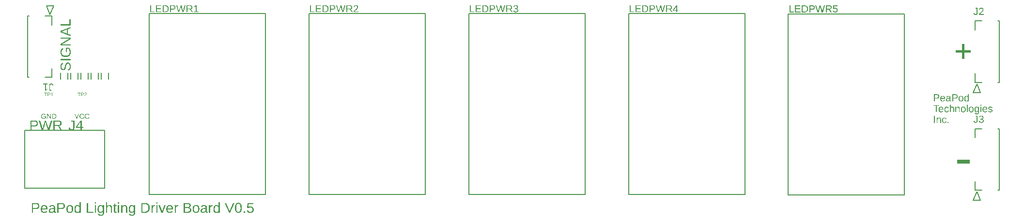
<source format=gbr>
G04 EAGLE Gerber RS-274X export*
G75*
%MOMM*%
%FSLAX34Y34*%
%LPD*%
%INSilkscreen Top*%
%IPPOS*%
%AMOC8*
5,1,8,0,0,1.08239X$1,22.5*%
G01*
G04 Define Apertures*
%ADD10C,0.152400*%
%ADD11C,0.127000*%
G36*
X52493Y769177D02*
X57879Y769177D01*
X62369Y762000D01*
X65068Y762000D01*
X62249Y766277D01*
X60161Y769447D01*
X60641Y769548D01*
X61095Y769679D01*
X61522Y769841D01*
X61923Y770033D01*
X62141Y770162D01*
X62296Y770255D01*
X62644Y770507D01*
X62964Y770790D01*
X63258Y771103D01*
X63521Y771441D01*
X63749Y771798D01*
X63942Y772174D01*
X64100Y772569D01*
X64223Y772983D01*
X64311Y773417D01*
X64363Y773870D01*
X64381Y774342D01*
X64375Y774629D01*
X64356Y774908D01*
X64325Y775180D01*
X64281Y775443D01*
X64157Y775946D01*
X63984Y776417D01*
X63760Y776855D01*
X63487Y777262D01*
X63164Y777637D01*
X62792Y777979D01*
X62374Y778285D01*
X61914Y778551D01*
X61413Y778775D01*
X60871Y778959D01*
X60286Y779102D01*
X59660Y779204D01*
X58993Y779265D01*
X58284Y779286D01*
X50150Y779286D01*
X50150Y762000D01*
X52493Y762000D01*
X52493Y769177D01*
G37*
%LPC*%
G36*
X52493Y771029D02*
X52493Y777409D01*
X58050Y777409D01*
X58518Y777396D01*
X58957Y777359D01*
X59368Y777297D01*
X59751Y777211D01*
X60106Y777100D01*
X60432Y776964D01*
X60731Y776803D01*
X61001Y776617D01*
X61241Y776408D01*
X61449Y776177D01*
X61625Y775923D01*
X61769Y775647D01*
X61881Y775348D01*
X61961Y775027D01*
X62009Y774683D01*
X62025Y774317D01*
X62009Y773938D01*
X61962Y773581D01*
X61883Y773246D01*
X61772Y772932D01*
X61630Y772640D01*
X61456Y772370D01*
X61250Y772121D01*
X61013Y771894D01*
X60747Y771691D01*
X60455Y771516D01*
X60136Y771367D01*
X59791Y771246D01*
X59420Y771151D01*
X59022Y771083D01*
X58599Y771043D01*
X58149Y771029D01*
X52493Y771029D01*
G37*
%LPD*%
G36*
X12024Y768735D02*
X17103Y768735D01*
X17772Y768758D01*
X18406Y768826D01*
X19003Y768939D01*
X19564Y769097D01*
X20090Y769301D01*
X20580Y769549D01*
X21034Y769844D01*
X21452Y770183D01*
X21827Y770560D01*
X22153Y770969D01*
X22428Y771410D01*
X22653Y771882D01*
X22828Y772385D01*
X22953Y772920D01*
X22997Y773199D01*
X23028Y773486D01*
X23047Y773781D01*
X23053Y774084D01*
X23047Y774389D01*
X23028Y774686D01*
X22997Y774974D01*
X22954Y775253D01*
X22897Y775524D01*
X22829Y775786D01*
X22655Y776283D01*
X22430Y776746D01*
X22156Y777173D01*
X21832Y777566D01*
X21458Y777924D01*
X21039Y778243D01*
X20579Y778520D01*
X20078Y778754D01*
X19535Y778945D01*
X18952Y779094D01*
X18328Y779201D01*
X17662Y779264D01*
X16956Y779286D01*
X9681Y779286D01*
X9681Y762000D01*
X12024Y762000D01*
X12024Y768735D01*
G37*
%LPC*%
G36*
X12024Y770588D02*
X12024Y777409D01*
X16674Y777409D01*
X17161Y777396D01*
X17617Y777356D01*
X18041Y777291D01*
X18434Y777199D01*
X18796Y777082D01*
X19126Y776938D01*
X19425Y776768D01*
X19692Y776571D01*
X19928Y776349D01*
X20132Y776100D01*
X20305Y775826D01*
X20446Y775525D01*
X20556Y775198D01*
X20635Y774844D01*
X20682Y774465D01*
X20698Y774060D01*
X20682Y773639D01*
X20636Y773246D01*
X20560Y772880D01*
X20452Y772541D01*
X20314Y772229D01*
X20146Y771944D01*
X19946Y771686D01*
X19716Y771456D01*
X19456Y771252D01*
X19164Y771076D01*
X18842Y770927D01*
X18490Y770805D01*
X18106Y770710D01*
X17692Y770642D01*
X17247Y770601D01*
X16772Y770588D01*
X12024Y770588D01*
G37*
%LPD*%
G36*
X34770Y770741D02*
X35426Y773165D01*
X35718Y774293D01*
X36258Y776673D01*
X36755Y774418D01*
X36952Y773597D01*
X37117Y772980D01*
X40110Y762000D01*
X42907Y762000D01*
X47998Y779286D01*
X45557Y779286D01*
X43076Y770359D01*
X42403Y767905D01*
X42110Y766791D01*
X41570Y764490D01*
X41459Y764061D01*
X40993Y766091D01*
X40380Y768527D01*
X37374Y779286D01*
X35129Y779286D01*
X32769Y770873D01*
X32082Y768371D01*
X31725Y767005D01*
X31361Y765472D01*
X31044Y764061D01*
X30556Y766214D01*
X30026Y768306D01*
X26922Y779286D01*
X24480Y779286D01*
X29572Y762000D01*
X32369Y762000D01*
X34770Y770741D01*
G37*
G36*
X80010Y929308D02*
X74956Y931296D01*
X74956Y939172D01*
X80010Y941147D01*
X80010Y943539D01*
X62724Y936595D01*
X62724Y933933D01*
X80010Y926879D01*
X80010Y929308D01*
G37*
%LPC*%
G36*
X67448Y934215D02*
X65997Y934743D01*
X64834Y935123D01*
X64491Y935234D01*
X65509Y935565D01*
X66521Y935908D01*
X67423Y936252D01*
X73128Y938472D01*
X73128Y932007D01*
X67448Y934215D01*
G37*
%LPD*%
G36*
X80010Y912852D02*
X68527Y912852D01*
X66478Y912790D01*
X65288Y912729D01*
X80010Y921979D01*
X80010Y924801D01*
X62724Y924801D01*
X62724Y922691D01*
X74060Y922691D01*
X74683Y922700D01*
X75471Y922727D01*
X77544Y922838D01*
X62724Y913490D01*
X62724Y910766D01*
X80010Y910766D01*
X80010Y912852D01*
G37*
G36*
X71963Y890422D02*
X72617Y890471D01*
X73248Y890552D01*
X73856Y890665D01*
X74442Y890811D01*
X75006Y890989D01*
X75547Y891200D01*
X76066Y891443D01*
X76559Y891716D01*
X77022Y892019D01*
X77455Y892351D01*
X77859Y892711D01*
X78232Y893100D01*
X78577Y893519D01*
X78891Y893966D01*
X79176Y894442D01*
X79429Y894945D01*
X79648Y895471D01*
X79834Y896020D01*
X79985Y896592D01*
X80104Y897188D01*
X80188Y897808D01*
X80238Y898450D01*
X80255Y899116D01*
X80243Y899694D01*
X80207Y900261D01*
X80148Y900817D01*
X80064Y901363D01*
X79956Y901898D01*
X79824Y902423D01*
X79668Y902937D01*
X79489Y903441D01*
X79287Y903930D01*
X79066Y904399D01*
X78825Y904849D01*
X78564Y905280D01*
X78283Y905691D01*
X77983Y906083D01*
X77663Y906455D01*
X77323Y906809D01*
X71361Y906809D01*
X71361Y899484D01*
X73324Y899484D01*
X73324Y904649D01*
X76440Y904649D01*
X76655Y904414D01*
X76859Y904161D01*
X77051Y903890D01*
X77231Y903602D01*
X77400Y903296D01*
X77558Y902974D01*
X77704Y902633D01*
X77839Y902275D01*
X77959Y901905D01*
X78064Y901528D01*
X78153Y901144D01*
X78225Y900753D01*
X78281Y900354D01*
X78322Y899949D01*
X78346Y899536D01*
X78354Y899116D01*
X78346Y898750D01*
X78324Y898394D01*
X78287Y898048D01*
X78235Y897713D01*
X78169Y897387D01*
X78087Y897071D01*
X77991Y896765D01*
X77880Y896470D01*
X77754Y896184D01*
X77613Y895909D01*
X77458Y895643D01*
X77288Y895388D01*
X77103Y895142D01*
X76903Y894907D01*
X76688Y894682D01*
X76458Y894467D01*
X76216Y894263D01*
X75963Y894073D01*
X75699Y893896D01*
X75424Y893732D01*
X75139Y893581D01*
X74843Y893443D01*
X74536Y893318D01*
X74218Y893206D01*
X73889Y893108D01*
X73550Y893022D01*
X73200Y892950D01*
X72839Y892891D01*
X72467Y892845D01*
X72085Y892812D01*
X71691Y892793D01*
X71287Y892786D01*
X70882Y892792D01*
X70489Y892811D01*
X70106Y892842D01*
X69736Y892885D01*
X69377Y892941D01*
X69029Y893009D01*
X68694Y893089D01*
X68369Y893182D01*
X68056Y893287D01*
X67755Y893404D01*
X67465Y893534D01*
X67187Y893676D01*
X66921Y893831D01*
X66666Y893998D01*
X66422Y894177D01*
X66190Y894369D01*
X65971Y894572D01*
X65766Y894786D01*
X65575Y895012D01*
X65398Y895248D01*
X65236Y895496D01*
X65087Y895754D01*
X64953Y896023D01*
X64833Y896304D01*
X64727Y896595D01*
X64635Y896898D01*
X64557Y897212D01*
X64494Y897536D01*
X64444Y897872D01*
X64409Y898218D01*
X64388Y898576D01*
X64381Y898945D01*
X64391Y899416D01*
X64423Y899868D01*
X64475Y900300D01*
X64549Y900713D01*
X64644Y901105D01*
X64760Y901478D01*
X64897Y901832D01*
X65055Y902165D01*
X65236Y902480D01*
X65442Y902777D01*
X65673Y903057D01*
X65929Y903320D01*
X66210Y903565D01*
X66516Y903792D01*
X66847Y904003D01*
X67202Y904195D01*
X66540Y906428D01*
X66024Y906173D01*
X65545Y905892D01*
X65103Y905586D01*
X64696Y905254D01*
X64327Y904896D01*
X63993Y904512D01*
X63696Y904103D01*
X63436Y903668D01*
X63209Y903203D01*
X63012Y902705D01*
X62845Y902173D01*
X62709Y901607D01*
X62603Y901007D01*
X62527Y900374D01*
X62482Y899707D01*
X62467Y899006D01*
X62476Y898503D01*
X62503Y898013D01*
X62548Y897538D01*
X62611Y897078D01*
X62692Y896631D01*
X62791Y896199D01*
X62908Y895781D01*
X63043Y895378D01*
X63196Y894988D01*
X63368Y894613D01*
X63557Y894253D01*
X63764Y893906D01*
X63989Y893574D01*
X64233Y893256D01*
X64494Y892953D01*
X64773Y892663D01*
X65069Y892390D01*
X65379Y892134D01*
X65705Y891896D01*
X66045Y891676D01*
X66400Y891473D01*
X66770Y891288D01*
X67155Y891120D01*
X67555Y890970D01*
X67969Y890838D01*
X68399Y890724D01*
X68843Y890627D01*
X69302Y890547D01*
X69776Y890485D01*
X70265Y890441D01*
X70769Y890415D01*
X71287Y890406D01*
X71963Y890422D01*
G37*
G36*
X76395Y866711D02*
X76893Y866899D01*
X77356Y867129D01*
X77785Y867400D01*
X78180Y867712D01*
X78540Y868066D01*
X78866Y868462D01*
X79157Y868899D01*
X79415Y869377D01*
X79638Y869897D01*
X79826Y870459D01*
X79981Y871062D01*
X80101Y871706D01*
X80187Y872392D01*
X80238Y873120D01*
X80255Y873889D01*
X80235Y874714D01*
X80173Y875492D01*
X80071Y876223D01*
X79927Y876905D01*
X79743Y877540D01*
X79517Y878127D01*
X79250Y878666D01*
X78943Y879158D01*
X78598Y879596D01*
X78219Y879976D01*
X78017Y880144D01*
X77806Y880298D01*
X77587Y880437D01*
X77360Y880561D01*
X77124Y880671D01*
X76880Y880766D01*
X76627Y880846D01*
X76366Y880912D01*
X76097Y880963D01*
X75819Y880999D01*
X75533Y881021D01*
X75238Y881029D01*
X74781Y881012D01*
X74354Y880963D01*
X73959Y880880D01*
X73594Y880765D01*
X73256Y880620D01*
X72941Y880451D01*
X72648Y880255D01*
X72379Y880035D01*
X72132Y879792D01*
X71904Y879527D01*
X71696Y879243D01*
X71508Y878937D01*
X71175Y878282D01*
X70889Y877581D01*
X70643Y876841D01*
X70435Y876066D01*
X70061Y874478D01*
X69807Y873386D01*
X69575Y872493D01*
X69362Y871798D01*
X69171Y871300D01*
X68980Y870925D01*
X68769Y870596D01*
X68539Y870314D01*
X68288Y870079D01*
X68010Y869894D01*
X67858Y869822D01*
X67697Y869762D01*
X67528Y869716D01*
X67351Y869683D01*
X67164Y869663D01*
X66969Y869656D01*
X66639Y869673D01*
X66330Y869724D01*
X66043Y869810D01*
X65776Y869929D01*
X65530Y870083D01*
X65306Y870270D01*
X65103Y870492D01*
X64920Y870748D01*
X64759Y871036D01*
X64620Y871355D01*
X64502Y871705D01*
X64405Y872085D01*
X64330Y872496D01*
X64276Y872938D01*
X64244Y873410D01*
X64233Y873913D01*
X64243Y874373D01*
X64272Y874807D01*
X64320Y875215D01*
X64388Y875597D01*
X64475Y875954D01*
X64582Y876285D01*
X64708Y876590D01*
X64853Y876870D01*
X65020Y877126D01*
X65210Y877361D01*
X65424Y877574D01*
X65661Y877765D01*
X65922Y877936D01*
X66207Y878084D01*
X66515Y878212D01*
X66846Y878317D01*
X66442Y880624D01*
X65919Y880453D01*
X65435Y880253D01*
X64992Y880024D01*
X64588Y879765D01*
X64223Y879478D01*
X63899Y879161D01*
X63614Y878815D01*
X63368Y878440D01*
X63157Y878029D01*
X62974Y877575D01*
X62819Y877077D01*
X62692Y876536D01*
X62593Y875951D01*
X62523Y875323D01*
X62481Y874652D01*
X62467Y873938D01*
X62485Y873169D01*
X62542Y872447D01*
X62636Y871770D01*
X62767Y871139D01*
X62936Y870554D01*
X63143Y870015D01*
X63387Y869521D01*
X63669Y869073D01*
X63985Y868675D01*
X64334Y868330D01*
X64714Y868038D01*
X65126Y867799D01*
X65570Y867613D01*
X65803Y867540D01*
X66045Y867481D01*
X66295Y867434D01*
X66553Y867401D01*
X66818Y867381D01*
X67092Y867374D01*
X67563Y867395D01*
X68006Y867456D01*
X68421Y867557D01*
X68809Y867699D01*
X69172Y867880D01*
X69510Y868097D01*
X69825Y868349D01*
X70116Y868638D01*
X70388Y868973D01*
X70648Y869363D01*
X70894Y869810D01*
X71128Y870313D01*
X71355Y870905D01*
X71582Y871621D01*
X71809Y872460D01*
X72036Y873423D01*
X72539Y875569D01*
X72662Y876037D01*
X72799Y876471D01*
X72951Y876871D01*
X73115Y877238D01*
X73299Y877568D01*
X73505Y877859D01*
X73734Y878111D01*
X73986Y878324D01*
X74270Y878493D01*
X74594Y878613D01*
X74770Y878656D01*
X74957Y878686D01*
X75154Y878704D01*
X75360Y878710D01*
X75726Y878691D01*
X76069Y878633D01*
X76390Y878537D01*
X76687Y878402D01*
X76962Y878228D01*
X77213Y878017D01*
X77442Y877766D01*
X77648Y877477D01*
X77831Y877153D01*
X77989Y876796D01*
X78123Y876407D01*
X78233Y875985D01*
X78318Y875531D01*
X78379Y875045D01*
X78415Y874526D01*
X78427Y873975D01*
X78416Y873440D01*
X78382Y872934D01*
X78325Y872457D01*
X78245Y872009D01*
X78142Y871589D01*
X78017Y871198D01*
X77869Y870836D01*
X77698Y870503D01*
X77502Y870198D01*
X77281Y869920D01*
X77034Y869670D01*
X76761Y869448D01*
X76462Y869253D01*
X76137Y869086D01*
X75786Y868946D01*
X75410Y868834D01*
X75863Y866565D01*
X76395Y866711D01*
G37*
G36*
X80010Y956719D02*
X78096Y956719D01*
X78096Y947984D01*
X62724Y947984D01*
X62724Y945641D01*
X80010Y945641D01*
X80010Y956719D01*
G37*
G36*
X80010Y886836D02*
X62724Y886836D01*
X62724Y884492D01*
X80010Y884492D01*
X80010Y886836D01*
G37*
G36*
X1641981Y898644D02*
X1653135Y898644D01*
X1653135Y902485D01*
X1641981Y902485D01*
X1641981Y913744D01*
X1638114Y913744D01*
X1638114Y902485D01*
X1626961Y902485D01*
X1626961Y898644D01*
X1638114Y898644D01*
X1638114Y887385D01*
X1641981Y887385D01*
X1641981Y898644D01*
G37*
G36*
X1651509Y710615D02*
X1629589Y710615D01*
X1629589Y703601D01*
X1651509Y703601D01*
X1651509Y710615D01*
G37*
G36*
X210678Y617237D02*
X211276Y617287D01*
X211856Y617370D01*
X212417Y617487D01*
X212960Y617637D01*
X213484Y617820D01*
X213990Y618037D01*
X214478Y618287D01*
X214943Y618569D01*
X215380Y618880D01*
X215791Y619220D01*
X216174Y619589D01*
X216530Y619988D01*
X216859Y620416D01*
X217160Y620874D01*
X217434Y621360D01*
X217679Y621872D01*
X217891Y622405D01*
X218070Y622959D01*
X218217Y623533D01*
X218331Y624129D01*
X218412Y624745D01*
X218461Y625383D01*
X218477Y626041D01*
X218468Y626541D01*
X218440Y627027D01*
X218393Y627498D01*
X218328Y627955D01*
X218244Y628397D01*
X218142Y628825D01*
X218020Y629238D01*
X217881Y629637D01*
X217722Y630021D01*
X217545Y630391D01*
X217349Y630746D01*
X217135Y631086D01*
X216902Y631412D01*
X216650Y631724D01*
X216380Y632021D01*
X216091Y632304D01*
X215785Y632570D01*
X215463Y632820D01*
X215126Y633052D01*
X214773Y633267D01*
X214404Y633465D01*
X214019Y633646D01*
X213619Y633809D01*
X213203Y633955D01*
X212772Y634084D01*
X212325Y634196D01*
X211862Y634291D01*
X211384Y634368D01*
X210889Y634428D01*
X210380Y634471D01*
X209854Y634497D01*
X209313Y634506D01*
X203596Y634506D01*
X203596Y617220D01*
X210061Y617220D01*
X210678Y617237D01*
G37*
%LPC*%
G36*
X205939Y619097D02*
X205939Y632629D01*
X209264Y632629D01*
X209675Y632622D01*
X210073Y632602D01*
X210460Y632569D01*
X210834Y632523D01*
X211196Y632464D01*
X211545Y632391D01*
X211882Y632306D01*
X212207Y632207D01*
X212519Y632095D01*
X212819Y631970D01*
X213107Y631831D01*
X213383Y631680D01*
X213646Y631515D01*
X213897Y631337D01*
X214135Y631146D01*
X214361Y630942D01*
X214574Y630725D01*
X214774Y630496D01*
X214960Y630256D01*
X215131Y630003D01*
X215290Y629738D01*
X215434Y629462D01*
X215565Y629173D01*
X215682Y628873D01*
X215785Y628561D01*
X215874Y628237D01*
X215950Y627900D01*
X216012Y627552D01*
X216060Y627192D01*
X216094Y626820D01*
X216115Y626437D01*
X216122Y626041D01*
X216110Y625516D01*
X216073Y625009D01*
X216013Y624519D01*
X215929Y624047D01*
X215820Y623593D01*
X215687Y623156D01*
X215530Y622737D01*
X215349Y622336D01*
X215145Y621955D01*
X214921Y621597D01*
X214675Y621262D01*
X214409Y620949D01*
X214122Y620660D01*
X213813Y620394D01*
X213484Y620151D01*
X213134Y619931D01*
X212767Y619736D01*
X212385Y619566D01*
X211989Y619423D01*
X211578Y619306D01*
X211153Y619214D01*
X210713Y619149D01*
X210260Y619110D01*
X209791Y619097D01*
X205939Y619097D01*
G37*
%LPD*%
G36*
X285310Y617240D02*
X285997Y617300D01*
X286643Y617400D01*
X287247Y617541D01*
X287811Y617721D01*
X288334Y617941D01*
X288816Y618202D01*
X289256Y618502D01*
X289650Y618839D01*
X289992Y619207D01*
X290280Y619608D01*
X290517Y620040D01*
X290701Y620505D01*
X290773Y620749D01*
X290832Y621001D01*
X290878Y621262D01*
X290911Y621530D01*
X290930Y621806D01*
X290937Y622090D01*
X290920Y622514D01*
X290867Y622918D01*
X290780Y623304D01*
X290658Y623671D01*
X290501Y624020D01*
X290309Y624350D01*
X290082Y624662D01*
X289821Y624955D01*
X289662Y625100D01*
X289527Y625225D01*
X289203Y625467D01*
X288850Y625681D01*
X288468Y625867D01*
X288056Y626026D01*
X287615Y626157D01*
X287144Y626260D01*
X286643Y626335D01*
X287025Y626435D01*
X287384Y626556D01*
X287721Y626699D01*
X288036Y626863D01*
X288328Y627048D01*
X288598Y627255D01*
X288707Y627356D01*
X288846Y627484D01*
X289072Y627734D01*
X289274Y628002D01*
X289448Y628286D01*
X289596Y628585D01*
X289716Y628899D01*
X289810Y629229D01*
X289877Y629574D01*
X289918Y629934D01*
X289931Y630310D01*
X289925Y630568D01*
X289907Y630818D01*
X289836Y631293D01*
X289717Y631736D01*
X289551Y632146D01*
X289337Y632523D01*
X289075Y632867D01*
X288766Y633178D01*
X288410Y633457D01*
X288006Y633703D01*
X287554Y633916D01*
X287055Y634096D01*
X286508Y634243D01*
X285914Y634358D01*
X285272Y634440D01*
X284583Y634489D01*
X283846Y634506D01*
X277565Y634506D01*
X277565Y617220D01*
X284582Y617220D01*
X285310Y617240D01*
G37*
%LPC*%
G36*
X279908Y619097D02*
X279908Y625329D01*
X284275Y625329D01*
X284795Y625317D01*
X285282Y625281D01*
X285735Y625222D01*
X286154Y625138D01*
X286540Y625031D01*
X286892Y624900D01*
X287211Y624744D01*
X287496Y624566D01*
X287747Y624363D01*
X287965Y624136D01*
X288150Y623885D01*
X288301Y623611D01*
X288418Y623313D01*
X288502Y622990D01*
X288552Y622644D01*
X288569Y622274D01*
X288554Y621891D01*
X288508Y621532D01*
X288431Y621198D01*
X288324Y620888D01*
X288186Y620603D01*
X288017Y620342D01*
X287818Y620106D01*
X287588Y619894D01*
X287324Y619708D01*
X287024Y619546D01*
X286688Y619409D01*
X286315Y619296D01*
X285906Y619209D01*
X285460Y619147D01*
X284978Y619109D01*
X284459Y619097D01*
X279908Y619097D01*
G37*
G36*
X279908Y627157D02*
X279908Y632629D01*
X283846Y632629D01*
X284287Y632619D01*
X284700Y632591D01*
X285087Y632544D01*
X285447Y632478D01*
X285780Y632394D01*
X286086Y632291D01*
X286366Y632168D01*
X286619Y632028D01*
X286843Y631865D01*
X287037Y631677D01*
X287202Y631465D01*
X287336Y631227D01*
X287441Y630965D01*
X287516Y630677D01*
X287561Y630365D01*
X287576Y630028D01*
X287561Y629675D01*
X287518Y629345D01*
X287445Y629039D01*
X287344Y628757D01*
X287214Y628498D01*
X287055Y628262D01*
X286866Y628051D01*
X286649Y627863D01*
X286403Y627697D01*
X286127Y627554D01*
X285821Y627433D01*
X285485Y627333D01*
X285120Y627256D01*
X284725Y627201D01*
X284300Y627168D01*
X283846Y627157D01*
X279908Y627157D01*
G37*
%LPD*%
G36*
X373608Y616984D02*
X373964Y617010D01*
X374308Y617055D01*
X374641Y617117D01*
X374962Y617198D01*
X375272Y617296D01*
X375571Y617411D01*
X375859Y617545D01*
X376135Y617697D01*
X376400Y617866D01*
X376653Y618053D01*
X376895Y618258D01*
X377126Y618481D01*
X377345Y618722D01*
X377553Y618980D01*
X377750Y619256D01*
X377934Y619550D01*
X378107Y619859D01*
X378269Y620184D01*
X378418Y620525D01*
X378555Y620883D01*
X378680Y621256D01*
X378794Y621645D01*
X378895Y622051D01*
X378985Y622472D01*
X379062Y622909D01*
X379128Y623362D01*
X379181Y623832D01*
X379223Y624317D01*
X379253Y624818D01*
X379271Y625336D01*
X379277Y625869D01*
X379254Y626936D01*
X379186Y627936D01*
X379135Y628411D01*
X379072Y628869D01*
X378999Y629309D01*
X378913Y629733D01*
X378817Y630141D01*
X378709Y630531D01*
X378590Y630904D01*
X378459Y631261D01*
X378317Y631600D01*
X378164Y631923D01*
X377999Y632229D01*
X377823Y632518D01*
X377635Y632790D01*
X377435Y633044D01*
X377222Y633281D01*
X376996Y633500D01*
X376758Y633702D01*
X376508Y633886D01*
X376245Y634053D01*
X375969Y634202D01*
X375681Y634334D01*
X375381Y634448D01*
X375067Y634544D01*
X374742Y634623D01*
X374404Y634684D01*
X374053Y634728D01*
X373690Y634755D01*
X373315Y634763D01*
X372929Y634755D01*
X372556Y634729D01*
X372196Y634685D01*
X371850Y634625D01*
X371516Y634546D01*
X371196Y634451D01*
X370889Y634338D01*
X370596Y634208D01*
X370315Y634061D01*
X370048Y633896D01*
X369794Y633714D01*
X369553Y633514D01*
X369325Y633297D01*
X369110Y633063D01*
X368909Y632812D01*
X368720Y632543D01*
X368544Y632257D01*
X368379Y631953D01*
X368226Y631632D01*
X368084Y631293D01*
X367954Y630937D01*
X367834Y630563D01*
X367726Y630172D01*
X367630Y629764D01*
X367545Y629338D01*
X367471Y628895D01*
X367408Y628434D01*
X367357Y627956D01*
X367318Y627460D01*
X367289Y626947D01*
X367266Y625869D01*
X367272Y625333D01*
X367290Y624813D01*
X367319Y624309D01*
X367360Y623822D01*
X367413Y623351D01*
X367477Y622896D01*
X367553Y622457D01*
X367641Y622035D01*
X367740Y621629D01*
X367851Y621240D01*
X367974Y620866D01*
X368108Y620509D01*
X368255Y620169D01*
X368412Y619844D01*
X368582Y619536D01*
X368763Y619244D01*
X368956Y618969D01*
X369161Y618712D01*
X369377Y618473D01*
X369604Y618251D01*
X369844Y618047D01*
X370094Y617861D01*
X370357Y617693D01*
X370631Y617542D01*
X370917Y617409D01*
X371214Y617294D01*
X371523Y617196D01*
X371843Y617117D01*
X372175Y617054D01*
X372519Y617010D01*
X372874Y616984D01*
X373241Y616975D01*
X373608Y616984D01*
G37*
%LPC*%
G36*
X373024Y618785D02*
X372791Y618805D01*
X372567Y618838D01*
X372350Y618885D01*
X372142Y618945D01*
X371943Y619018D01*
X371568Y619204D01*
X371226Y619444D01*
X370918Y619737D01*
X370643Y620084D01*
X370401Y620483D01*
X370190Y620940D01*
X370006Y621459D01*
X369851Y622040D01*
X369725Y622682D01*
X369626Y623386D01*
X369556Y624152D01*
X369513Y624980D01*
X369499Y625869D01*
X369513Y626783D01*
X369555Y627631D01*
X369624Y628412D01*
X369722Y629126D01*
X369847Y629774D01*
X370000Y630354D01*
X370180Y630869D01*
X370389Y631316D01*
X370629Y631704D01*
X370905Y632041D01*
X371217Y632325D01*
X371565Y632558D01*
X371949Y632739D01*
X372154Y632810D01*
X372368Y632869D01*
X372591Y632914D01*
X372823Y632946D01*
X373065Y632966D01*
X373315Y632972D01*
X373559Y632966D01*
X373794Y632946D01*
X374020Y632913D01*
X374238Y632867D01*
X374447Y632808D01*
X374647Y632736D01*
X375021Y632552D01*
X375360Y632316D01*
X375664Y632027D01*
X375933Y631685D01*
X376167Y631291D01*
X376370Y630839D01*
X376545Y630322D01*
X376694Y629741D01*
X376816Y629095D01*
X376910Y628385D01*
X376978Y627611D01*
X377018Y626772D01*
X377032Y625869D01*
X377018Y624996D01*
X376975Y624182D01*
X376904Y623426D01*
X376805Y622728D01*
X376677Y622089D01*
X376521Y621508D01*
X376337Y620985D01*
X376124Y620520D01*
X375881Y620112D01*
X375605Y619758D01*
X375296Y619459D01*
X374955Y619214D01*
X374773Y619111D01*
X374582Y619023D01*
X374383Y618948D01*
X374176Y618887D01*
X373960Y618839D01*
X373737Y618805D01*
X373505Y618785D01*
X373266Y618778D01*
X373024Y618785D01*
G37*
%LPD*%
G36*
X133493Y612028D02*
X134123Y612094D01*
X134709Y612203D01*
X135252Y612356D01*
X135751Y612552D01*
X136207Y612793D01*
X136619Y613077D01*
X136988Y613405D01*
X137314Y613776D01*
X137596Y614191D01*
X137835Y614650D01*
X138030Y615153D01*
X138182Y615699D01*
X138291Y616289D01*
X138356Y616923D01*
X138378Y617600D01*
X138378Y627746D01*
X138396Y629476D01*
X138419Y630074D01*
X138451Y630494D01*
X136354Y630494D01*
X136329Y630400D01*
X136305Y630203D01*
X136255Y629500D01*
X136219Y628727D01*
X136206Y628224D01*
X136182Y628224D01*
X136033Y628513D01*
X135870Y628785D01*
X135692Y629040D01*
X135499Y629278D01*
X135292Y629499D01*
X135070Y629702D01*
X134833Y629889D01*
X134581Y630059D01*
X134316Y630209D01*
X134039Y630340D01*
X133751Y630451D01*
X133451Y630542D01*
X133139Y630612D01*
X132815Y630662D01*
X132480Y630693D01*
X132133Y630703D01*
X131824Y630696D01*
X131525Y630676D01*
X131235Y630644D01*
X130956Y630598D01*
X130687Y630539D01*
X130427Y630467D01*
X130178Y630382D01*
X129939Y630284D01*
X129710Y630173D01*
X129490Y630048D01*
X129281Y629911D01*
X129082Y629761D01*
X128714Y629420D01*
X128385Y629028D01*
X128097Y628581D01*
X127846Y628075D01*
X127634Y627512D01*
X127461Y626892D01*
X127326Y626214D01*
X127230Y625478D01*
X127172Y624684D01*
X127153Y623832D01*
X127170Y622993D01*
X127224Y622212D01*
X127314Y621489D01*
X127439Y620824D01*
X127601Y620216D01*
X127798Y619667D01*
X128031Y619175D01*
X128300Y618741D01*
X128607Y618362D01*
X128954Y618033D01*
X129342Y617754D01*
X129551Y617634D01*
X129770Y617527D01*
X130000Y617432D01*
X130239Y617350D01*
X130489Y617280D01*
X130748Y617223D01*
X131018Y617179D01*
X131298Y617147D01*
X131588Y617128D01*
X131888Y617122D01*
X132247Y617132D01*
X132595Y617162D01*
X132931Y617212D01*
X133256Y617283D01*
X133569Y617373D01*
X133871Y617484D01*
X134161Y617615D01*
X134440Y617766D01*
X134457Y617777D01*
X134705Y617937D01*
X134957Y618127D01*
X135193Y618338D01*
X135415Y618568D01*
X135623Y618818D01*
X135815Y619087D01*
X135994Y619377D01*
X136157Y619686D01*
X136182Y619686D01*
X136182Y617551D01*
X136169Y617083D01*
X136130Y616646D01*
X136066Y616238D01*
X135976Y615861D01*
X135860Y615513D01*
X135718Y615196D01*
X135550Y614910D01*
X135357Y614653D01*
X135138Y614427D01*
X134893Y614230D01*
X134622Y614064D01*
X134326Y613928D01*
X134003Y613823D01*
X133655Y613747D01*
X133302Y613704D01*
X133281Y613702D01*
X132882Y613687D01*
X132582Y613695D01*
X132298Y613718D01*
X132028Y613757D01*
X131773Y613811D01*
X131533Y613881D01*
X131307Y613966D01*
X131096Y614067D01*
X130900Y614184D01*
X130720Y614315D01*
X130557Y614459D01*
X130410Y614616D01*
X130279Y614786D01*
X130166Y614970D01*
X130069Y615167D01*
X129989Y615377D01*
X129925Y615601D01*
X127705Y615282D01*
X127811Y614900D01*
X127946Y614541D01*
X128110Y614205D01*
X128303Y613891D01*
X128524Y613599D01*
X128774Y613330D01*
X129053Y613083D01*
X129361Y612859D01*
X129697Y612659D01*
X130060Y612486D01*
X130451Y612339D01*
X130870Y612219D01*
X131316Y612126D01*
X131790Y612059D01*
X132291Y612019D01*
X132820Y612006D01*
X133493Y612028D01*
G37*
%LPC*%
G36*
X132214Y618772D02*
X131824Y618828D01*
X131466Y618921D01*
X131140Y619051D01*
X130846Y619218D01*
X130585Y619423D01*
X130355Y619665D01*
X130158Y619944D01*
X129989Y620265D01*
X129842Y620634D01*
X129717Y621052D01*
X129615Y621517D01*
X129536Y622030D01*
X129480Y622591D01*
X129446Y623200D01*
X129434Y623857D01*
X129446Y624520D01*
X129483Y625136D01*
X129543Y625704D01*
X129628Y626225D01*
X129736Y626698D01*
X129869Y627123D01*
X130026Y627501D01*
X130207Y627832D01*
X130415Y628119D01*
X130651Y628369D01*
X130916Y628579D01*
X131210Y628752D01*
X131533Y628886D01*
X131884Y628982D01*
X132264Y629040D01*
X132673Y629059D01*
X132924Y629049D01*
X133169Y629020D01*
X133407Y628972D01*
X133638Y628904D01*
X133862Y628817D01*
X134080Y628710D01*
X134291Y628584D01*
X134495Y628439D01*
X134690Y628276D01*
X134874Y628095D01*
X135047Y627897D01*
X135208Y627682D01*
X135358Y627449D01*
X135497Y627199D01*
X135624Y626932D01*
X135740Y626648D01*
X135844Y626348D01*
X135933Y626034D01*
X136009Y625706D01*
X136071Y625364D01*
X136120Y625009D01*
X136154Y624639D01*
X136175Y624255D01*
X136182Y623857D01*
X136175Y623468D01*
X136154Y623093D01*
X136120Y622731D01*
X136071Y622383D01*
X136009Y622049D01*
X135933Y621728D01*
X135844Y621421D01*
X135740Y621127D01*
X135624Y620849D01*
X135496Y620587D01*
X135357Y620342D01*
X135207Y620114D01*
X135069Y619935D01*
X135044Y619902D01*
X134871Y619707D01*
X134686Y619529D01*
X134489Y619367D01*
X134283Y619223D01*
X134069Y619099D01*
X133849Y618993D01*
X133621Y618907D01*
X133386Y618840D01*
X133143Y618792D01*
X132893Y618763D01*
X132636Y618754D01*
X132214Y618772D01*
G37*
%LPD*%
G36*
X187962Y612028D02*
X188592Y612094D01*
X189178Y612203D01*
X189721Y612356D01*
X190220Y612552D01*
X190676Y612793D01*
X191088Y613077D01*
X191457Y613405D01*
X191783Y613776D01*
X192065Y614191D01*
X192304Y614650D01*
X192499Y615153D01*
X192651Y615699D01*
X192760Y616289D01*
X192825Y616923D01*
X192847Y617600D01*
X192847Y627746D01*
X192865Y629476D01*
X192888Y630074D01*
X192920Y630494D01*
X190822Y630494D01*
X190798Y630400D01*
X190773Y630203D01*
X190724Y629500D01*
X190687Y628727D01*
X190675Y628224D01*
X190651Y628224D01*
X190502Y628513D01*
X190339Y628785D01*
X190161Y629040D01*
X189968Y629278D01*
X189761Y629499D01*
X189538Y629702D01*
X189301Y629889D01*
X189050Y630059D01*
X188785Y630209D01*
X188508Y630340D01*
X188220Y630451D01*
X187919Y630542D01*
X187608Y630612D01*
X187284Y630662D01*
X186949Y630693D01*
X186602Y630703D01*
X186293Y630696D01*
X185993Y630676D01*
X185704Y630644D01*
X185425Y630598D01*
X185155Y630539D01*
X184896Y630467D01*
X184647Y630382D01*
X184408Y630284D01*
X184178Y630173D01*
X183959Y630048D01*
X183750Y629911D01*
X183551Y629761D01*
X183183Y629420D01*
X182854Y629028D01*
X182565Y628581D01*
X182315Y628075D01*
X182103Y627512D01*
X181930Y626892D01*
X181795Y626214D01*
X181698Y625478D01*
X181641Y624684D01*
X181621Y623832D01*
X181639Y622993D01*
X181693Y622212D01*
X181783Y621489D01*
X181908Y620824D01*
X182069Y620216D01*
X182267Y619667D01*
X182500Y619175D01*
X182768Y618741D01*
X183075Y618362D01*
X183423Y618033D01*
X183811Y617754D01*
X184020Y617634D01*
X184239Y617527D01*
X184468Y617432D01*
X184708Y617350D01*
X184957Y617280D01*
X185217Y617223D01*
X185487Y617179D01*
X185767Y617147D01*
X186057Y617128D01*
X186357Y617122D01*
X186716Y617132D01*
X187064Y617162D01*
X187400Y617212D01*
X187725Y617283D01*
X188038Y617373D01*
X188340Y617484D01*
X188630Y617615D01*
X188909Y617766D01*
X188926Y617777D01*
X189174Y617937D01*
X189425Y618127D01*
X189662Y618338D01*
X189884Y618568D01*
X190091Y618818D01*
X190284Y619087D01*
X190462Y619377D01*
X190626Y619686D01*
X190651Y619686D01*
X190651Y617551D01*
X190638Y617083D01*
X190599Y616646D01*
X190535Y616238D01*
X190444Y615861D01*
X190328Y615513D01*
X190187Y615196D01*
X190019Y614910D01*
X189826Y614653D01*
X189606Y614427D01*
X189361Y614230D01*
X189091Y614064D01*
X188794Y613928D01*
X188472Y613823D01*
X188124Y613747D01*
X187771Y613704D01*
X187750Y613702D01*
X187350Y613687D01*
X187051Y613695D01*
X186767Y613718D01*
X186497Y613757D01*
X186242Y613811D01*
X186001Y613881D01*
X185776Y613966D01*
X185565Y614067D01*
X185369Y614184D01*
X185189Y614315D01*
X185025Y614459D01*
X184878Y614616D01*
X184748Y614786D01*
X184635Y614970D01*
X184538Y615167D01*
X184457Y615377D01*
X184394Y615601D01*
X182173Y615282D01*
X182280Y614900D01*
X182415Y614541D01*
X182579Y614205D01*
X182771Y613891D01*
X182993Y613599D01*
X183243Y613330D01*
X183522Y613083D01*
X183830Y612859D01*
X184165Y612659D01*
X184529Y612486D01*
X184920Y612339D01*
X185339Y612219D01*
X185785Y612126D01*
X186259Y612059D01*
X186760Y612019D01*
X187289Y612006D01*
X187962Y612028D01*
G37*
%LPC*%
G36*
X186683Y618772D02*
X186292Y618828D01*
X185934Y618921D01*
X185608Y619051D01*
X185315Y619218D01*
X185053Y619423D01*
X184824Y619665D01*
X184627Y619944D01*
X184457Y620265D01*
X184310Y620634D01*
X184186Y621052D01*
X184084Y621517D01*
X184005Y622030D01*
X183948Y622591D01*
X183914Y623200D01*
X183903Y623857D01*
X183915Y624520D01*
X183951Y625136D01*
X184012Y625704D01*
X184096Y626225D01*
X184205Y626698D01*
X184338Y627123D01*
X184495Y627501D01*
X184676Y627832D01*
X184884Y628119D01*
X185120Y628369D01*
X185385Y628579D01*
X185679Y628752D01*
X186002Y628886D01*
X186353Y628982D01*
X186733Y629040D01*
X187142Y629059D01*
X187393Y629049D01*
X187638Y629020D01*
X187875Y628972D01*
X188107Y628904D01*
X188331Y628817D01*
X188549Y628710D01*
X188759Y628584D01*
X188964Y628439D01*
X189159Y628276D01*
X189343Y628095D01*
X189516Y627897D01*
X189677Y627682D01*
X189827Y627449D01*
X189966Y627199D01*
X190093Y626932D01*
X190209Y626648D01*
X190312Y626348D01*
X190402Y626034D01*
X190478Y625706D01*
X190540Y625364D01*
X190588Y625009D01*
X190623Y624639D01*
X190644Y624255D01*
X190651Y623857D01*
X190644Y623468D01*
X190623Y623093D01*
X190588Y622731D01*
X190540Y622383D01*
X190478Y622049D01*
X190402Y621728D01*
X190312Y621421D01*
X190209Y621127D01*
X190093Y620849D01*
X189965Y620587D01*
X189826Y620342D01*
X189675Y620114D01*
X189538Y619935D01*
X189513Y619902D01*
X189339Y619707D01*
X189154Y619529D01*
X188958Y619367D01*
X188752Y619223D01*
X188538Y619099D01*
X188318Y618993D01*
X188090Y618907D01*
X187854Y618840D01*
X187612Y618792D01*
X187362Y618763D01*
X187105Y618754D01*
X186683Y618772D01*
G37*
%LPD*%
G36*
X91871Y616983D02*
X92222Y617009D01*
X92558Y617052D01*
X92880Y617113D01*
X93186Y617190D01*
X93476Y617285D01*
X93752Y617397D01*
X94013Y617527D01*
X94260Y617676D01*
X94494Y617848D01*
X94716Y618043D01*
X94925Y618260D01*
X95122Y618500D01*
X95307Y618762D01*
X95479Y619047D01*
X95638Y619355D01*
X95687Y619355D01*
X95698Y618790D01*
X95730Y618128D01*
X95772Y617545D01*
X95810Y617220D01*
X97920Y617220D01*
X97888Y617639D01*
X97865Y618235D01*
X97847Y619956D01*
X97847Y635426D01*
X95638Y635426D01*
X95638Y629917D01*
X95663Y628433D01*
X95638Y628433D01*
X95479Y628723D01*
X95307Y628994D01*
X95123Y629243D01*
X94927Y629473D01*
X94718Y629682D01*
X94497Y629871D01*
X94264Y630039D01*
X94019Y630187D01*
X93760Y630317D01*
X93485Y630429D01*
X93194Y630524D01*
X92887Y630601D01*
X92565Y630662D01*
X92227Y630705D01*
X91873Y630731D01*
X91504Y630739D01*
X91204Y630733D01*
X90913Y630712D01*
X90631Y630678D01*
X90360Y630631D01*
X90097Y630570D01*
X89845Y630495D01*
X89601Y630407D01*
X89368Y630305D01*
X89144Y630190D01*
X88929Y630061D01*
X88724Y629919D01*
X88529Y629763D01*
X88166Y629410D01*
X87842Y629003D01*
X87556Y628542D01*
X87308Y628027D01*
X87098Y627457D01*
X86926Y626834D01*
X86793Y626155D01*
X86698Y625423D01*
X86640Y624637D01*
X86621Y623796D01*
X86640Y622964D01*
X86695Y622187D01*
X86788Y621464D01*
X86917Y620796D01*
X87084Y620182D01*
X87287Y619623D01*
X87528Y619118D01*
X87805Y618668D01*
X88122Y618271D01*
X88296Y618092D01*
X88480Y617927D01*
X88675Y617775D01*
X88880Y617636D01*
X89096Y617510D01*
X89322Y617398D01*
X89558Y617299D01*
X89805Y617213D01*
X90062Y617140D01*
X90330Y617080D01*
X90608Y617034D01*
X90896Y617001D01*
X91195Y616981D01*
X91504Y616975D01*
X91871Y616983D01*
G37*
%LPC*%
G36*
X91669Y618699D02*
X91298Y618755D01*
X90956Y618849D01*
X90642Y618980D01*
X90358Y619150D01*
X90102Y619356D01*
X89874Y619600D01*
X89676Y619882D01*
X89504Y620207D01*
X89354Y620582D01*
X89228Y621006D01*
X89124Y621480D01*
X89043Y622003D01*
X88986Y622576D01*
X88951Y623198D01*
X88940Y623869D01*
X88952Y624538D01*
X88986Y625159D01*
X89044Y625732D01*
X89126Y626257D01*
X89230Y626734D01*
X89357Y627162D01*
X89508Y627543D01*
X89682Y627875D01*
X89882Y628164D01*
X90111Y628414D01*
X90369Y628626D01*
X90656Y628800D01*
X90972Y628934D01*
X91317Y629031D01*
X91690Y629088D01*
X92093Y629108D01*
X92540Y629089D01*
X92956Y629031D01*
X93341Y628935D01*
X93694Y628801D01*
X94015Y628629D01*
X94306Y628418D01*
X94564Y628168D01*
X94792Y627881D01*
X94990Y627552D01*
X95162Y627179D01*
X95308Y626762D01*
X95427Y626301D01*
X95519Y625796D01*
X95585Y625247D01*
X95625Y624654D01*
X95638Y624017D01*
X95625Y623355D01*
X95585Y622738D01*
X95519Y622167D01*
X95427Y621640D01*
X95308Y621157D01*
X95162Y620720D01*
X94990Y620328D01*
X94792Y619980D01*
X94764Y619944D01*
X94564Y619676D01*
X94304Y619411D01*
X94012Y619188D01*
X93688Y619005D01*
X93331Y618863D01*
X92942Y618761D01*
X92521Y618700D01*
X92068Y618680D01*
X91669Y618699D01*
G37*
%LPD*%
G36*
X334871Y616983D02*
X335222Y617009D01*
X335558Y617052D01*
X335880Y617113D01*
X336186Y617190D01*
X336476Y617285D01*
X336752Y617397D01*
X337013Y617527D01*
X337260Y617676D01*
X337494Y617848D01*
X337716Y618043D01*
X337925Y618260D01*
X338122Y618500D01*
X338307Y618762D01*
X338479Y619047D01*
X338638Y619355D01*
X338687Y619355D01*
X338698Y618790D01*
X338730Y618128D01*
X338772Y617545D01*
X338810Y617220D01*
X340920Y617220D01*
X340888Y617639D01*
X340865Y618235D01*
X340847Y619956D01*
X340847Y635426D01*
X338638Y635426D01*
X338638Y629917D01*
X338663Y628433D01*
X338638Y628433D01*
X338479Y628723D01*
X338307Y628994D01*
X338123Y629243D01*
X337927Y629473D01*
X337718Y629682D01*
X337497Y629871D01*
X337264Y630039D01*
X337019Y630187D01*
X336760Y630317D01*
X336485Y630429D01*
X336194Y630524D01*
X335887Y630601D01*
X335565Y630662D01*
X335227Y630705D01*
X334873Y630731D01*
X334504Y630739D01*
X334204Y630733D01*
X333913Y630712D01*
X333631Y630678D01*
X333360Y630631D01*
X333097Y630570D01*
X332845Y630495D01*
X332601Y630407D01*
X332368Y630305D01*
X332144Y630190D01*
X331929Y630061D01*
X331724Y629919D01*
X331529Y629763D01*
X331166Y629410D01*
X330842Y629003D01*
X330556Y628542D01*
X330308Y628027D01*
X330098Y627457D01*
X329926Y626834D01*
X329793Y626155D01*
X329698Y625423D01*
X329640Y624637D01*
X329621Y623796D01*
X329640Y622964D01*
X329695Y622187D01*
X329788Y621464D01*
X329917Y620796D01*
X330084Y620182D01*
X330287Y619623D01*
X330528Y619118D01*
X330805Y618668D01*
X331122Y618271D01*
X331296Y618092D01*
X331480Y617927D01*
X331675Y617775D01*
X331880Y617636D01*
X332096Y617510D01*
X332322Y617398D01*
X332558Y617299D01*
X332805Y617213D01*
X333062Y617140D01*
X333330Y617080D01*
X333608Y617034D01*
X333896Y617001D01*
X334195Y616981D01*
X334504Y616975D01*
X334871Y616983D01*
G37*
%LPC*%
G36*
X334669Y618699D02*
X334298Y618755D01*
X333956Y618849D01*
X333642Y618980D01*
X333358Y619150D01*
X333102Y619356D01*
X332874Y619600D01*
X332676Y619882D01*
X332504Y620207D01*
X332354Y620582D01*
X332228Y621006D01*
X332124Y621480D01*
X332043Y622003D01*
X331986Y622576D01*
X331951Y623198D01*
X331940Y623869D01*
X331952Y624538D01*
X331986Y625159D01*
X332044Y625732D01*
X332126Y626257D01*
X332230Y626734D01*
X332357Y627162D01*
X332508Y627543D01*
X332682Y627875D01*
X332882Y628164D01*
X333111Y628414D01*
X333369Y628626D01*
X333656Y628800D01*
X333972Y628934D01*
X334317Y629031D01*
X334690Y629088D01*
X335093Y629108D01*
X335540Y629089D01*
X335956Y629031D01*
X336341Y628935D01*
X336694Y628801D01*
X337015Y628629D01*
X337306Y628418D01*
X337564Y628168D01*
X337792Y627881D01*
X337990Y627552D01*
X338162Y627179D01*
X338308Y626762D01*
X338427Y626301D01*
X338519Y625796D01*
X338585Y625247D01*
X338625Y624654D01*
X338638Y624017D01*
X338625Y623355D01*
X338585Y622738D01*
X338519Y622167D01*
X338427Y621640D01*
X338308Y621157D01*
X338162Y620720D01*
X337990Y620328D01*
X337792Y619980D01*
X337764Y619944D01*
X337564Y619676D01*
X337304Y619411D01*
X337012Y619188D01*
X336688Y619005D01*
X336331Y618863D01*
X335942Y618761D01*
X335521Y618700D01*
X335068Y618680D01*
X334669Y618699D01*
G37*
%LPD*%
G36*
X14564Y623955D02*
X19643Y623955D01*
X20312Y623978D01*
X20946Y624046D01*
X21543Y624159D01*
X22104Y624317D01*
X22630Y624521D01*
X23120Y624769D01*
X23574Y625064D01*
X23992Y625403D01*
X24367Y625780D01*
X24693Y626189D01*
X24968Y626630D01*
X25193Y627102D01*
X25368Y627605D01*
X25493Y628140D01*
X25537Y628419D01*
X25568Y628706D01*
X25587Y629001D01*
X25593Y629304D01*
X25587Y629609D01*
X25568Y629906D01*
X25537Y630194D01*
X25494Y630473D01*
X25437Y630744D01*
X25369Y631006D01*
X25195Y631503D01*
X24970Y631966D01*
X24696Y632393D01*
X24372Y632786D01*
X23998Y633144D01*
X23579Y633463D01*
X23119Y633740D01*
X22618Y633974D01*
X22075Y634165D01*
X21492Y634314D01*
X20868Y634421D01*
X20202Y634484D01*
X19496Y634506D01*
X12221Y634506D01*
X12221Y617220D01*
X14564Y617220D01*
X14564Y623955D01*
G37*
%LPC*%
G36*
X14564Y625808D02*
X14564Y632629D01*
X19214Y632629D01*
X19701Y632616D01*
X20157Y632576D01*
X20581Y632511D01*
X20974Y632419D01*
X21336Y632302D01*
X21666Y632158D01*
X21965Y631988D01*
X22232Y631791D01*
X22468Y631569D01*
X22672Y631320D01*
X22845Y631046D01*
X22986Y630745D01*
X23096Y630418D01*
X23175Y630064D01*
X23222Y629685D01*
X23238Y629280D01*
X23222Y628859D01*
X23176Y628466D01*
X23100Y628100D01*
X22992Y627761D01*
X22854Y627449D01*
X22686Y627164D01*
X22486Y626906D01*
X22256Y626676D01*
X21996Y626472D01*
X21704Y626296D01*
X21382Y626147D01*
X21030Y626025D01*
X20646Y625930D01*
X20232Y625862D01*
X19787Y625821D01*
X19312Y625808D01*
X14564Y625808D01*
G37*
%LPD*%
G36*
X59252Y623955D02*
X64331Y623955D01*
X65000Y623978D01*
X65633Y624046D01*
X66230Y624159D01*
X66792Y624317D01*
X67318Y624521D01*
X67808Y624769D01*
X68262Y625064D01*
X68680Y625403D01*
X69055Y625780D01*
X69380Y626189D01*
X69655Y626630D01*
X69880Y627102D01*
X70056Y627605D01*
X70181Y628140D01*
X70224Y628419D01*
X70256Y628706D01*
X70274Y629001D01*
X70281Y629304D01*
X70274Y629609D01*
X70256Y629906D01*
X70225Y630194D01*
X70181Y630473D01*
X70125Y630744D01*
X70056Y631006D01*
X69882Y631503D01*
X69658Y631966D01*
X69384Y632393D01*
X69060Y632786D01*
X68686Y633144D01*
X68267Y633463D01*
X67806Y633740D01*
X67305Y633974D01*
X66763Y634165D01*
X66180Y634314D01*
X65555Y634421D01*
X64890Y634484D01*
X64183Y634506D01*
X56909Y634506D01*
X56909Y617220D01*
X59252Y617220D01*
X59252Y623955D01*
G37*
%LPC*%
G36*
X59252Y625808D02*
X59252Y632629D01*
X63901Y632629D01*
X64389Y632616D01*
X64844Y632576D01*
X65269Y632511D01*
X65662Y632419D01*
X66023Y632302D01*
X66353Y632158D01*
X66652Y631988D01*
X66919Y631791D01*
X67155Y631569D01*
X67359Y631320D01*
X67532Y631046D01*
X67674Y630745D01*
X67784Y630418D01*
X67862Y630064D01*
X67910Y629685D01*
X67925Y629280D01*
X67910Y628859D01*
X67864Y628466D01*
X67787Y628100D01*
X67680Y627761D01*
X67542Y627449D01*
X67373Y627164D01*
X67174Y626906D01*
X66944Y626676D01*
X66683Y626472D01*
X66392Y626296D01*
X66070Y626147D01*
X65717Y626025D01*
X65334Y625930D01*
X64920Y625862D01*
X64475Y625821D01*
X63999Y625808D01*
X59252Y625808D01*
G37*
%LPD*%
G36*
X78889Y616981D02*
X79237Y617001D01*
X79575Y617035D01*
X79902Y617081D01*
X80218Y617141D01*
X80524Y617214D01*
X80818Y617301D01*
X81102Y617401D01*
X81375Y617514D01*
X81637Y617641D01*
X81888Y617781D01*
X82129Y617934D01*
X82358Y618100D01*
X82577Y618280D01*
X82785Y618473D01*
X82982Y618680D01*
X83168Y618900D01*
X83342Y619134D01*
X83503Y619382D01*
X83653Y619644D01*
X83791Y619919D01*
X83917Y620209D01*
X84031Y620512D01*
X84132Y620830D01*
X84222Y621161D01*
X84300Y621506D01*
X84366Y621865D01*
X84420Y622238D01*
X84462Y622625D01*
X84492Y623026D01*
X84510Y623441D01*
X84516Y623869D01*
X84493Y624721D01*
X84426Y625514D01*
X84314Y626250D01*
X84241Y626597D01*
X84157Y626929D01*
X84062Y627246D01*
X83955Y627549D01*
X83837Y627838D01*
X83708Y628112D01*
X83568Y628372D01*
X83417Y628617D01*
X83254Y628848D01*
X83080Y629065D01*
X82895Y629268D01*
X82696Y629457D01*
X82486Y629634D01*
X82262Y629797D01*
X82026Y629948D01*
X81778Y630085D01*
X81517Y630210D01*
X81243Y630321D01*
X80957Y630419D01*
X80658Y630504D01*
X80347Y630576D01*
X80023Y630635D01*
X79687Y630681D01*
X79338Y630713D01*
X78977Y630733D01*
X78603Y630739D01*
X78237Y630733D01*
X77882Y630713D01*
X77539Y630679D01*
X77208Y630632D01*
X76888Y630572D01*
X76580Y630498D01*
X76284Y630411D01*
X75999Y630310D01*
X75726Y630196D01*
X75465Y630068D01*
X75215Y629928D01*
X74977Y629773D01*
X74750Y629606D01*
X74535Y629424D01*
X74332Y629230D01*
X74140Y629022D01*
X73960Y628800D01*
X73791Y628566D01*
X73635Y628317D01*
X73489Y628056D01*
X73356Y627781D01*
X73234Y627492D01*
X73123Y627190D01*
X73024Y626875D01*
X72937Y626546D01*
X72862Y626204D01*
X72798Y625848D01*
X72746Y625479D01*
X72705Y625097D01*
X72676Y624701D01*
X72653Y623869D01*
X72676Y623057D01*
X72745Y622293D01*
X72861Y621579D01*
X72937Y621240D01*
X73024Y620914D01*
X73122Y620600D01*
X73232Y620299D01*
X73354Y620009D01*
X73488Y619732D01*
X73633Y619468D01*
X73789Y619215D01*
X73957Y618975D01*
X74137Y618747D01*
X74328Y618533D01*
X74530Y618332D01*
X74744Y618145D01*
X74968Y617972D01*
X75204Y617813D01*
X75450Y617667D01*
X75708Y617536D01*
X75977Y617418D01*
X76257Y617314D01*
X76548Y617224D01*
X76851Y617148D01*
X77164Y617085D01*
X77489Y617037D01*
X77824Y617002D01*
X78171Y616982D01*
X78529Y616975D01*
X78889Y616981D01*
G37*
%LPC*%
G36*
X78063Y618627D02*
X77651Y618689D01*
X77271Y618792D01*
X76920Y618936D01*
X76600Y619121D01*
X76311Y619348D01*
X76052Y619616D01*
X75824Y619925D01*
X75624Y620275D01*
X75451Y620666D01*
X75304Y621098D01*
X75184Y621571D01*
X75091Y622084D01*
X75025Y622638D01*
X74985Y623233D01*
X74971Y623869D01*
X74985Y624522D01*
X75025Y625129D01*
X75093Y625693D01*
X75187Y626211D01*
X75309Y626685D01*
X75458Y627114D01*
X75633Y627498D01*
X75836Y627838D01*
X76069Y628136D01*
X76336Y628394D01*
X76636Y628612D01*
X76969Y628790D01*
X77337Y628929D01*
X77737Y629028D01*
X78172Y629088D01*
X78639Y629108D01*
X79104Y629088D01*
X79533Y629030D01*
X79928Y628933D01*
X80288Y628796D01*
X80613Y628621D01*
X80904Y628407D01*
X81160Y628154D01*
X81381Y627863D01*
X81572Y627528D01*
X81738Y627146D01*
X81878Y626717D01*
X81993Y626242D01*
X82082Y625719D01*
X82146Y625149D01*
X82184Y624533D01*
X82197Y623869D01*
X82184Y623214D01*
X82144Y622603D01*
X82077Y622038D01*
X81984Y621517D01*
X81864Y621041D01*
X81718Y620610D01*
X81544Y620224D01*
X81344Y619882D01*
X81114Y619583D01*
X80847Y619324D01*
X80545Y619105D01*
X80208Y618925D01*
X79835Y618786D01*
X79427Y618686D01*
X78984Y618626D01*
X78504Y618606D01*
X78063Y618627D01*
G37*
%LPD*%
G36*
X299545Y616981D02*
X299893Y617001D01*
X300231Y617035D01*
X300558Y617081D01*
X300875Y617141D01*
X301180Y617214D01*
X301475Y617301D01*
X301758Y617401D01*
X302031Y617514D01*
X302293Y617641D01*
X302545Y617781D01*
X302785Y617934D01*
X303015Y618100D01*
X303233Y618280D01*
X303441Y618473D01*
X303639Y618680D01*
X303824Y618900D01*
X303998Y619134D01*
X304160Y619382D01*
X304309Y619644D01*
X304447Y619919D01*
X304573Y620209D01*
X304687Y620512D01*
X304789Y620830D01*
X304879Y621161D01*
X304956Y621506D01*
X305022Y621865D01*
X305076Y622238D01*
X305118Y622625D01*
X305148Y623026D01*
X305166Y623441D01*
X305172Y623869D01*
X305150Y624721D01*
X305082Y625514D01*
X304970Y626250D01*
X304897Y626597D01*
X304813Y626929D01*
X304718Y627246D01*
X304611Y627549D01*
X304494Y627838D01*
X304365Y628112D01*
X304224Y628372D01*
X304073Y628617D01*
X303910Y628848D01*
X303737Y629065D01*
X303551Y629268D01*
X303353Y629457D01*
X303142Y629634D01*
X302919Y629797D01*
X302683Y629948D01*
X302434Y630085D01*
X302173Y630210D01*
X301900Y630321D01*
X301613Y630419D01*
X301315Y630504D01*
X301003Y630576D01*
X300680Y630635D01*
X300343Y630681D01*
X299994Y630713D01*
X299633Y630733D01*
X299259Y630739D01*
X298893Y630733D01*
X298538Y630713D01*
X298195Y630679D01*
X297864Y630632D01*
X297545Y630572D01*
X297237Y630498D01*
X296940Y630411D01*
X296656Y630310D01*
X296383Y630196D01*
X296121Y630068D01*
X295871Y629928D01*
X295633Y629773D01*
X295406Y629606D01*
X295191Y629424D01*
X294988Y629230D01*
X294796Y629022D01*
X294616Y628800D01*
X294448Y628566D01*
X294291Y628317D01*
X294146Y628056D01*
X294012Y627781D01*
X293890Y627492D01*
X293779Y627190D01*
X293681Y626875D01*
X293594Y626546D01*
X293518Y626204D01*
X293454Y625848D01*
X293402Y625479D01*
X293361Y625097D01*
X293332Y624701D01*
X293309Y623869D01*
X293332Y623057D01*
X293402Y622293D01*
X293518Y621579D01*
X293593Y621240D01*
X293680Y620914D01*
X293778Y620600D01*
X293889Y620299D01*
X294010Y620009D01*
X294144Y619732D01*
X294289Y619468D01*
X294445Y619215D01*
X294613Y618975D01*
X294793Y618747D01*
X294984Y618533D01*
X295187Y618332D01*
X295400Y618145D01*
X295624Y617972D01*
X295860Y617813D01*
X296107Y617667D01*
X296365Y617536D01*
X296633Y617418D01*
X296914Y617314D01*
X297205Y617224D01*
X297507Y617148D01*
X297820Y617085D01*
X298145Y617037D01*
X298481Y617002D01*
X298827Y616982D01*
X299185Y616975D01*
X299545Y616981D01*
G37*
%LPC*%
G36*
X298719Y618627D02*
X298308Y618689D01*
X297927Y618792D01*
X297577Y618936D01*
X297257Y619121D01*
X296967Y619348D01*
X296708Y619616D01*
X296480Y619925D01*
X296280Y620275D01*
X296107Y620666D01*
X295961Y621098D01*
X295841Y621571D01*
X295747Y622084D01*
X295681Y622638D01*
X295641Y623233D01*
X295627Y623869D01*
X295641Y624522D01*
X295682Y625129D01*
X295749Y625693D01*
X295844Y626211D01*
X295965Y626685D01*
X296114Y627114D01*
X296290Y627498D01*
X296492Y627838D01*
X296725Y628136D01*
X296992Y628394D01*
X297292Y628612D01*
X297626Y628790D01*
X297993Y628929D01*
X298394Y629028D01*
X298828Y629088D01*
X299296Y629108D01*
X299760Y629088D01*
X300189Y629030D01*
X300584Y628933D01*
X300944Y628796D01*
X301270Y628621D01*
X301560Y628407D01*
X301816Y628154D01*
X302038Y627863D01*
X302229Y627528D01*
X302394Y627146D01*
X302535Y626717D01*
X302649Y626242D01*
X302739Y625719D01*
X302802Y625149D01*
X302841Y624533D01*
X302853Y623869D01*
X302840Y623214D01*
X302800Y622603D01*
X302733Y622038D01*
X302640Y621517D01*
X302520Y621041D01*
X302374Y620610D01*
X302201Y620224D01*
X302001Y619882D01*
X301770Y619583D01*
X301503Y619324D01*
X301202Y619105D01*
X300864Y618925D01*
X300492Y618786D01*
X300083Y618686D01*
X299640Y618626D01*
X299161Y618606D01*
X298719Y618627D01*
G37*
%LPD*%
G36*
X46352Y616985D02*
X46731Y617014D01*
X47095Y617064D01*
X47444Y617133D01*
X47777Y617221D01*
X48096Y617330D01*
X48399Y617458D01*
X48687Y617606D01*
X48964Y617778D01*
X49231Y617978D01*
X49490Y618205D01*
X49741Y618461D01*
X49983Y618744D01*
X50216Y619054D01*
X50440Y619393D01*
X50656Y619759D01*
X50730Y619759D01*
X50756Y619427D01*
X50797Y619118D01*
X50853Y618832D01*
X50925Y618568D01*
X51011Y618327D01*
X51113Y618109D01*
X51230Y617914D01*
X51362Y617741D01*
X51512Y617590D01*
X51683Y617460D01*
X51874Y617349D01*
X52087Y617258D01*
X52321Y617188D01*
X52575Y617138D01*
X52851Y617107D01*
X53147Y617097D01*
X53580Y617110D01*
X54009Y617146D01*
X54433Y617208D01*
X54852Y617294D01*
X54852Y618668D01*
X54469Y618603D01*
X54128Y618582D01*
X53955Y618590D01*
X53795Y618613D01*
X53651Y618652D01*
X53521Y618706D01*
X53406Y618776D01*
X53305Y618861D01*
X53219Y618962D01*
X53147Y619079D01*
X53034Y619357D01*
X52954Y619697D01*
X52905Y620096D01*
X52889Y620557D01*
X52889Y626274D01*
X52869Y626801D01*
X52810Y627296D01*
X52711Y627758D01*
X52573Y628189D01*
X52396Y628588D01*
X52178Y628955D01*
X51922Y629290D01*
X51626Y629592D01*
X51290Y629861D01*
X50916Y630094D01*
X50504Y630291D01*
X50052Y630453D01*
X49562Y630578D01*
X49033Y630668D01*
X48466Y630721D01*
X47859Y630739D01*
X47281Y630725D01*
X46735Y630683D01*
X46222Y630613D01*
X45742Y630516D01*
X45294Y630390D01*
X44879Y630236D01*
X44497Y630054D01*
X44148Y629844D01*
X43832Y629606D01*
X43548Y629340D01*
X43297Y629046D01*
X43079Y628724D01*
X42894Y628375D01*
X42742Y627997D01*
X42622Y627591D01*
X42535Y627157D01*
X44841Y626949D01*
X44884Y627215D01*
X44943Y627463D01*
X45018Y627692D01*
X45111Y627902D01*
X45221Y628094D01*
X45347Y628267D01*
X45491Y628421D01*
X45651Y628556D01*
X45832Y628674D01*
X46039Y628776D01*
X46271Y628862D01*
X46528Y628933D01*
X46811Y628988D01*
X47119Y629027D01*
X47452Y629051D01*
X47810Y629059D01*
X48166Y629048D01*
X48497Y629015D01*
X48804Y628960D01*
X49086Y628884D01*
X49344Y628786D01*
X49577Y628665D01*
X49785Y628523D01*
X49969Y628359D01*
X50130Y628170D01*
X50270Y627952D01*
X50388Y627706D01*
X50485Y627430D01*
X50560Y627126D01*
X50613Y626793D01*
X50646Y626431D01*
X50656Y626041D01*
X50656Y625317D01*
X47675Y625268D01*
X46947Y625233D01*
X46270Y625167D01*
X45646Y625068D01*
X45073Y624937D01*
X44552Y624773D01*
X44083Y624578D01*
X43667Y624350D01*
X43302Y624090D01*
X42984Y623799D01*
X42709Y623478D01*
X42476Y623127D01*
X42285Y622747D01*
X42137Y622336D01*
X42031Y621896D01*
X41967Y621425D01*
X41946Y620925D01*
X41962Y620477D01*
X42009Y620054D01*
X42088Y619655D01*
X42198Y619281D01*
X42339Y618931D01*
X42512Y618606D01*
X42716Y618306D01*
X42952Y618030D01*
X43219Y617782D01*
X43517Y617568D01*
X43846Y617387D01*
X44206Y617238D01*
X44598Y617123D01*
X45020Y617041D01*
X45473Y616991D01*
X45958Y616975D01*
X46352Y616985D01*
G37*
%LPC*%
G36*
X46199Y618640D02*
X45952Y618668D01*
X45721Y618714D01*
X45505Y618778D01*
X45305Y618861D01*
X45121Y618962D01*
X44952Y619082D01*
X44798Y619220D01*
X44662Y619375D01*
X44543Y619545D01*
X44443Y619730D01*
X44361Y619931D01*
X44298Y620147D01*
X44252Y620379D01*
X44225Y620626D01*
X44216Y620888D01*
X44222Y621131D01*
X44243Y621361D01*
X44276Y621580D01*
X44323Y621787D01*
X44383Y621982D01*
X44457Y622165D01*
X44544Y622336D01*
X44645Y622495D01*
X44883Y622782D01*
X45168Y623029D01*
X45500Y623236D01*
X45878Y623403D01*
X46091Y623472D01*
X46327Y623533D01*
X46870Y623630D01*
X47508Y623693D01*
X48240Y623722D01*
X50656Y623771D01*
X50656Y622679D01*
X50648Y622426D01*
X50622Y622174D01*
X50580Y621923D01*
X50520Y621675D01*
X50443Y621428D01*
X50349Y621183D01*
X50238Y620940D01*
X50110Y620698D01*
X49968Y620464D01*
X49813Y620242D01*
X49645Y620034D01*
X49465Y619838D01*
X49272Y619655D01*
X49067Y619485D01*
X48850Y619327D01*
X48620Y619183D01*
X48380Y619054D01*
X48131Y618941D01*
X47873Y618846D01*
X47608Y618769D01*
X47334Y618708D01*
X47051Y618665D01*
X46760Y618639D01*
X46461Y618631D01*
X46199Y618640D01*
G37*
%LPD*%
G36*
X311696Y616985D02*
X312075Y617014D01*
X312439Y617064D01*
X312787Y617133D01*
X313121Y617221D01*
X313440Y617330D01*
X313743Y617458D01*
X314031Y617606D01*
X314307Y617778D01*
X314575Y617978D01*
X314834Y618205D01*
X315085Y618461D01*
X315326Y618744D01*
X315560Y619054D01*
X315784Y619393D01*
X316000Y619759D01*
X316074Y619759D01*
X316100Y619427D01*
X316141Y619118D01*
X316197Y618832D01*
X316269Y618568D01*
X316355Y618327D01*
X316457Y618109D01*
X316574Y617914D01*
X316706Y617741D01*
X316856Y617590D01*
X317026Y617460D01*
X317218Y617349D01*
X317431Y617258D01*
X317664Y617188D01*
X317919Y617138D01*
X318194Y617107D01*
X318491Y617097D01*
X318924Y617110D01*
X319352Y617146D01*
X319776Y617208D01*
X320196Y617294D01*
X320196Y618668D01*
X319812Y618603D01*
X319472Y618582D01*
X319298Y618590D01*
X319139Y618613D01*
X318995Y618652D01*
X318865Y618706D01*
X318749Y618776D01*
X318649Y618861D01*
X318562Y618962D01*
X318491Y619079D01*
X318378Y619357D01*
X318297Y619697D01*
X318249Y620096D01*
X318233Y620557D01*
X318233Y626274D01*
X318213Y626801D01*
X318154Y627296D01*
X318055Y627758D01*
X317917Y628189D01*
X317739Y628588D01*
X317522Y628955D01*
X317265Y629290D01*
X316969Y629592D01*
X316634Y629861D01*
X316260Y630094D01*
X315847Y630291D01*
X315396Y630453D01*
X314906Y630578D01*
X314377Y630668D01*
X313809Y630721D01*
X313203Y630739D01*
X312624Y630725D01*
X312079Y630683D01*
X311566Y630613D01*
X311085Y630516D01*
X310638Y630390D01*
X310223Y630236D01*
X309841Y630054D01*
X309492Y629844D01*
X309176Y629606D01*
X308892Y629340D01*
X308641Y629046D01*
X308423Y628724D01*
X308238Y628375D01*
X308085Y627997D01*
X307966Y627591D01*
X307879Y627157D01*
X310185Y626949D01*
X310227Y627215D01*
X310286Y627463D01*
X310362Y627692D01*
X310455Y627902D01*
X310565Y628094D01*
X310691Y628267D01*
X310835Y628421D01*
X310995Y628556D01*
X311176Y628674D01*
X311383Y628776D01*
X311615Y628862D01*
X311872Y628933D01*
X312154Y628988D01*
X312462Y629027D01*
X312795Y629051D01*
X313154Y629059D01*
X313510Y629048D01*
X313841Y629015D01*
X314148Y628960D01*
X314430Y628884D01*
X314687Y628786D01*
X314921Y628665D01*
X315129Y628523D01*
X315313Y628359D01*
X315474Y628170D01*
X315614Y627952D01*
X315732Y627706D01*
X315828Y627430D01*
X315904Y627126D01*
X315957Y626793D01*
X315989Y626431D01*
X316000Y626041D01*
X316000Y625317D01*
X313019Y625268D01*
X312290Y625233D01*
X311614Y625167D01*
X310989Y625068D01*
X310417Y624937D01*
X309896Y624773D01*
X309427Y624578D01*
X309010Y624350D01*
X308645Y624090D01*
X308328Y623799D01*
X308052Y623478D01*
X307819Y623127D01*
X307629Y622747D01*
X307480Y622336D01*
X307375Y621896D01*
X307311Y621425D01*
X307290Y620925D01*
X307306Y620477D01*
X307353Y620054D01*
X307431Y619655D01*
X307541Y619281D01*
X307683Y618931D01*
X307856Y618606D01*
X308060Y618306D01*
X308296Y618030D01*
X308563Y617782D01*
X308861Y617568D01*
X309190Y617387D01*
X309550Y617238D01*
X309941Y617123D01*
X310364Y617041D01*
X310817Y616991D01*
X311301Y616975D01*
X311696Y616985D01*
G37*
%LPC*%
G36*
X311542Y618640D02*
X311296Y618668D01*
X311065Y618714D01*
X310849Y618778D01*
X310649Y618861D01*
X310465Y618962D01*
X310296Y619082D01*
X310142Y619220D01*
X310006Y619375D01*
X309887Y619545D01*
X309787Y619730D01*
X309705Y619931D01*
X309641Y620147D01*
X309596Y620379D01*
X309569Y620626D01*
X309559Y620888D01*
X309566Y621131D01*
X309586Y621361D01*
X309620Y621580D01*
X309667Y621787D01*
X309727Y621982D01*
X309801Y622165D01*
X309888Y622336D01*
X309989Y622495D01*
X310227Y622782D01*
X310512Y623029D01*
X310843Y623236D01*
X311222Y623403D01*
X311434Y623472D01*
X311671Y623533D01*
X312214Y623630D01*
X312851Y623693D01*
X313583Y623722D01*
X316000Y623771D01*
X316000Y622679D01*
X315992Y622426D01*
X315966Y622174D01*
X315923Y621923D01*
X315864Y621675D01*
X315787Y621428D01*
X315693Y621183D01*
X315582Y620940D01*
X315454Y620698D01*
X315312Y620464D01*
X315156Y620242D01*
X314989Y620034D01*
X314809Y619838D01*
X314616Y619655D01*
X314411Y619485D01*
X314194Y619327D01*
X313964Y619183D01*
X313723Y619054D01*
X313474Y618941D01*
X313217Y618846D01*
X312952Y618769D01*
X312677Y618708D01*
X312395Y618665D01*
X312104Y618639D01*
X311804Y618631D01*
X311542Y618640D01*
G37*
%LPD*%
G36*
X34517Y616987D02*
X35009Y617024D01*
X35477Y617085D01*
X35922Y617171D01*
X36343Y617281D01*
X36740Y617416D01*
X37114Y617576D01*
X37464Y617760D01*
X37790Y617968D01*
X38093Y618201D01*
X38371Y618459D01*
X38627Y618741D01*
X38858Y619048D01*
X39066Y619379D01*
X39251Y619735D01*
X39411Y620115D01*
X37473Y620667D01*
X37387Y620451D01*
X37285Y620245D01*
X37164Y620048D01*
X37027Y619861D01*
X36871Y619683D01*
X36699Y619515D01*
X36509Y619356D01*
X36301Y619207D01*
X36076Y619072D01*
X35833Y618955D01*
X35572Y618856D01*
X35294Y618775D01*
X34997Y618712D01*
X34683Y618667D01*
X34351Y618640D01*
X34001Y618631D01*
X33561Y618650D01*
X33148Y618708D01*
X32762Y618805D01*
X32403Y618941D01*
X32072Y619115D01*
X31767Y619328D01*
X31490Y619579D01*
X31241Y619870D01*
X31019Y620196D01*
X30827Y620555D01*
X30665Y620946D01*
X30532Y621370D01*
X30429Y621826D01*
X30355Y622315D01*
X30311Y622837D01*
X30296Y623391D01*
X39767Y623391D01*
X39767Y623685D01*
X39744Y624539D01*
X39675Y625339D01*
X39624Y625717D01*
X39561Y626083D01*
X39487Y626434D01*
X39401Y626771D01*
X39304Y627095D01*
X39195Y627405D01*
X39075Y627701D01*
X38944Y627984D01*
X38801Y628253D01*
X38647Y628507D01*
X38481Y628749D01*
X38304Y628976D01*
X38115Y629189D01*
X37915Y629389D01*
X37704Y629575D01*
X37481Y629747D01*
X37247Y629906D01*
X37001Y630051D01*
X36744Y630181D01*
X36475Y630299D01*
X36195Y630402D01*
X35904Y630491D01*
X35601Y630567D01*
X35287Y630629D01*
X34961Y630677D01*
X34624Y630712D01*
X34275Y630733D01*
X33915Y630739D01*
X33563Y630733D01*
X33221Y630712D01*
X32890Y630678D01*
X32568Y630630D01*
X32257Y630568D01*
X31957Y630493D01*
X31666Y630404D01*
X31386Y630301D01*
X31117Y630184D01*
X30857Y630054D01*
X30608Y629910D01*
X30369Y629753D01*
X30141Y629581D01*
X29922Y629396D01*
X29715Y629198D01*
X29517Y628985D01*
X29331Y628760D01*
X29156Y628523D01*
X28994Y628273D01*
X28843Y628012D01*
X28705Y627739D01*
X28579Y627454D01*
X28464Y627157D01*
X28362Y626847D01*
X28272Y626526D01*
X28194Y626193D01*
X28128Y625848D01*
X28074Y625491D01*
X28031Y625122D01*
X28001Y624741D01*
X27983Y624348D01*
X27977Y623943D01*
X27983Y623517D01*
X28001Y623105D01*
X28031Y622706D01*
X28074Y622320D01*
X28128Y621947D01*
X28194Y621588D01*
X28272Y621242D01*
X28362Y620910D01*
X28464Y620590D01*
X28579Y620285D01*
X28705Y619992D01*
X28843Y619713D01*
X28994Y619447D01*
X29156Y619194D01*
X29331Y618955D01*
X29517Y618729D01*
X29715Y618517D01*
X29924Y618318D01*
X30144Y618133D01*
X30375Y617961D01*
X30616Y617804D01*
X30869Y617660D01*
X31133Y617530D01*
X31408Y617413D01*
X31694Y617310D01*
X31990Y617221D01*
X32298Y617146D01*
X32617Y617084D01*
X32946Y617036D01*
X33287Y617002D01*
X33638Y616982D01*
X34001Y616975D01*
X34517Y616987D01*
G37*
%LPC*%
G36*
X30321Y625084D02*
X30352Y625541D01*
X30411Y625972D01*
X30497Y626379D01*
X30610Y626760D01*
X30750Y627116D01*
X30917Y627447D01*
X31112Y627753D01*
X31333Y628034D01*
X31578Y628286D01*
X31844Y628504D01*
X32131Y628688D01*
X32438Y628839D01*
X32767Y628957D01*
X33116Y629041D01*
X33487Y629091D01*
X33878Y629108D01*
X34280Y629093D01*
X34658Y629048D01*
X35012Y628972D01*
X35341Y628867D01*
X35647Y628732D01*
X35928Y628566D01*
X36185Y628370D01*
X36418Y628145D01*
X36628Y627886D01*
X36816Y627592D01*
X36982Y627263D01*
X37126Y626898D01*
X37249Y626498D01*
X37349Y626062D01*
X37428Y625591D01*
X37485Y625084D01*
X30321Y625084D01*
G37*
%LPD*%
G36*
X253798Y616987D02*
X254290Y617024D01*
X254758Y617085D01*
X255203Y617171D01*
X255624Y617281D01*
X256021Y617416D01*
X256395Y617576D01*
X256745Y617760D01*
X257071Y617968D01*
X257374Y618201D01*
X257653Y618459D01*
X257908Y618741D01*
X258140Y619048D01*
X258348Y619379D01*
X258532Y619735D01*
X258692Y620115D01*
X256754Y620667D01*
X256669Y620451D01*
X256566Y620245D01*
X256446Y620048D01*
X256308Y619861D01*
X256153Y619683D01*
X255980Y619515D01*
X255790Y619356D01*
X255582Y619207D01*
X255357Y619072D01*
X255114Y618955D01*
X254854Y618856D01*
X254575Y618775D01*
X254278Y618712D01*
X253964Y618667D01*
X253632Y618640D01*
X253282Y618631D01*
X252842Y618650D01*
X252429Y618708D01*
X252043Y618805D01*
X251684Y618941D01*
X251353Y619115D01*
X251049Y619328D01*
X250772Y619579D01*
X250522Y619870D01*
X250300Y620196D01*
X250109Y620555D01*
X249946Y620946D01*
X249813Y621370D01*
X249710Y621826D01*
X249636Y622315D01*
X249592Y622837D01*
X249577Y623391D01*
X259048Y623391D01*
X259048Y623685D01*
X259025Y624539D01*
X258957Y625339D01*
X258905Y625717D01*
X258842Y626083D01*
X258768Y626434D01*
X258682Y626771D01*
X258585Y627095D01*
X258477Y627405D01*
X258357Y627701D01*
X258225Y627984D01*
X258082Y628253D01*
X257928Y628507D01*
X257762Y628749D01*
X257585Y628976D01*
X257397Y629189D01*
X257197Y629389D01*
X256985Y629575D01*
X256762Y629747D01*
X256528Y629906D01*
X256282Y630051D01*
X256025Y630181D01*
X255757Y630299D01*
X255476Y630402D01*
X255185Y630491D01*
X254882Y630567D01*
X254568Y630629D01*
X254242Y630677D01*
X253905Y630712D01*
X253556Y630733D01*
X253196Y630739D01*
X252844Y630733D01*
X252502Y630712D01*
X252171Y630678D01*
X251850Y630630D01*
X251539Y630568D01*
X251238Y630493D01*
X250948Y630404D01*
X250668Y630301D01*
X250398Y630184D01*
X250138Y630054D01*
X249889Y629910D01*
X249650Y629753D01*
X249422Y629581D01*
X249204Y629396D01*
X248996Y629198D01*
X248798Y628985D01*
X248612Y628760D01*
X248437Y628523D01*
X248275Y628273D01*
X248125Y628012D01*
X247986Y627739D01*
X247860Y627454D01*
X247746Y627157D01*
X247643Y626847D01*
X247553Y626526D01*
X247475Y626193D01*
X247409Y625848D01*
X247355Y625491D01*
X247313Y625122D01*
X247283Y624741D01*
X247265Y624348D01*
X247259Y623943D01*
X247265Y623517D01*
X247283Y623105D01*
X247313Y622706D01*
X247355Y622320D01*
X247409Y621947D01*
X247475Y621588D01*
X247553Y621242D01*
X247643Y620910D01*
X247746Y620590D01*
X247860Y620285D01*
X247986Y619992D01*
X248125Y619713D01*
X248275Y619447D01*
X248437Y619194D01*
X248612Y618955D01*
X248798Y618729D01*
X248996Y618517D01*
X249205Y618318D01*
X249425Y618133D01*
X249656Y617961D01*
X249898Y617804D01*
X250150Y617660D01*
X250414Y617530D01*
X250689Y617413D01*
X250975Y617310D01*
X251271Y617221D01*
X251579Y617146D01*
X251898Y617084D01*
X252227Y617036D01*
X252568Y617002D01*
X252920Y616982D01*
X253282Y616975D01*
X253798Y616987D01*
G37*
%LPC*%
G36*
X249602Y625084D02*
X249634Y625541D01*
X249693Y625972D01*
X249779Y626379D01*
X249892Y626760D01*
X250032Y627116D01*
X250199Y627447D01*
X250393Y627753D01*
X250614Y628034D01*
X250859Y628286D01*
X251125Y628504D01*
X251412Y628688D01*
X251720Y628839D01*
X252048Y628957D01*
X252398Y629041D01*
X252768Y629091D01*
X253160Y629108D01*
X253561Y629093D01*
X253939Y629048D01*
X254293Y628972D01*
X254622Y628867D01*
X254928Y628732D01*
X255209Y628566D01*
X255466Y628370D01*
X255699Y628145D01*
X255909Y627886D01*
X256097Y627592D01*
X256263Y627263D01*
X256407Y626898D01*
X256530Y626498D01*
X256631Y626062D01*
X256709Y625591D01*
X256766Y625084D01*
X249602Y625084D01*
G37*
%LPD*%
G36*
X394362Y616981D02*
X394708Y616999D01*
X395044Y617030D01*
X395370Y617073D01*
X395686Y617128D01*
X395992Y617195D01*
X396575Y617367D01*
X397119Y617588D01*
X397624Y617858D01*
X398089Y618177D01*
X398515Y618545D01*
X398896Y618956D01*
X399226Y619403D01*
X399506Y619887D01*
X399734Y620407D01*
X399830Y620680D01*
X399912Y620963D01*
X399982Y621255D01*
X400039Y621556D01*
X400084Y621866D01*
X400115Y622185D01*
X400134Y622514D01*
X400141Y622851D01*
X400117Y623438D01*
X400046Y623997D01*
X399928Y624527D01*
X399762Y625029D01*
X399549Y625502D01*
X399289Y625947D01*
X398981Y626364D01*
X398626Y626752D01*
X398231Y627103D01*
X397803Y627407D01*
X397344Y627664D01*
X396851Y627875D01*
X396327Y628039D01*
X395770Y628155D01*
X395181Y628226D01*
X394559Y628249D01*
X394036Y628232D01*
X393535Y628180D01*
X393056Y628094D01*
X392599Y627973D01*
X392164Y627818D01*
X391750Y627628D01*
X391359Y627404D01*
X390989Y627145D01*
X391320Y632629D01*
X399135Y632629D01*
X399135Y634506D01*
X389308Y634506D01*
X388731Y625207D01*
X390891Y625207D01*
X391277Y625519D01*
X391664Y625783D01*
X392050Y625998D01*
X392436Y626163D01*
X392831Y626287D01*
X393240Y626375D01*
X393665Y626428D01*
X394105Y626446D01*
X394523Y626430D01*
X394920Y626383D01*
X395294Y626304D01*
X395646Y626194D01*
X395976Y626053D01*
X396284Y625880D01*
X396570Y625675D01*
X396835Y625440D01*
X397072Y625178D01*
X397277Y624898D01*
X397451Y624597D01*
X397594Y624277D01*
X397704Y623938D01*
X397783Y623579D01*
X397831Y623200D01*
X397847Y622802D01*
X397831Y622345D01*
X397784Y621914D01*
X397705Y621507D01*
X397595Y621126D01*
X397454Y620770D01*
X397281Y620438D01*
X397076Y620132D01*
X396841Y619852D01*
X396577Y619600D01*
X396289Y619382D01*
X395977Y619197D01*
X395641Y619046D01*
X395281Y618929D01*
X394897Y618845D01*
X394488Y618795D01*
X394056Y618778D01*
X393702Y618788D01*
X393366Y618818D01*
X393047Y618868D01*
X392745Y618938D01*
X392461Y619028D01*
X392193Y619139D01*
X391943Y619269D01*
X391710Y619419D01*
X391493Y619589D01*
X391295Y619780D01*
X391113Y619990D01*
X390948Y620220D01*
X390801Y620471D01*
X390670Y620741D01*
X390557Y621032D01*
X390461Y621342D01*
X388228Y621084D01*
X388344Y620599D01*
X388493Y620144D01*
X388676Y619718D01*
X388894Y619321D01*
X389146Y618954D01*
X389432Y618616D01*
X389751Y618308D01*
X390105Y618030D01*
X390491Y617782D01*
X390906Y617568D01*
X391350Y617387D01*
X391823Y617238D01*
X392325Y617123D01*
X392857Y617041D01*
X393417Y616991D01*
X394007Y616975D01*
X394362Y616981D01*
G37*
G36*
X144017Y625047D02*
X144031Y625492D01*
X144075Y625914D01*
X144149Y626313D01*
X144251Y626688D01*
X144383Y627040D01*
X144544Y627368D01*
X144735Y627673D01*
X144955Y627955D01*
X145199Y628208D01*
X145463Y628427D01*
X145746Y628612D01*
X146048Y628764D01*
X146370Y628882D01*
X146711Y628967D01*
X147072Y629017D01*
X147452Y629034D01*
X147945Y629014D01*
X148381Y628954D01*
X148760Y628855D01*
X149083Y628715D01*
X149357Y628533D01*
X149589Y628306D01*
X149780Y628033D01*
X149930Y627715D01*
X150042Y627330D01*
X150123Y626855D01*
X150171Y626290D01*
X150187Y625636D01*
X150187Y617220D01*
X152408Y617220D01*
X152408Y626065D01*
X152392Y626674D01*
X152344Y627238D01*
X152264Y627756D01*
X152152Y628229D01*
X152008Y628656D01*
X151832Y629038D01*
X151624Y629375D01*
X151384Y629666D01*
X151110Y629918D01*
X150800Y630136D01*
X150456Y630320D01*
X150075Y630471D01*
X149660Y630588D01*
X149209Y630672D01*
X148722Y630723D01*
X148200Y630739D01*
X147825Y630730D01*
X147467Y630701D01*
X147125Y630654D01*
X146800Y630588D01*
X146492Y630502D01*
X146200Y630398D01*
X145925Y630274D01*
X145667Y630132D01*
X145421Y629969D01*
X145185Y629785D01*
X144957Y629579D01*
X144739Y629352D01*
X144529Y629102D01*
X144329Y628831D01*
X144138Y628539D01*
X143955Y628224D01*
X143918Y628224D01*
X143974Y629145D01*
X144006Y629930D01*
X144017Y630690D01*
X144017Y635426D01*
X141808Y635426D01*
X141808Y617220D01*
X144017Y617220D01*
X144017Y625047D01*
G37*
G36*
X366183Y634506D02*
X363717Y634506D01*
X358957Y622336D01*
X357926Y619281D01*
X356896Y622336D01*
X352111Y634506D01*
X349645Y634506D01*
X356700Y617220D01*
X359129Y617220D01*
X366183Y634506D01*
G37*
G36*
X170548Y624912D02*
X170562Y625383D01*
X170605Y625828D01*
X170677Y626247D01*
X170778Y626639D01*
X170907Y627004D01*
X171065Y627343D01*
X171252Y627656D01*
X171468Y627942D01*
X171708Y628198D01*
X171970Y628420D01*
X172253Y628608D01*
X172557Y628761D01*
X172882Y628881D01*
X173228Y628966D01*
X173595Y629017D01*
X173983Y629034D01*
X174496Y629014D01*
X174943Y628954D01*
X175324Y628855D01*
X175490Y628790D01*
X175639Y628715D01*
X175902Y628530D01*
X176127Y628295D01*
X176313Y628009D01*
X176461Y627672D01*
X176574Y627274D01*
X176654Y626801D01*
X176703Y626255D01*
X176719Y625636D01*
X176719Y617220D01*
X178939Y617220D01*
X178939Y626065D01*
X178923Y626669D01*
X178876Y627228D01*
X178797Y627743D01*
X178686Y628214D01*
X178544Y628640D01*
X178370Y629022D01*
X178164Y629360D01*
X177927Y629654D01*
X177656Y629908D01*
X177348Y630129D01*
X177003Y630315D01*
X176622Y630468D01*
X176204Y630587D01*
X175750Y630672D01*
X175259Y630722D01*
X174731Y630739D01*
X174368Y630730D01*
X174019Y630704D01*
X173686Y630659D01*
X173368Y630597D01*
X173065Y630517D01*
X172777Y630419D01*
X172504Y630303D01*
X172247Y630169D01*
X172001Y630014D01*
X171762Y629833D01*
X171531Y629628D01*
X171307Y629398D01*
X171091Y629142D01*
X170882Y628861D01*
X170680Y628555D01*
X170486Y628224D01*
X170450Y628224D01*
X170407Y629543D01*
X170376Y630163D01*
X170352Y630494D01*
X168266Y630494D01*
X168298Y630124D01*
X168321Y629528D01*
X168340Y627660D01*
X168340Y617220D01*
X170548Y617220D01*
X170548Y624912D01*
G37*
G36*
X119674Y619134D02*
X110939Y619134D01*
X110939Y634506D01*
X108596Y634506D01*
X108596Y617220D01*
X119674Y617220D01*
X119674Y619134D01*
G37*
G36*
X246105Y630494D02*
X243762Y630494D01*
X240744Y621833D01*
X240266Y620385D01*
X239836Y618950D01*
X239281Y620885D01*
X238990Y621857D01*
X236070Y630494D01*
X233715Y630494D01*
X238536Y617220D01*
X241149Y617220D01*
X246105Y630494D01*
G37*
G36*
X159166Y617042D02*
X159727Y617097D01*
X160283Y617189D01*
X160832Y617318D01*
X160832Y618950D01*
X160095Y618821D01*
X159801Y618789D01*
X159556Y618778D01*
X159370Y618784D01*
X159198Y618802D01*
X159041Y618832D01*
X158898Y618875D01*
X158769Y618929D01*
X158655Y618995D01*
X158555Y619074D01*
X158470Y619164D01*
X158397Y619270D01*
X158333Y619393D01*
X158279Y619535D01*
X158235Y619694D01*
X158177Y620065D01*
X158157Y620508D01*
X158157Y628887D01*
X160611Y628887D01*
X160611Y630494D01*
X158157Y630494D01*
X158157Y633463D01*
X156685Y633463D01*
X156035Y630494D01*
X154415Y630494D01*
X154415Y628887D01*
X155949Y628887D01*
X155949Y620029D01*
X155959Y619665D01*
X155990Y619325D01*
X156042Y619008D01*
X156114Y618714D01*
X156208Y618444D01*
X156321Y618198D01*
X156456Y617975D01*
X156611Y617775D01*
X156787Y617599D01*
X156984Y617446D01*
X157201Y617317D01*
X157439Y617212D01*
X157698Y617129D01*
X157978Y617071D01*
X158278Y617035D01*
X158599Y617024D01*
X159166Y617042D01*
G37*
G36*
X223610Y624139D02*
X223622Y624675D01*
X223656Y625179D01*
X223712Y625651D01*
X223791Y626091D01*
X223893Y626499D01*
X224017Y626875D01*
X224164Y627219D01*
X224334Y627531D01*
X224525Y627809D01*
X224737Y628049D01*
X224968Y628253D01*
X225221Y628419D01*
X225493Y628549D01*
X225786Y628641D01*
X226099Y628697D01*
X226432Y628715D01*
X226782Y628708D01*
X227094Y628685D01*
X227370Y628646D01*
X227610Y628592D01*
X227610Y630617D01*
X227384Y630670D01*
X227159Y630709D01*
X226936Y630732D01*
X226714Y630739D01*
X226410Y630730D01*
X226124Y630700D01*
X225855Y630651D01*
X225604Y630583D01*
X225370Y630495D01*
X225155Y630387D01*
X224956Y630260D01*
X224776Y630114D01*
X224607Y629940D01*
X224442Y629733D01*
X224283Y629493D01*
X224129Y629218D01*
X223979Y628910D01*
X223835Y628568D01*
X223696Y628192D01*
X223561Y627783D01*
X223512Y627783D01*
X223488Y628688D01*
X223414Y630494D01*
X221328Y630494D01*
X221384Y628875D01*
X221402Y627402D01*
X221402Y617220D01*
X223610Y617220D01*
X223610Y624139D01*
G37*
G36*
X264110Y624139D02*
X264122Y624675D01*
X264156Y625179D01*
X264212Y625651D01*
X264291Y626091D01*
X264393Y626499D01*
X264517Y626875D01*
X264664Y627219D01*
X264834Y627531D01*
X265025Y627809D01*
X265237Y628049D01*
X265468Y628253D01*
X265721Y628419D01*
X265993Y628549D01*
X266286Y628641D01*
X266599Y628697D01*
X266932Y628715D01*
X267282Y628708D01*
X267594Y628685D01*
X267870Y628646D01*
X268110Y628592D01*
X268110Y630617D01*
X267884Y630670D01*
X267659Y630709D01*
X267436Y630732D01*
X267214Y630739D01*
X266910Y630730D01*
X266624Y630700D01*
X266355Y630651D01*
X266104Y630583D01*
X265870Y630495D01*
X265655Y630387D01*
X265456Y630260D01*
X265276Y630114D01*
X265107Y629940D01*
X264942Y629733D01*
X264783Y629493D01*
X264629Y629218D01*
X264479Y628910D01*
X264335Y628568D01*
X264196Y628192D01*
X264061Y627783D01*
X264012Y627783D01*
X263988Y628688D01*
X263914Y630494D01*
X261828Y630494D01*
X261884Y628875D01*
X261902Y627402D01*
X261902Y617220D01*
X264110Y617220D01*
X264110Y624139D01*
G37*
G36*
X324142Y624139D02*
X324153Y624675D01*
X324187Y625179D01*
X324243Y625651D01*
X324323Y626091D01*
X324424Y626499D01*
X324549Y626875D01*
X324696Y627219D01*
X324865Y627531D01*
X325056Y627809D01*
X325268Y628049D01*
X325500Y628253D01*
X325752Y628419D01*
X326024Y628549D01*
X326317Y628641D01*
X326630Y628697D01*
X326963Y628715D01*
X327313Y628708D01*
X327626Y628685D01*
X327902Y628646D01*
X328141Y628592D01*
X328141Y630617D01*
X327915Y630670D01*
X327690Y630709D01*
X327467Y630732D01*
X327245Y630739D01*
X326941Y630730D01*
X326655Y630700D01*
X326386Y630651D01*
X326135Y630583D01*
X325902Y630495D01*
X325686Y630387D01*
X325488Y630260D01*
X325307Y630114D01*
X325138Y629940D01*
X324973Y629733D01*
X324814Y629493D01*
X324660Y629218D01*
X324511Y628910D01*
X324366Y628568D01*
X324227Y628192D01*
X324092Y627783D01*
X324043Y627783D01*
X324019Y628688D01*
X323945Y630494D01*
X321860Y630494D01*
X321915Y628875D01*
X321933Y627402D01*
X321933Y617220D01*
X324142Y617220D01*
X324142Y624139D01*
G37*
G36*
X124393Y630494D02*
X122184Y630494D01*
X122184Y617220D01*
X124393Y617220D01*
X124393Y630494D01*
G37*
G36*
X164893Y630494D02*
X162684Y630494D01*
X162684Y617220D01*
X164893Y617220D01*
X164893Y630494D01*
G37*
G36*
X231924Y630494D02*
X229716Y630494D01*
X229716Y617220D01*
X231924Y617220D01*
X231924Y630494D01*
G37*
G36*
X384940Y619907D02*
X382548Y619907D01*
X382548Y617220D01*
X384940Y617220D01*
X384940Y619907D01*
G37*
G36*
X124393Y635426D02*
X122184Y635426D01*
X122184Y633316D01*
X124393Y633316D01*
X124393Y635426D01*
G37*
G36*
X164893Y635426D02*
X162684Y635426D01*
X162684Y633316D01*
X164893Y633316D01*
X164893Y635426D01*
G37*
G36*
X231924Y635426D02*
X229716Y635426D01*
X229716Y633316D01*
X231924Y633316D01*
X231924Y635426D01*
G37*
G36*
X1664561Y790043D02*
X1665011Y790090D01*
X1665429Y790168D01*
X1665817Y790277D01*
X1666173Y790418D01*
X1666499Y790589D01*
X1666793Y790792D01*
X1667057Y791026D01*
X1667289Y791291D01*
X1667491Y791588D01*
X1667661Y791915D01*
X1667801Y792274D01*
X1667909Y792664D01*
X1667987Y793085D01*
X1668033Y793538D01*
X1668049Y794022D01*
X1668049Y801265D01*
X1668062Y802500D01*
X1668078Y802927D01*
X1668101Y803227D01*
X1666603Y803227D01*
X1666568Y803019D01*
X1666533Y802517D01*
X1666498Y801606D01*
X1666481Y801606D01*
X1666258Y802007D01*
X1665994Y802359D01*
X1665687Y802662D01*
X1665338Y802916D01*
X1665149Y803024D01*
X1664951Y803117D01*
X1664745Y803196D01*
X1664531Y803261D01*
X1664308Y803311D01*
X1664077Y803347D01*
X1663838Y803368D01*
X1663590Y803376D01*
X1663156Y803357D01*
X1662750Y803301D01*
X1662373Y803208D01*
X1662024Y803077D01*
X1661704Y802909D01*
X1661412Y802703D01*
X1661149Y802460D01*
X1660915Y802180D01*
X1660708Y801861D01*
X1660530Y801500D01*
X1660378Y801098D01*
X1660255Y800655D01*
X1660158Y800171D01*
X1660089Y799645D01*
X1660048Y799079D01*
X1660034Y798471D01*
X1660047Y797872D01*
X1660086Y797314D01*
X1660150Y796798D01*
X1660239Y796323D01*
X1660354Y795889D01*
X1660495Y795497D01*
X1660661Y795146D01*
X1660853Y794836D01*
X1661073Y794565D01*
X1661321Y794330D01*
X1661598Y794132D01*
X1661903Y793969D01*
X1662238Y793843D01*
X1662602Y793752D01*
X1662994Y793698D01*
X1663415Y793680D01*
X1663672Y793687D01*
X1663920Y793709D01*
X1664160Y793745D01*
X1664392Y793795D01*
X1664615Y793860D01*
X1664831Y793939D01*
X1665038Y794032D01*
X1665237Y794140D01*
X1665250Y794148D01*
X1665427Y794262D01*
X1665606Y794398D01*
X1665775Y794548D01*
X1665933Y794712D01*
X1666081Y794891D01*
X1666219Y795083D01*
X1666346Y795290D01*
X1666463Y795510D01*
X1666481Y795510D01*
X1666481Y793986D01*
X1666472Y793652D01*
X1666444Y793340D01*
X1666398Y793049D01*
X1666334Y792779D01*
X1666251Y792532D01*
X1666149Y792305D01*
X1666030Y792101D01*
X1665892Y791917D01*
X1665735Y791756D01*
X1665560Y791616D01*
X1665367Y791497D01*
X1665155Y791400D01*
X1664925Y791325D01*
X1664677Y791271D01*
X1664425Y791240D01*
X1664410Y791238D01*
X1664125Y791228D01*
X1663708Y791250D01*
X1663333Y791316D01*
X1663001Y791427D01*
X1662710Y791582D01*
X1662465Y791779D01*
X1662267Y792013D01*
X1662117Y792284D01*
X1662014Y792594D01*
X1660429Y792366D01*
X1660505Y792094D01*
X1660601Y791838D01*
X1660718Y791597D01*
X1660856Y791373D01*
X1661014Y791165D01*
X1661192Y790973D01*
X1661391Y790797D01*
X1661611Y790636D01*
X1661851Y790494D01*
X1662110Y790370D01*
X1662389Y790265D01*
X1662688Y790180D01*
X1663007Y790113D01*
X1663345Y790066D01*
X1663703Y790037D01*
X1664081Y790028D01*
X1664561Y790043D01*
G37*
%LPC*%
G36*
X1663648Y794858D02*
X1663369Y794898D01*
X1663114Y794964D01*
X1662881Y795057D01*
X1662671Y795177D01*
X1662485Y795323D01*
X1662321Y795495D01*
X1662180Y795694D01*
X1662059Y795924D01*
X1661954Y796188D01*
X1661865Y796486D01*
X1661793Y796818D01*
X1661736Y797184D01*
X1661696Y797585D01*
X1661672Y798019D01*
X1661664Y798488D01*
X1661672Y798962D01*
X1661698Y799401D01*
X1661741Y799807D01*
X1661802Y800179D01*
X1661879Y800517D01*
X1661974Y800820D01*
X1662086Y801090D01*
X1662215Y801326D01*
X1662364Y801531D01*
X1662532Y801709D01*
X1662722Y801860D01*
X1662931Y801983D01*
X1663162Y802079D01*
X1663413Y802147D01*
X1663684Y802188D01*
X1663976Y802202D01*
X1664155Y802195D01*
X1664330Y802174D01*
X1664499Y802140D01*
X1664664Y802091D01*
X1664980Y801953D01*
X1665276Y801760D01*
X1665547Y801514D01*
X1665786Y801219D01*
X1665992Y800875D01*
X1666165Y800481D01*
X1666303Y800043D01*
X1666402Y799565D01*
X1666461Y799046D01*
X1666481Y798488D01*
X1666461Y797943D01*
X1666402Y797436D01*
X1666303Y796968D01*
X1666165Y796540D01*
X1665991Y796154D01*
X1665784Y795816D01*
X1665690Y795702D01*
X1665545Y795526D01*
X1665272Y795283D01*
X1664973Y795091D01*
X1664652Y794954D01*
X1664485Y794906D01*
X1664311Y794872D01*
X1664133Y794852D01*
X1663950Y794845D01*
X1663648Y794858D01*
G37*
%LPD*%
G36*
X1645845Y812631D02*
X1646096Y812649D01*
X1646336Y812680D01*
X1646565Y812723D01*
X1646783Y812779D01*
X1646991Y812847D01*
X1647188Y812927D01*
X1647374Y813019D01*
X1647550Y813126D01*
X1647718Y813248D01*
X1647876Y813387D01*
X1648025Y813542D01*
X1648166Y813713D01*
X1648298Y813901D01*
X1648535Y814324D01*
X1648570Y814324D01*
X1648577Y813921D01*
X1648600Y813448D01*
X1648630Y813032D01*
X1648657Y812800D01*
X1650164Y812800D01*
X1650141Y813099D01*
X1650124Y813525D01*
X1650111Y814753D01*
X1650111Y825798D01*
X1648535Y825798D01*
X1648535Y821865D01*
X1648552Y820805D01*
X1648535Y820805D01*
X1648298Y821205D01*
X1648027Y821548D01*
X1647878Y821697D01*
X1647720Y821832D01*
X1647554Y821952D01*
X1647378Y822058D01*
X1647193Y822150D01*
X1646997Y822230D01*
X1646789Y822298D01*
X1646570Y822353D01*
X1646340Y822396D01*
X1646099Y822427D01*
X1645847Y822446D01*
X1645583Y822452D01*
X1645161Y822433D01*
X1644766Y822374D01*
X1644398Y822278D01*
X1644058Y822142D01*
X1643745Y821968D01*
X1643459Y821755D01*
X1643200Y821503D01*
X1642968Y821213D01*
X1642764Y820883D01*
X1642587Y820515D01*
X1642437Y820109D01*
X1642315Y819663D01*
X1642220Y819179D01*
X1642151Y818656D01*
X1642111Y818095D01*
X1642097Y817495D01*
X1642110Y816901D01*
X1642150Y816346D01*
X1642216Y815830D01*
X1642308Y815353D01*
X1642427Y814915D01*
X1642572Y814516D01*
X1642744Y814155D01*
X1642942Y813834D01*
X1643168Y813550D01*
X1643424Y813305D01*
X1643710Y813097D01*
X1644025Y812927D01*
X1644370Y812795D01*
X1644745Y812700D01*
X1645149Y812644D01*
X1645583Y812625D01*
X1645845Y812631D01*
G37*
%LPC*%
G36*
X1645700Y813856D02*
X1645436Y813896D01*
X1645191Y813963D01*
X1644968Y814057D01*
X1644764Y814178D01*
X1644582Y814325D01*
X1644420Y814499D01*
X1644278Y814701D01*
X1644155Y814933D01*
X1644048Y815200D01*
X1643958Y815503D01*
X1643884Y815841D01*
X1643826Y816215D01*
X1643785Y816624D01*
X1643761Y817068D01*
X1643752Y817547D01*
X1643761Y818025D01*
X1643785Y818468D01*
X1643827Y818877D01*
X1643885Y819252D01*
X1643959Y819592D01*
X1644050Y819898D01*
X1644158Y820170D01*
X1644282Y820407D01*
X1644425Y820613D01*
X1644589Y820792D01*
X1644773Y820943D01*
X1644977Y821067D01*
X1645203Y821163D01*
X1645449Y821232D01*
X1645716Y821273D01*
X1646003Y821287D01*
X1646323Y821273D01*
X1646620Y821232D01*
X1646894Y821164D01*
X1647146Y821068D01*
X1647376Y820945D01*
X1647583Y820794D01*
X1647768Y820616D01*
X1647930Y820411D01*
X1648072Y820176D01*
X1648195Y819910D01*
X1648298Y819613D01*
X1648383Y819284D01*
X1648450Y818923D01*
X1648497Y818531D01*
X1648525Y818107D01*
X1648535Y817652D01*
X1648525Y817180D01*
X1648497Y816740D01*
X1648450Y816331D01*
X1648383Y815955D01*
X1648298Y815611D01*
X1648195Y815299D01*
X1648072Y815019D01*
X1647930Y814771D01*
X1647911Y814744D01*
X1647768Y814553D01*
X1647582Y814364D01*
X1647373Y814205D01*
X1647142Y814074D01*
X1646887Y813973D01*
X1646610Y813900D01*
X1646309Y813857D01*
X1645986Y813842D01*
X1645700Y813856D01*
G37*
%LPD*%
G36*
X1590644Y817608D02*
X1594270Y817608D01*
X1594748Y817625D01*
X1595200Y817673D01*
X1595627Y817754D01*
X1596028Y817867D01*
X1596403Y818012D01*
X1596753Y818190D01*
X1597077Y818400D01*
X1597375Y818642D01*
X1597643Y818912D01*
X1597875Y819204D01*
X1598072Y819518D01*
X1598233Y819855D01*
X1598358Y820214D01*
X1598447Y820596D01*
X1598500Y821000D01*
X1598518Y821427D01*
X1598500Y821857D01*
X1598447Y822262D01*
X1598358Y822642D01*
X1598234Y822997D01*
X1598073Y823327D01*
X1597878Y823633D01*
X1597647Y823913D01*
X1597380Y824169D01*
X1597080Y824396D01*
X1596752Y824594D01*
X1596394Y824761D01*
X1596007Y824898D01*
X1595590Y825004D01*
X1595145Y825080D01*
X1594670Y825126D01*
X1594165Y825141D01*
X1588971Y825141D01*
X1588971Y812800D01*
X1590644Y812800D01*
X1590644Y817608D01*
G37*
%LPC*%
G36*
X1590644Y818931D02*
X1590644Y823801D01*
X1593964Y823801D01*
X1594312Y823791D01*
X1594637Y823763D01*
X1594940Y823717D01*
X1595221Y823651D01*
X1595479Y823567D01*
X1595714Y823464D01*
X1595928Y823343D01*
X1596118Y823203D01*
X1596287Y823044D01*
X1596433Y822867D01*
X1596556Y822671D01*
X1596657Y822456D01*
X1596736Y822222D01*
X1596792Y821970D01*
X1596825Y821699D01*
X1596837Y821410D01*
X1596826Y821109D01*
X1596793Y820829D01*
X1596738Y820567D01*
X1596661Y820325D01*
X1596563Y820103D01*
X1596442Y819899D01*
X1596300Y819715D01*
X1596136Y819551D01*
X1595950Y819405D01*
X1595742Y819280D01*
X1595512Y819173D01*
X1595260Y819086D01*
X1594986Y819018D01*
X1594691Y818970D01*
X1594373Y818941D01*
X1594034Y818931D01*
X1590644Y818931D01*
G37*
%LPD*%
G36*
X1622551Y817608D02*
X1626177Y817608D01*
X1626654Y817625D01*
X1627106Y817673D01*
X1627533Y817754D01*
X1627934Y817867D01*
X1628309Y818012D01*
X1628659Y818190D01*
X1628983Y818400D01*
X1629282Y818642D01*
X1629549Y818912D01*
X1629782Y819204D01*
X1629978Y819518D01*
X1630139Y819855D01*
X1630264Y820214D01*
X1630353Y820596D01*
X1630407Y821000D01*
X1630424Y821427D01*
X1630407Y821857D01*
X1630353Y822262D01*
X1630264Y822642D01*
X1630140Y822997D01*
X1629980Y823327D01*
X1629784Y823633D01*
X1629553Y823913D01*
X1629286Y824169D01*
X1628987Y824396D01*
X1628658Y824594D01*
X1628300Y824761D01*
X1627913Y824898D01*
X1627497Y825004D01*
X1627051Y825080D01*
X1626576Y825126D01*
X1626072Y825141D01*
X1620878Y825141D01*
X1620878Y812800D01*
X1622551Y812800D01*
X1622551Y817608D01*
G37*
%LPC*%
G36*
X1622551Y818931D02*
X1622551Y823801D01*
X1625870Y823801D01*
X1626218Y823791D01*
X1626543Y823763D01*
X1626846Y823717D01*
X1627127Y823651D01*
X1627385Y823567D01*
X1627621Y823464D01*
X1627834Y823343D01*
X1628025Y823203D01*
X1628193Y823044D01*
X1628339Y822867D01*
X1628462Y822671D01*
X1628563Y822456D01*
X1628642Y822222D01*
X1628698Y821970D01*
X1628732Y821699D01*
X1628743Y821410D01*
X1628732Y821109D01*
X1628699Y820829D01*
X1628644Y820567D01*
X1628568Y820325D01*
X1628469Y820103D01*
X1628349Y819899D01*
X1628206Y819715D01*
X1628042Y819551D01*
X1627856Y819405D01*
X1627648Y819280D01*
X1627418Y819173D01*
X1627166Y819086D01*
X1626893Y819018D01*
X1626597Y818970D01*
X1626280Y818941D01*
X1625940Y818931D01*
X1622551Y818931D01*
G37*
%LPD*%
G36*
X1636829Y812644D02*
X1637304Y812701D01*
X1637748Y812796D01*
X1638161Y812929D01*
X1638543Y813100D01*
X1638894Y813310D01*
X1639214Y813557D01*
X1639503Y813842D01*
X1639760Y814166D01*
X1639982Y814530D01*
X1640170Y814934D01*
X1640324Y815377D01*
X1640444Y815860D01*
X1640529Y816383D01*
X1640581Y816945D01*
X1640598Y817547D01*
X1640582Y818155D01*
X1640534Y818722D01*
X1640454Y819247D01*
X1640342Y819731D01*
X1640197Y820174D01*
X1640021Y820576D01*
X1639813Y820937D01*
X1639573Y821256D01*
X1639299Y821537D01*
X1638989Y821779D01*
X1638643Y821985D01*
X1638261Y822153D01*
X1637844Y822284D01*
X1637390Y822377D01*
X1636901Y822433D01*
X1636376Y822452D01*
X1635862Y822433D01*
X1635381Y822375D01*
X1634933Y822279D01*
X1634518Y822145D01*
X1634136Y821973D01*
X1633788Y821762D01*
X1633472Y821513D01*
X1633190Y821226D01*
X1632941Y820900D01*
X1632726Y820536D01*
X1632543Y820134D01*
X1632394Y819693D01*
X1632278Y819214D01*
X1632195Y818697D01*
X1632145Y818141D01*
X1632128Y817547D01*
X1632145Y816967D01*
X1632194Y816422D01*
X1632277Y815912D01*
X1632393Y815437D01*
X1632542Y814998D01*
X1632724Y814594D01*
X1632940Y814224D01*
X1633188Y813890D01*
X1633469Y813594D01*
X1633781Y813337D01*
X1634126Y813119D01*
X1634502Y812941D01*
X1634910Y812803D01*
X1635349Y812704D01*
X1635821Y812645D01*
X1636324Y812625D01*
X1636829Y812644D01*
G37*
%LPC*%
G36*
X1635991Y813804D02*
X1635697Y813849D01*
X1635425Y813922D01*
X1635175Y814025D01*
X1634947Y814158D01*
X1634740Y814319D01*
X1634555Y814511D01*
X1634392Y814731D01*
X1634250Y814981D01*
X1634126Y815260D01*
X1634021Y815569D01*
X1633936Y815906D01*
X1633869Y816273D01*
X1633822Y816668D01*
X1633793Y817093D01*
X1633784Y817547D01*
X1633793Y818013D01*
X1633822Y818447D01*
X1633870Y818849D01*
X1633938Y819219D01*
X1634025Y819557D01*
X1634131Y819863D01*
X1634256Y820138D01*
X1634401Y820381D01*
X1634567Y820593D01*
X1634758Y820777D01*
X1634972Y820933D01*
X1635210Y821060D01*
X1635472Y821160D01*
X1635758Y821230D01*
X1636068Y821273D01*
X1636402Y821287D01*
X1636734Y821273D01*
X1637040Y821231D01*
X1637322Y821162D01*
X1637579Y821065D01*
X1637812Y820940D01*
X1638019Y820787D01*
X1638202Y820606D01*
X1638360Y820398D01*
X1638496Y820159D01*
X1638615Y819886D01*
X1638715Y819580D01*
X1638797Y819241D01*
X1638860Y818868D01*
X1638906Y818461D01*
X1638933Y818021D01*
X1638942Y817547D01*
X1638933Y817079D01*
X1638904Y816643D01*
X1638857Y816240D01*
X1638790Y815868D01*
X1638705Y815528D01*
X1638600Y815220D01*
X1638476Y814944D01*
X1638334Y814701D01*
X1638169Y814487D01*
X1637979Y814302D01*
X1637763Y814146D01*
X1637522Y814017D01*
X1637256Y813918D01*
X1636965Y813847D01*
X1636648Y813804D01*
X1636306Y813790D01*
X1635991Y813804D01*
G37*
%LPD*%
G36*
X1640798Y793594D02*
X1641273Y793651D01*
X1641717Y793746D01*
X1642129Y793879D01*
X1642511Y794050D01*
X1642862Y794260D01*
X1643183Y794507D01*
X1643472Y794792D01*
X1643728Y795116D01*
X1643951Y795480D01*
X1644139Y795884D01*
X1644293Y796327D01*
X1644413Y796810D01*
X1644498Y797333D01*
X1644549Y797895D01*
X1644566Y798497D01*
X1644550Y799105D01*
X1644502Y799672D01*
X1644422Y800197D01*
X1644310Y800681D01*
X1644166Y801124D01*
X1643990Y801526D01*
X1643782Y801887D01*
X1643542Y802206D01*
X1643268Y802487D01*
X1642958Y802729D01*
X1642612Y802935D01*
X1642230Y803103D01*
X1641813Y803234D01*
X1641359Y803327D01*
X1640870Y803383D01*
X1640345Y803402D01*
X1639830Y803383D01*
X1639349Y803325D01*
X1638901Y803229D01*
X1638486Y803095D01*
X1638105Y802923D01*
X1637756Y802712D01*
X1637441Y802463D01*
X1637159Y802176D01*
X1636910Y801850D01*
X1636694Y801486D01*
X1636512Y801084D01*
X1636362Y800643D01*
X1636246Y800164D01*
X1636163Y799647D01*
X1636114Y799091D01*
X1636097Y798497D01*
X1636114Y797917D01*
X1636163Y797372D01*
X1636246Y796862D01*
X1636362Y796387D01*
X1636511Y795948D01*
X1636693Y795544D01*
X1636908Y795174D01*
X1637157Y794840D01*
X1637438Y794544D01*
X1637750Y794287D01*
X1638094Y794069D01*
X1638471Y793891D01*
X1638878Y793753D01*
X1639318Y793654D01*
X1639789Y793595D01*
X1640292Y793575D01*
X1640798Y793594D01*
G37*
%LPC*%
G36*
X1639959Y794754D02*
X1639666Y794799D01*
X1639394Y794872D01*
X1639144Y794975D01*
X1638916Y795108D01*
X1638709Y795269D01*
X1638524Y795461D01*
X1638361Y795681D01*
X1638218Y795931D01*
X1638095Y796210D01*
X1637990Y796519D01*
X1637905Y796856D01*
X1637838Y797223D01*
X1637790Y797618D01*
X1637762Y798043D01*
X1637752Y798497D01*
X1637762Y798963D01*
X1637791Y799397D01*
X1637839Y799799D01*
X1637907Y800169D01*
X1637994Y800507D01*
X1638100Y800813D01*
X1638225Y801088D01*
X1638370Y801331D01*
X1638536Y801543D01*
X1638726Y801727D01*
X1638941Y801883D01*
X1639179Y802010D01*
X1639441Y802110D01*
X1639727Y802180D01*
X1640037Y802223D01*
X1640371Y802237D01*
X1640703Y802223D01*
X1641009Y802181D01*
X1641291Y802112D01*
X1641548Y802015D01*
X1641780Y801890D01*
X1641988Y801737D01*
X1642171Y801556D01*
X1642329Y801348D01*
X1642465Y801109D01*
X1642584Y800836D01*
X1642684Y800530D01*
X1642766Y800191D01*
X1642829Y799818D01*
X1642875Y799411D01*
X1642902Y798971D01*
X1642911Y798497D01*
X1642902Y798029D01*
X1642873Y797593D01*
X1642826Y797190D01*
X1642759Y796818D01*
X1642673Y796478D01*
X1642569Y796170D01*
X1642445Y795894D01*
X1642302Y795651D01*
X1642138Y795437D01*
X1641947Y795252D01*
X1641732Y795096D01*
X1641491Y794967D01*
X1641225Y794868D01*
X1640934Y794797D01*
X1640617Y794754D01*
X1640275Y794740D01*
X1639959Y794754D01*
G37*
%LPD*%
G36*
X1654767Y793594D02*
X1655241Y793651D01*
X1655685Y793746D01*
X1656098Y793879D01*
X1656480Y794050D01*
X1656831Y794260D01*
X1657151Y794507D01*
X1657440Y794792D01*
X1657697Y795116D01*
X1657919Y795480D01*
X1658108Y795884D01*
X1658262Y796327D01*
X1658381Y796810D01*
X1658467Y797333D01*
X1658518Y797895D01*
X1658535Y798497D01*
X1658519Y799105D01*
X1658471Y799672D01*
X1658391Y800197D01*
X1658279Y800681D01*
X1658135Y801124D01*
X1657959Y801526D01*
X1657751Y801887D01*
X1657510Y802206D01*
X1657236Y802487D01*
X1656926Y802729D01*
X1656581Y802935D01*
X1656199Y803103D01*
X1655781Y803234D01*
X1655328Y803327D01*
X1654839Y803383D01*
X1654314Y803402D01*
X1653799Y803383D01*
X1653318Y803325D01*
X1652870Y803229D01*
X1652455Y803095D01*
X1652074Y802923D01*
X1651725Y802712D01*
X1651410Y802463D01*
X1651128Y802176D01*
X1650879Y801850D01*
X1650663Y801486D01*
X1650481Y801084D01*
X1650331Y800643D01*
X1650215Y800164D01*
X1650132Y799647D01*
X1650082Y799091D01*
X1650066Y798497D01*
X1650082Y797917D01*
X1650132Y797372D01*
X1650215Y796862D01*
X1650331Y796387D01*
X1650480Y795948D01*
X1650662Y795544D01*
X1650877Y795174D01*
X1651126Y794840D01*
X1651406Y794544D01*
X1651719Y794287D01*
X1652063Y794069D01*
X1652439Y793891D01*
X1652847Y793753D01*
X1653287Y793654D01*
X1653758Y793595D01*
X1654261Y793575D01*
X1654767Y793594D01*
G37*
%LPC*%
G36*
X1653928Y794754D02*
X1653635Y794799D01*
X1653363Y794872D01*
X1653113Y794975D01*
X1652884Y795108D01*
X1652678Y795269D01*
X1652493Y795461D01*
X1652330Y795681D01*
X1652187Y795931D01*
X1652064Y796210D01*
X1651959Y796519D01*
X1651873Y796856D01*
X1651807Y797223D01*
X1651759Y797618D01*
X1651731Y798043D01*
X1651721Y798497D01*
X1651731Y798963D01*
X1651760Y799397D01*
X1651808Y799799D01*
X1651875Y800169D01*
X1651962Y800507D01*
X1652068Y800813D01*
X1652194Y801088D01*
X1652339Y801331D01*
X1652505Y801543D01*
X1652695Y801727D01*
X1652909Y801883D01*
X1653148Y802010D01*
X1653410Y802110D01*
X1653696Y802180D01*
X1654006Y802223D01*
X1654340Y802237D01*
X1654671Y802223D01*
X1654978Y802181D01*
X1655260Y802112D01*
X1655517Y802015D01*
X1655749Y801890D01*
X1655957Y801737D01*
X1656139Y801556D01*
X1656297Y801348D01*
X1656434Y801109D01*
X1656552Y800836D01*
X1656652Y800530D01*
X1656734Y800191D01*
X1656798Y799818D01*
X1656843Y799411D01*
X1656871Y798971D01*
X1656880Y798497D01*
X1656870Y798029D01*
X1656842Y797593D01*
X1656794Y797190D01*
X1656728Y796818D01*
X1656642Y796478D01*
X1656537Y796170D01*
X1656414Y795894D01*
X1656271Y795651D01*
X1656106Y795437D01*
X1655916Y795252D01*
X1655701Y795096D01*
X1655460Y794967D01*
X1655194Y794868D01*
X1654902Y794797D01*
X1654586Y794754D01*
X1654244Y794740D01*
X1653928Y794754D01*
G37*
%LPD*%
G36*
X1613345Y812632D02*
X1613616Y812653D01*
X1613875Y812688D01*
X1614124Y812738D01*
X1614363Y812801D01*
X1614590Y812879D01*
X1614807Y812970D01*
X1615012Y813076D01*
X1615210Y813199D01*
X1615401Y813341D01*
X1615586Y813503D01*
X1615764Y813686D01*
X1615937Y813888D01*
X1616104Y814110D01*
X1616418Y814613D01*
X1616471Y814613D01*
X1616519Y814155D01*
X1616559Y813951D01*
X1616610Y813762D01*
X1616671Y813590D01*
X1616744Y813435D01*
X1616827Y813295D01*
X1616922Y813172D01*
X1617029Y813064D01*
X1617151Y812971D01*
X1617288Y812892D01*
X1617440Y812827D01*
X1617606Y812777D01*
X1617788Y812741D01*
X1617985Y812720D01*
X1618196Y812712D01*
X1618505Y812721D01*
X1618811Y812747D01*
X1619114Y812791D01*
X1619413Y812853D01*
X1619413Y813834D01*
X1619140Y813788D01*
X1618897Y813772D01*
X1618659Y813794D01*
X1618463Y813861D01*
X1618309Y813972D01*
X1618196Y814127D01*
X1618116Y814326D01*
X1618058Y814568D01*
X1618024Y814854D01*
X1618012Y815182D01*
X1618012Y819264D01*
X1617998Y819640D01*
X1617956Y819993D01*
X1617885Y820324D01*
X1617787Y820631D01*
X1617660Y820916D01*
X1617505Y821178D01*
X1617321Y821417D01*
X1617110Y821633D01*
X1616871Y821825D01*
X1616604Y821991D01*
X1616309Y822132D01*
X1615987Y822247D01*
X1615637Y822337D01*
X1615259Y822401D01*
X1614854Y822439D01*
X1614421Y822452D01*
X1614008Y822442D01*
X1613618Y822412D01*
X1613252Y822362D01*
X1612909Y822292D01*
X1612590Y822202D01*
X1612294Y822092D01*
X1612021Y821962D01*
X1611772Y821813D01*
X1611546Y821643D01*
X1611343Y821453D01*
X1611164Y821243D01*
X1611009Y821013D01*
X1610876Y820764D01*
X1610767Y820494D01*
X1610682Y820204D01*
X1610620Y819894D01*
X1612267Y819746D01*
X1612297Y819936D01*
X1612339Y820113D01*
X1612393Y820276D01*
X1612459Y820427D01*
X1612537Y820563D01*
X1612628Y820687D01*
X1612730Y820796D01*
X1612845Y820893D01*
X1612974Y820977D01*
X1613122Y821050D01*
X1613287Y821112D01*
X1613471Y821162D01*
X1613673Y821201D01*
X1613892Y821230D01*
X1614386Y821252D01*
X1614640Y821244D01*
X1614877Y821221D01*
X1615096Y821182D01*
X1615297Y821127D01*
X1615481Y821057D01*
X1615647Y820971D01*
X1615796Y820870D01*
X1615928Y820753D01*
X1616043Y820618D01*
X1616142Y820462D01*
X1616226Y820286D01*
X1616295Y820089D01*
X1616349Y819872D01*
X1616387Y819634D01*
X1616410Y819376D01*
X1616418Y819097D01*
X1616418Y818581D01*
X1614290Y818546D01*
X1613770Y818521D01*
X1613287Y818473D01*
X1612841Y818403D01*
X1612432Y818309D01*
X1612060Y818193D01*
X1611725Y818053D01*
X1611428Y817890D01*
X1611167Y817705D01*
X1610940Y817497D01*
X1610744Y817268D01*
X1610578Y817018D01*
X1610441Y816746D01*
X1610336Y816453D01*
X1610260Y816138D01*
X1610215Y815802D01*
X1610199Y815445D01*
X1610211Y815125D01*
X1610244Y814823D01*
X1610300Y814539D01*
X1610379Y814271D01*
X1610480Y814022D01*
X1610603Y813790D01*
X1610749Y813575D01*
X1610918Y813378D01*
X1611108Y813202D01*
X1611321Y813049D01*
X1611556Y812919D01*
X1611813Y812813D01*
X1612093Y812731D01*
X1612394Y812672D01*
X1612718Y812637D01*
X1613064Y812625D01*
X1613345Y812632D01*
G37*
%LPC*%
G36*
X1613235Y813814D02*
X1613059Y813834D01*
X1612894Y813866D01*
X1612741Y813912D01*
X1612598Y813971D01*
X1612466Y814044D01*
X1612345Y814129D01*
X1612236Y814228D01*
X1612138Y814338D01*
X1612054Y814460D01*
X1611982Y814592D01*
X1611924Y814736D01*
X1611878Y814890D01*
X1611846Y815055D01*
X1611826Y815232D01*
X1611820Y815419D01*
X1611839Y815757D01*
X1611896Y816060D01*
X1611992Y816330D01*
X1612126Y816566D01*
X1612296Y816771D01*
X1612500Y816947D01*
X1612736Y817095D01*
X1613007Y817214D01*
X1613327Y817307D01*
X1613715Y817376D01*
X1614170Y817421D01*
X1614693Y817442D01*
X1616418Y817477D01*
X1616418Y816698D01*
X1616394Y816337D01*
X1616321Y815980D01*
X1616199Y815629D01*
X1616028Y815283D01*
X1615816Y814958D01*
X1615567Y814669D01*
X1615284Y814417D01*
X1614964Y814201D01*
X1614615Y814029D01*
X1614242Y813906D01*
X1613844Y813832D01*
X1613636Y813813D01*
X1613423Y813807D01*
X1613235Y813814D01*
G37*
%LPD*%
G36*
X1601868Y793584D02*
X1602219Y793610D01*
X1602554Y793654D01*
X1602871Y793715D01*
X1603172Y793794D01*
X1603455Y793890D01*
X1603722Y794004D01*
X1603972Y794135D01*
X1604205Y794284D01*
X1604421Y794451D01*
X1604620Y794635D01*
X1604802Y794836D01*
X1604968Y795055D01*
X1605116Y795292D01*
X1605248Y795546D01*
X1605362Y795817D01*
X1603979Y796211D01*
X1603844Y795910D01*
X1603660Y795635D01*
X1603426Y795388D01*
X1603142Y795169D01*
X1602981Y795072D01*
X1602808Y794989D01*
X1602622Y794918D01*
X1602423Y794860D01*
X1602211Y794815D01*
X1601987Y794783D01*
X1601750Y794764D01*
X1601500Y794757D01*
X1601186Y794771D01*
X1600891Y794813D01*
X1600615Y794882D01*
X1600359Y794978D01*
X1600123Y795103D01*
X1599905Y795255D01*
X1599708Y795435D01*
X1599529Y795642D01*
X1599371Y795875D01*
X1599234Y796131D01*
X1599118Y796410D01*
X1599023Y796713D01*
X1598950Y797038D01*
X1598897Y797388D01*
X1598865Y797760D01*
X1598855Y798156D01*
X1605616Y798156D01*
X1605616Y798366D01*
X1605600Y798976D01*
X1605551Y799546D01*
X1605470Y800077D01*
X1605355Y800569D01*
X1605208Y801022D01*
X1605029Y801435D01*
X1604817Y801808D01*
X1604572Y802143D01*
X1604295Y802438D01*
X1603984Y802694D01*
X1603642Y802910D01*
X1603266Y803087D01*
X1602858Y803225D01*
X1602418Y803323D01*
X1601945Y803382D01*
X1601439Y803402D01*
X1600943Y803382D01*
X1600477Y803324D01*
X1600040Y803226D01*
X1599633Y803089D01*
X1599255Y802913D01*
X1598907Y802697D01*
X1598588Y802443D01*
X1598299Y802149D01*
X1598041Y801819D01*
X1597818Y801455D01*
X1597629Y801056D01*
X1597474Y800623D01*
X1597354Y800156D01*
X1597268Y799655D01*
X1597217Y799119D01*
X1597199Y798550D01*
X1597217Y797951D01*
X1597268Y797391D01*
X1597354Y796868D01*
X1597474Y796384D01*
X1597629Y795938D01*
X1597818Y795530D01*
X1598041Y795159D01*
X1598299Y794827D01*
X1598589Y794534D01*
X1598911Y794279D01*
X1599264Y794064D01*
X1599649Y793888D01*
X1600064Y793751D01*
X1600512Y793653D01*
X1600990Y793594D01*
X1601500Y793575D01*
X1601868Y793584D01*
G37*
%LPC*%
G36*
X1598872Y799364D02*
X1598895Y799690D01*
X1598937Y799998D01*
X1598999Y800289D01*
X1599079Y800561D01*
X1599179Y800815D01*
X1599299Y801052D01*
X1599437Y801270D01*
X1599595Y801471D01*
X1599770Y801650D01*
X1599960Y801806D01*
X1600165Y801938D01*
X1600384Y802045D01*
X1600619Y802129D01*
X1600869Y802189D01*
X1601133Y802225D01*
X1601412Y802237D01*
X1601699Y802226D01*
X1601969Y802194D01*
X1602222Y802140D01*
X1602457Y802065D01*
X1602675Y801968D01*
X1602876Y801850D01*
X1603059Y801711D01*
X1603225Y801549D01*
X1603375Y801365D01*
X1603509Y801155D01*
X1603628Y800920D01*
X1603731Y800659D01*
X1603819Y800374D01*
X1603890Y800062D01*
X1603947Y799726D01*
X1603987Y799364D01*
X1598872Y799364D01*
G37*
%LPD*%
G36*
X1604868Y812634D02*
X1605219Y812660D01*
X1605554Y812704D01*
X1605871Y812765D01*
X1606172Y812844D01*
X1606455Y812940D01*
X1606722Y813054D01*
X1606972Y813185D01*
X1607205Y813334D01*
X1607421Y813501D01*
X1607620Y813685D01*
X1607802Y813886D01*
X1607968Y814105D01*
X1608116Y814342D01*
X1608248Y814596D01*
X1608362Y814867D01*
X1606979Y815261D01*
X1606844Y814960D01*
X1606660Y814685D01*
X1606426Y814438D01*
X1606142Y814219D01*
X1605981Y814122D01*
X1605808Y814039D01*
X1605622Y813968D01*
X1605423Y813910D01*
X1605211Y813865D01*
X1604987Y813833D01*
X1604750Y813814D01*
X1604500Y813807D01*
X1604186Y813821D01*
X1603891Y813863D01*
X1603615Y813932D01*
X1603359Y814028D01*
X1603123Y814153D01*
X1602905Y814305D01*
X1602708Y814485D01*
X1602529Y814692D01*
X1602371Y814925D01*
X1602234Y815181D01*
X1602118Y815460D01*
X1602023Y815763D01*
X1601950Y816088D01*
X1601897Y816438D01*
X1601865Y816810D01*
X1601855Y817206D01*
X1608616Y817206D01*
X1608616Y817416D01*
X1608600Y818026D01*
X1608551Y818596D01*
X1608470Y819127D01*
X1608355Y819619D01*
X1608208Y820072D01*
X1608029Y820485D01*
X1607817Y820858D01*
X1607572Y821193D01*
X1607295Y821488D01*
X1606984Y821744D01*
X1606642Y821960D01*
X1606266Y822137D01*
X1605858Y822275D01*
X1605418Y822373D01*
X1604945Y822432D01*
X1604439Y822452D01*
X1603943Y822432D01*
X1603477Y822374D01*
X1603040Y822276D01*
X1602633Y822139D01*
X1602255Y821963D01*
X1601907Y821747D01*
X1601588Y821493D01*
X1601299Y821199D01*
X1601041Y820869D01*
X1600818Y820505D01*
X1600629Y820106D01*
X1600474Y819673D01*
X1600354Y819206D01*
X1600268Y818705D01*
X1600217Y818169D01*
X1600199Y817600D01*
X1600217Y817001D01*
X1600268Y816441D01*
X1600354Y815918D01*
X1600474Y815434D01*
X1600629Y814988D01*
X1600818Y814580D01*
X1601041Y814209D01*
X1601299Y813877D01*
X1601589Y813584D01*
X1601911Y813329D01*
X1602264Y813114D01*
X1602649Y812938D01*
X1603064Y812801D01*
X1603512Y812703D01*
X1603990Y812644D01*
X1604500Y812625D01*
X1604868Y812634D01*
G37*
%LPC*%
G36*
X1601872Y818414D02*
X1601895Y818740D01*
X1601937Y819048D01*
X1601999Y819339D01*
X1602079Y819611D01*
X1602179Y819865D01*
X1602299Y820102D01*
X1602437Y820320D01*
X1602595Y820521D01*
X1602770Y820700D01*
X1602960Y820856D01*
X1603165Y820988D01*
X1603384Y821095D01*
X1603619Y821179D01*
X1603869Y821239D01*
X1604133Y821275D01*
X1604412Y821287D01*
X1604699Y821276D01*
X1604969Y821244D01*
X1605222Y821190D01*
X1605457Y821115D01*
X1605675Y821018D01*
X1605876Y820900D01*
X1606059Y820761D01*
X1606225Y820599D01*
X1606375Y820415D01*
X1606509Y820205D01*
X1606628Y819970D01*
X1606731Y819709D01*
X1606819Y819424D01*
X1606890Y819112D01*
X1606947Y818776D01*
X1606987Y818414D01*
X1601872Y818414D01*
G37*
%LPD*%
G36*
X1678681Y793584D02*
X1679032Y793610D01*
X1679366Y793654D01*
X1679684Y793715D01*
X1679984Y793794D01*
X1680268Y793890D01*
X1680535Y794004D01*
X1680785Y794135D01*
X1681017Y794284D01*
X1681234Y794451D01*
X1681433Y794635D01*
X1681615Y794836D01*
X1681780Y795055D01*
X1681929Y795292D01*
X1682060Y795546D01*
X1682175Y795817D01*
X1680791Y796211D01*
X1680657Y795910D01*
X1680473Y795635D01*
X1680238Y795388D01*
X1679955Y795169D01*
X1679794Y795072D01*
X1679620Y794989D01*
X1679434Y794918D01*
X1679235Y794860D01*
X1679024Y794815D01*
X1678799Y794783D01*
X1678562Y794764D01*
X1678312Y794757D01*
X1677998Y794771D01*
X1677703Y794813D01*
X1677428Y794882D01*
X1677172Y794978D01*
X1676935Y795103D01*
X1676718Y795255D01*
X1676520Y795435D01*
X1676342Y795642D01*
X1676184Y795875D01*
X1676047Y796131D01*
X1675931Y796410D01*
X1675836Y796713D01*
X1675762Y797038D01*
X1675710Y797388D01*
X1675678Y797760D01*
X1675667Y798156D01*
X1682429Y798156D01*
X1682429Y798366D01*
X1682413Y798976D01*
X1682364Y799546D01*
X1682282Y800077D01*
X1682168Y800569D01*
X1682021Y801022D01*
X1681841Y801435D01*
X1681629Y801808D01*
X1681384Y802143D01*
X1681107Y802438D01*
X1680797Y802694D01*
X1680454Y802910D01*
X1680079Y803087D01*
X1679671Y803225D01*
X1679230Y803323D01*
X1678757Y803382D01*
X1678251Y803402D01*
X1677756Y803382D01*
X1677290Y803324D01*
X1676853Y803226D01*
X1676446Y803089D01*
X1676068Y802913D01*
X1675720Y802697D01*
X1675401Y802443D01*
X1675111Y802149D01*
X1674854Y801819D01*
X1674630Y801455D01*
X1674441Y801056D01*
X1674287Y800623D01*
X1674167Y800156D01*
X1674081Y799655D01*
X1674029Y799119D01*
X1674012Y798550D01*
X1674029Y797951D01*
X1674081Y797391D01*
X1674167Y796868D01*
X1674287Y796384D01*
X1674441Y795938D01*
X1674630Y795530D01*
X1674854Y795159D01*
X1675111Y794827D01*
X1675402Y794534D01*
X1675723Y794279D01*
X1676077Y794064D01*
X1676461Y793888D01*
X1676877Y793751D01*
X1677324Y793653D01*
X1677803Y793594D01*
X1678312Y793575D01*
X1678681Y793584D01*
G37*
%LPC*%
G36*
X1675685Y799364D02*
X1675708Y799690D01*
X1675750Y799998D01*
X1675811Y800289D01*
X1675892Y800561D01*
X1675992Y800815D01*
X1676111Y801052D01*
X1676250Y801270D01*
X1676407Y801471D01*
X1676582Y801650D01*
X1676772Y801806D01*
X1676977Y801938D01*
X1677197Y802045D01*
X1677431Y802129D01*
X1677681Y802189D01*
X1677945Y802225D01*
X1678225Y802237D01*
X1678512Y802226D01*
X1678782Y802194D01*
X1679034Y802140D01*
X1679269Y802065D01*
X1679487Y801968D01*
X1679688Y801850D01*
X1679872Y801711D01*
X1680038Y801549D01*
X1680188Y801365D01*
X1680322Y801155D01*
X1680441Y800920D01*
X1680544Y800659D01*
X1680631Y800374D01*
X1680703Y800062D01*
X1680759Y799726D01*
X1680800Y799364D01*
X1675685Y799364D01*
G37*
%LPD*%
G36*
X1618227Y799338D02*
X1618237Y799656D01*
X1618268Y799957D01*
X1618321Y800242D01*
X1618394Y800509D01*
X1618488Y800761D01*
X1618603Y800995D01*
X1618739Y801213D01*
X1618897Y801414D01*
X1619071Y801594D01*
X1619259Y801751D01*
X1619461Y801883D01*
X1619677Y801992D01*
X1619907Y802076D01*
X1620150Y802136D01*
X1620408Y802172D01*
X1620679Y802184D01*
X1621031Y802170D01*
X1621342Y802128D01*
X1621613Y802056D01*
X1621844Y801957D01*
X1622039Y801827D01*
X1622205Y801664D01*
X1622341Y801470D01*
X1622448Y801243D01*
X1622529Y800968D01*
X1622586Y800629D01*
X1622621Y800226D01*
X1622632Y799758D01*
X1622632Y793750D01*
X1624217Y793750D01*
X1624217Y800065D01*
X1624206Y800500D01*
X1624172Y800902D01*
X1624115Y801272D01*
X1624035Y801610D01*
X1623932Y801915D01*
X1623806Y802187D01*
X1623657Y802428D01*
X1623486Y802636D01*
X1623291Y802815D01*
X1623070Y802971D01*
X1622824Y803103D01*
X1622552Y803210D01*
X1622255Y803294D01*
X1621933Y803354D01*
X1621586Y803390D01*
X1621213Y803402D01*
X1620945Y803395D01*
X1620690Y803375D01*
X1620446Y803341D01*
X1620214Y803294D01*
X1619993Y803233D01*
X1619785Y803158D01*
X1619589Y803070D01*
X1619405Y802968D01*
X1619060Y802721D01*
X1618742Y802411D01*
X1618450Y802040D01*
X1618183Y801606D01*
X1618156Y801606D01*
X1618196Y802263D01*
X1618219Y802824D01*
X1618227Y803367D01*
X1618227Y806748D01*
X1616650Y806748D01*
X1616650Y793750D01*
X1618227Y793750D01*
X1618227Y799338D01*
G37*
G36*
X1595289Y780192D02*
X1595299Y780528D01*
X1595330Y780846D01*
X1595381Y781145D01*
X1595453Y781424D01*
X1595546Y781685D01*
X1595659Y781927D01*
X1595792Y782151D01*
X1595946Y782355D01*
X1596118Y782538D01*
X1596304Y782696D01*
X1596506Y782830D01*
X1596723Y782940D01*
X1596955Y783025D01*
X1597202Y783086D01*
X1597464Y783122D01*
X1597741Y783134D01*
X1598108Y783120D01*
X1598427Y783078D01*
X1598699Y783006D01*
X1598924Y782907D01*
X1599112Y782775D01*
X1599272Y782607D01*
X1599405Y782403D01*
X1599511Y782162D01*
X1599591Y781878D01*
X1599649Y781540D01*
X1599683Y781151D01*
X1599695Y780708D01*
X1599695Y774700D01*
X1601280Y774700D01*
X1601280Y781015D01*
X1601269Y781446D01*
X1601235Y781845D01*
X1601178Y782213D01*
X1601099Y782549D01*
X1600998Y782853D01*
X1600873Y783126D01*
X1600727Y783367D01*
X1600557Y783577D01*
X1600364Y783758D01*
X1600144Y783916D01*
X1599898Y784049D01*
X1599626Y784158D01*
X1599327Y784243D01*
X1599003Y784303D01*
X1598652Y784340D01*
X1598276Y784352D01*
X1598016Y784346D01*
X1597767Y784326D01*
X1597529Y784295D01*
X1597302Y784250D01*
X1597086Y784193D01*
X1596881Y784123D01*
X1596686Y784040D01*
X1596502Y783945D01*
X1596326Y783834D01*
X1596156Y783705D01*
X1595991Y783559D01*
X1595831Y783394D01*
X1595527Y783011D01*
X1595245Y782556D01*
X1595219Y782556D01*
X1595188Y783498D01*
X1595166Y783940D01*
X1595149Y784177D01*
X1593660Y784177D01*
X1593683Y783912D01*
X1593699Y783487D01*
X1593712Y782154D01*
X1593712Y774700D01*
X1595289Y774700D01*
X1595289Y780192D01*
G37*
G36*
X1628195Y799242D02*
X1628206Y799578D01*
X1628236Y799896D01*
X1628288Y800195D01*
X1628359Y800474D01*
X1628452Y800735D01*
X1628565Y800977D01*
X1628698Y801201D01*
X1628852Y801405D01*
X1629024Y801588D01*
X1629211Y801746D01*
X1629413Y801880D01*
X1629629Y801990D01*
X1629861Y802075D01*
X1630108Y802136D01*
X1630371Y802172D01*
X1630648Y802184D01*
X1631014Y802170D01*
X1631333Y802128D01*
X1631605Y802056D01*
X1631830Y801957D01*
X1632018Y801825D01*
X1632178Y801657D01*
X1632311Y801453D01*
X1632417Y801212D01*
X1632497Y800928D01*
X1632555Y800590D01*
X1632589Y800201D01*
X1632601Y799758D01*
X1632601Y793750D01*
X1634186Y793750D01*
X1634186Y800065D01*
X1634175Y800496D01*
X1634141Y800895D01*
X1634084Y801263D01*
X1634005Y801599D01*
X1633904Y801903D01*
X1633780Y802176D01*
X1633633Y802417D01*
X1633464Y802627D01*
X1633270Y802808D01*
X1633050Y802966D01*
X1632804Y803099D01*
X1632532Y803208D01*
X1632234Y803293D01*
X1631909Y803353D01*
X1631559Y803390D01*
X1631182Y803402D01*
X1630922Y803396D01*
X1630674Y803376D01*
X1630436Y803345D01*
X1630209Y803300D01*
X1629992Y803243D01*
X1629787Y803173D01*
X1629592Y803090D01*
X1629408Y802995D01*
X1629233Y802884D01*
X1629062Y802755D01*
X1628897Y802609D01*
X1628737Y802444D01*
X1628434Y802061D01*
X1628151Y801606D01*
X1628125Y801606D01*
X1628095Y802548D01*
X1628073Y802990D01*
X1628055Y803227D01*
X1626566Y803227D01*
X1626589Y802962D01*
X1626606Y802537D01*
X1626619Y801204D01*
X1626619Y793750D01*
X1628195Y793750D01*
X1628195Y799242D01*
G37*
G36*
X1688137Y793586D02*
X1688555Y793620D01*
X1688947Y793677D01*
X1689314Y793757D01*
X1689655Y793859D01*
X1689971Y793984D01*
X1690262Y794131D01*
X1690528Y794302D01*
X1690765Y794493D01*
X1690970Y794704D01*
X1691144Y794933D01*
X1691286Y795182D01*
X1691397Y795450D01*
X1691476Y795737D01*
X1691524Y796043D01*
X1691539Y796369D01*
X1691528Y796633D01*
X1691496Y796882D01*
X1691441Y797117D01*
X1691364Y797337D01*
X1691268Y797543D01*
X1691153Y797736D01*
X1691020Y797917D01*
X1690869Y798085D01*
X1690695Y798244D01*
X1690492Y798395D01*
X1690259Y798540D01*
X1689998Y798677D01*
X1689678Y798813D01*
X1689271Y798956D01*
X1688776Y799104D01*
X1688194Y799259D01*
X1687099Y799548D01*
X1686722Y799666D01*
X1686459Y799767D01*
X1686266Y799864D01*
X1686098Y799971D01*
X1685955Y800087D01*
X1685838Y800214D01*
X1685746Y800354D01*
X1685680Y800512D01*
X1685640Y800687D01*
X1685627Y800879D01*
X1685635Y801038D01*
X1685659Y801187D01*
X1685699Y801325D01*
X1685754Y801453D01*
X1685826Y801571D01*
X1685913Y801678D01*
X1686016Y801774D01*
X1686135Y801860D01*
X1686271Y801936D01*
X1686424Y802002D01*
X1686595Y802058D01*
X1686783Y802103D01*
X1687213Y802164D01*
X1687712Y802184D01*
X1688169Y802163D01*
X1688578Y802100D01*
X1688938Y801995D01*
X1689249Y801847D01*
X1689508Y801660D01*
X1689712Y801437D01*
X1689793Y801311D01*
X1689861Y801176D01*
X1689914Y801033D01*
X1689954Y800879D01*
X1691373Y801055D01*
X1691301Y801349D01*
X1691208Y801622D01*
X1691094Y801874D01*
X1690958Y802106D01*
X1690801Y802316D01*
X1690623Y802506D01*
X1690424Y802676D01*
X1690204Y802824D01*
X1689963Y802953D01*
X1689701Y803065D01*
X1689420Y803160D01*
X1689119Y803238D01*
X1688797Y803298D01*
X1688456Y803341D01*
X1688094Y803367D01*
X1687712Y803376D01*
X1687283Y803365D01*
X1686880Y803333D01*
X1686504Y803280D01*
X1686154Y803206D01*
X1685831Y803110D01*
X1685533Y802994D01*
X1685263Y802856D01*
X1685019Y802697D01*
X1684802Y802518D01*
X1684614Y802319D01*
X1684456Y802101D01*
X1684326Y801864D01*
X1684225Y801607D01*
X1684152Y801331D01*
X1684109Y801036D01*
X1684095Y800722D01*
X1684115Y800385D01*
X1684176Y800076D01*
X1684277Y799794D01*
X1684419Y799539D01*
X1684596Y799308D01*
X1684805Y799094D01*
X1685045Y798898D01*
X1685316Y798720D01*
X1685652Y798551D01*
X1686086Y798380D01*
X1686618Y798207D01*
X1687248Y798033D01*
X1688378Y797735D01*
X1688777Y797614D01*
X1689118Y797477D01*
X1689399Y797325D01*
X1689621Y797157D01*
X1689790Y796969D01*
X1689910Y796754D01*
X1689983Y796513D01*
X1690007Y796246D01*
X1689998Y796068D01*
X1689972Y795901D01*
X1689928Y795746D01*
X1689868Y795602D01*
X1689789Y795470D01*
X1689694Y795350D01*
X1689581Y795240D01*
X1689450Y795143D01*
X1689301Y795056D01*
X1689132Y794982D01*
X1688943Y794918D01*
X1688733Y794867D01*
X1688504Y794826D01*
X1688254Y794798D01*
X1687984Y794780D01*
X1687694Y794775D01*
X1687164Y794797D01*
X1686696Y794863D01*
X1686485Y794913D01*
X1686289Y794974D01*
X1686108Y795046D01*
X1685943Y795129D01*
X1685792Y795225D01*
X1685654Y795332D01*
X1685530Y795453D01*
X1685419Y795586D01*
X1685322Y795732D01*
X1685238Y795891D01*
X1685168Y796062D01*
X1685111Y796246D01*
X1683718Y795975D01*
X1683801Y795676D01*
X1683904Y795398D01*
X1684029Y795140D01*
X1684175Y794903D01*
X1684341Y794686D01*
X1684528Y794489D01*
X1684737Y794313D01*
X1684966Y794157D01*
X1685219Y794021D01*
X1685496Y793902D01*
X1685799Y793802D01*
X1686128Y793720D01*
X1686481Y793657D01*
X1686860Y793611D01*
X1687265Y793584D01*
X1687694Y793575D01*
X1688137Y793586D01*
G37*
G36*
X1593806Y804724D02*
X1598045Y804724D01*
X1598045Y806091D01*
X1587903Y806091D01*
X1587903Y804724D01*
X1592142Y804724D01*
X1592142Y793750D01*
X1593806Y793750D01*
X1593806Y804724D01*
G37*
G36*
X1607649Y774538D02*
X1608001Y774576D01*
X1608337Y774639D01*
X1608656Y774728D01*
X1608959Y774843D01*
X1609245Y774983D01*
X1609515Y775148D01*
X1609768Y775339D01*
X1610001Y775552D01*
X1610209Y775781D01*
X1610392Y776028D01*
X1610550Y776292D01*
X1610683Y776573D01*
X1610792Y776872D01*
X1610875Y777187D01*
X1610933Y777520D01*
X1609339Y777625D01*
X1609300Y777397D01*
X1609246Y777183D01*
X1609180Y776985D01*
X1609099Y776802D01*
X1609006Y776635D01*
X1608898Y776482D01*
X1608777Y776346D01*
X1608643Y776224D01*
X1608497Y776117D01*
X1608343Y776025D01*
X1608180Y775946D01*
X1608009Y775882D01*
X1607829Y775833D01*
X1607640Y775797D01*
X1607443Y775776D01*
X1607237Y775769D01*
X1606947Y775783D01*
X1606675Y775825D01*
X1606422Y775897D01*
X1606188Y775996D01*
X1605973Y776124D01*
X1605777Y776281D01*
X1605600Y776466D01*
X1605442Y776679D01*
X1605302Y776922D01*
X1605181Y777196D01*
X1605079Y777501D01*
X1604995Y777836D01*
X1604930Y778201D01*
X1604883Y778598D01*
X1604855Y779025D01*
X1604846Y779482D01*
X1604855Y779957D01*
X1604881Y780396D01*
X1604925Y780800D01*
X1604986Y781168D01*
X1605065Y781501D01*
X1605161Y781798D01*
X1605275Y782059D01*
X1605407Y782285D01*
X1605558Y782480D01*
X1605730Y782649D01*
X1605924Y782792D01*
X1606140Y782909D01*
X1606378Y783000D01*
X1606637Y783065D01*
X1606917Y783104D01*
X1607220Y783117D01*
X1607443Y783110D01*
X1607653Y783088D01*
X1607850Y783052D01*
X1608034Y783001D01*
X1608205Y782936D01*
X1608363Y782856D01*
X1608507Y782762D01*
X1608639Y782653D01*
X1608865Y782400D01*
X1609044Y782108D01*
X1609176Y781774D01*
X1609260Y781400D01*
X1610881Y781523D01*
X1610808Y781845D01*
X1610714Y782149D01*
X1610596Y782435D01*
X1610457Y782703D01*
X1610295Y782954D01*
X1610111Y783186D01*
X1609905Y783401D01*
X1609676Y783599D01*
X1609429Y783775D01*
X1609166Y783928D01*
X1608888Y784058D01*
X1608594Y784164D01*
X1608284Y784246D01*
X1607959Y784305D01*
X1607619Y784340D01*
X1607263Y784352D01*
X1606787Y784332D01*
X1606339Y784273D01*
X1605920Y784175D01*
X1605529Y784038D01*
X1605167Y783861D01*
X1604833Y783645D01*
X1604528Y783390D01*
X1604251Y783095D01*
X1604004Y782763D01*
X1603791Y782396D01*
X1603610Y781993D01*
X1603462Y781555D01*
X1603347Y781081D01*
X1603265Y780572D01*
X1603216Y780027D01*
X1603199Y779447D01*
X1603216Y778863D01*
X1603265Y778315D01*
X1603347Y777803D01*
X1603461Y777326D01*
X1603608Y776886D01*
X1603788Y776482D01*
X1604001Y776114D01*
X1604246Y775782D01*
X1604523Y775487D01*
X1604828Y775232D01*
X1605164Y775016D01*
X1605528Y774839D01*
X1605922Y774702D01*
X1606346Y774603D01*
X1606799Y774544D01*
X1607281Y774525D01*
X1607649Y774538D01*
G37*
G36*
X1611649Y793588D02*
X1612001Y793626D01*
X1612337Y793689D01*
X1612656Y793778D01*
X1612959Y793893D01*
X1613245Y794033D01*
X1613515Y794198D01*
X1613768Y794389D01*
X1614001Y794602D01*
X1614209Y794831D01*
X1614392Y795078D01*
X1614550Y795342D01*
X1614683Y795623D01*
X1614792Y795922D01*
X1614875Y796237D01*
X1614933Y796570D01*
X1613339Y796675D01*
X1613300Y796447D01*
X1613246Y796233D01*
X1613180Y796035D01*
X1613099Y795852D01*
X1613006Y795685D01*
X1612898Y795532D01*
X1612777Y795396D01*
X1612643Y795274D01*
X1612497Y795167D01*
X1612343Y795075D01*
X1612180Y794996D01*
X1612009Y794932D01*
X1611829Y794883D01*
X1611640Y794847D01*
X1611443Y794826D01*
X1611237Y794819D01*
X1610947Y794833D01*
X1610675Y794875D01*
X1610422Y794947D01*
X1610188Y795046D01*
X1609973Y795174D01*
X1609777Y795331D01*
X1609600Y795516D01*
X1609442Y795729D01*
X1609302Y795972D01*
X1609181Y796246D01*
X1609079Y796551D01*
X1608995Y796886D01*
X1608930Y797251D01*
X1608883Y797648D01*
X1608855Y798075D01*
X1608846Y798532D01*
X1608855Y799007D01*
X1608881Y799446D01*
X1608925Y799850D01*
X1608986Y800218D01*
X1609065Y800551D01*
X1609161Y800848D01*
X1609275Y801109D01*
X1609407Y801335D01*
X1609558Y801530D01*
X1609730Y801699D01*
X1609924Y801842D01*
X1610140Y801959D01*
X1610378Y802050D01*
X1610637Y802115D01*
X1610917Y802154D01*
X1611220Y802167D01*
X1611443Y802160D01*
X1611653Y802138D01*
X1611850Y802102D01*
X1612034Y802051D01*
X1612205Y801986D01*
X1612363Y801906D01*
X1612507Y801812D01*
X1612639Y801703D01*
X1612865Y801450D01*
X1613044Y801158D01*
X1613176Y800824D01*
X1613260Y800450D01*
X1614881Y800573D01*
X1614808Y800895D01*
X1614714Y801199D01*
X1614596Y801485D01*
X1614457Y801753D01*
X1614295Y802004D01*
X1614111Y802236D01*
X1613905Y802451D01*
X1613676Y802649D01*
X1613429Y802825D01*
X1613166Y802978D01*
X1612888Y803108D01*
X1612594Y803214D01*
X1612284Y803296D01*
X1611959Y803355D01*
X1611619Y803390D01*
X1611263Y803402D01*
X1610787Y803382D01*
X1610339Y803323D01*
X1609920Y803225D01*
X1609529Y803088D01*
X1609167Y802911D01*
X1608833Y802695D01*
X1608528Y802440D01*
X1608251Y802145D01*
X1608004Y801813D01*
X1607791Y801446D01*
X1607610Y801043D01*
X1607462Y800605D01*
X1607347Y800131D01*
X1607265Y799622D01*
X1607216Y799077D01*
X1607199Y798497D01*
X1607216Y797913D01*
X1607265Y797365D01*
X1607347Y796853D01*
X1607461Y796376D01*
X1607608Y795936D01*
X1607788Y795532D01*
X1608001Y795164D01*
X1608246Y794832D01*
X1608523Y794537D01*
X1608828Y794282D01*
X1609164Y794066D01*
X1609528Y793889D01*
X1609922Y793752D01*
X1610346Y793653D01*
X1610799Y793594D01*
X1611281Y793575D01*
X1611649Y793588D01*
G37*
G36*
X1590828Y787041D02*
X1589155Y787041D01*
X1589155Y774700D01*
X1590828Y774700D01*
X1590828Y787041D01*
G37*
G36*
X1648098Y806748D02*
X1646521Y806748D01*
X1646521Y793750D01*
X1648098Y793750D01*
X1648098Y806748D01*
G37*
G36*
X1672026Y803227D02*
X1670450Y803227D01*
X1670450Y793750D01*
X1672026Y793750D01*
X1672026Y803227D01*
G37*
G36*
X1614752Y776618D02*
X1613044Y776618D01*
X1613044Y774700D01*
X1614752Y774700D01*
X1614752Y776618D01*
G37*
G36*
X1672026Y806748D02*
X1670450Y806748D01*
X1670450Y805241D01*
X1672026Y805241D01*
X1672026Y806748D01*
G37*
G36*
X40727Y824094D02*
X42540Y824094D01*
X42779Y824102D01*
X43005Y824127D01*
X43218Y824167D01*
X43419Y824223D01*
X43606Y824296D01*
X43781Y824385D01*
X43943Y824490D01*
X44093Y824611D01*
X44226Y824746D01*
X44343Y824892D01*
X44441Y825049D01*
X44521Y825218D01*
X44584Y825397D01*
X44628Y825588D01*
X44655Y825790D01*
X44664Y826004D01*
X44655Y826219D01*
X44628Y826421D01*
X44584Y826611D01*
X44522Y826789D01*
X44442Y826954D01*
X44344Y827106D01*
X44228Y827247D01*
X44095Y827374D01*
X43945Y827488D01*
X43781Y827587D01*
X43602Y827671D01*
X43408Y827739D01*
X43200Y827792D01*
X42977Y827830D01*
X42740Y827853D01*
X42488Y827860D01*
X39891Y827860D01*
X39891Y821690D01*
X40727Y821690D01*
X40727Y824094D01*
G37*
%LPC*%
G36*
X40727Y824755D02*
X40727Y827190D01*
X42387Y827190D01*
X42723Y827172D01*
X43015Y827116D01*
X43262Y827022D01*
X43464Y826891D01*
X43621Y826723D01*
X43733Y826518D01*
X43801Y826275D01*
X43823Y825995D01*
X43801Y825704D01*
X43736Y825453D01*
X43626Y825240D01*
X43473Y825065D01*
X43276Y824930D01*
X43035Y824833D01*
X42750Y824775D01*
X42422Y824755D01*
X40727Y824755D01*
G37*
%LPD*%
G36*
X36839Y827177D02*
X38959Y827177D01*
X38959Y827860D01*
X33888Y827860D01*
X33888Y827177D01*
X36007Y827177D01*
X36007Y821690D01*
X36839Y821690D01*
X36839Y827177D01*
G37*
G36*
X49674Y822360D02*
X48172Y822360D01*
X48172Y827860D01*
X47445Y827860D01*
X45986Y826858D01*
X45986Y826113D01*
X47379Y827107D01*
X47379Y822360D01*
X45807Y822360D01*
X45807Y821690D01*
X49674Y821690D01*
X49674Y822360D01*
G37*
G36*
X51336Y782328D02*
X51635Y782353D01*
X51925Y782395D01*
X52206Y782453D01*
X52477Y782528D01*
X52740Y782620D01*
X52993Y782729D01*
X53236Y782854D01*
X53469Y782994D01*
X53688Y783150D01*
X53893Y783320D01*
X54084Y783505D01*
X54262Y783704D01*
X54427Y783918D01*
X54578Y784147D01*
X54715Y784390D01*
X54837Y784646D01*
X54943Y784913D01*
X55032Y785189D01*
X55106Y785477D01*
X55163Y785774D01*
X55204Y786083D01*
X55228Y786401D01*
X55236Y786730D01*
X55217Y787223D01*
X55162Y787687D01*
X55068Y788122D01*
X54938Y788528D01*
X54770Y788905D01*
X54565Y789253D01*
X54323Y789572D01*
X54043Y789862D01*
X53729Y790120D01*
X53384Y790344D01*
X53007Y790533D01*
X52599Y790688D01*
X52160Y790808D01*
X51689Y790894D01*
X51187Y790946D01*
X50654Y790963D01*
X47796Y790963D01*
X47796Y782320D01*
X51028Y782320D01*
X51336Y782328D01*
G37*
%LPC*%
G36*
X48967Y783259D02*
X48967Y790024D01*
X50629Y790024D01*
X51034Y790011D01*
X51414Y789972D01*
X51770Y789906D01*
X52101Y789813D01*
X52407Y789695D01*
X52689Y789550D01*
X52946Y789379D01*
X53178Y789181D01*
X53384Y788958D01*
X53563Y788711D01*
X53715Y788441D01*
X53838Y788147D01*
X53935Y787828D01*
X54003Y787486D01*
X54045Y787120D01*
X54058Y786730D01*
X54052Y786468D01*
X54034Y786214D01*
X53962Y785734D01*
X53841Y785288D01*
X53672Y784878D01*
X53458Y784508D01*
X53202Y784185D01*
X52904Y783907D01*
X52565Y783676D01*
X52190Y783493D01*
X51786Y783363D01*
X51574Y783317D01*
X51354Y783285D01*
X51127Y783265D01*
X50893Y783259D01*
X48967Y783259D01*
G37*
%LPD*%
G36*
X39776Y788061D02*
X39745Y789086D01*
X39714Y789681D01*
X44340Y782320D01*
X45750Y782320D01*
X45750Y790963D01*
X44695Y790963D01*
X44695Y785295D01*
X44714Y784590D01*
X44769Y783553D01*
X40095Y790963D01*
X38733Y790963D01*
X38733Y782320D01*
X39776Y782320D01*
X39776Y788061D01*
G37*
G36*
X33512Y782221D02*
X34063Y782293D01*
X34593Y782413D01*
X35102Y782581D01*
X35581Y782792D01*
X36021Y783043D01*
X36423Y783333D01*
X36786Y783663D01*
X36786Y786644D01*
X33123Y786644D01*
X33123Y785663D01*
X35706Y785663D01*
X35706Y784105D01*
X35462Y783896D01*
X35182Y783709D01*
X34868Y783546D01*
X34519Y783406D01*
X34145Y783293D01*
X33758Y783213D01*
X33356Y783164D01*
X32939Y783148D01*
X32578Y783163D01*
X32238Y783207D01*
X31917Y783281D01*
X31616Y783385D01*
X31336Y783518D01*
X31075Y783681D01*
X30835Y783874D01*
X30615Y784096D01*
X30418Y784344D01*
X30247Y784613D01*
X30103Y784904D01*
X29984Y785216D01*
X29892Y785550D01*
X29827Y785906D01*
X29787Y786283D01*
X29774Y786681D01*
X29787Y787081D01*
X29824Y787457D01*
X29886Y787810D01*
X29972Y788140D01*
X30083Y788447D01*
X30219Y788731D01*
X30380Y788992D01*
X30566Y789230D01*
X30774Y789442D01*
X31005Y789626D01*
X31258Y789781D01*
X31533Y789909D01*
X31830Y790008D01*
X32149Y790078D01*
X32490Y790121D01*
X32854Y790135D01*
X33315Y790114D01*
X33738Y790050D01*
X34120Y789945D01*
X34464Y789797D01*
X34770Y789604D01*
X35041Y789360D01*
X35277Y789067D01*
X35479Y788724D01*
X36595Y789055D01*
X36468Y789313D01*
X36327Y789552D01*
X36174Y789774D01*
X36008Y789977D01*
X35829Y790162D01*
X35637Y790328D01*
X35433Y790477D01*
X35215Y790607D01*
X34983Y790721D01*
X34734Y790819D01*
X34468Y790902D01*
X34185Y790971D01*
X33885Y791024D01*
X33568Y791061D01*
X33235Y791084D01*
X32884Y791092D01*
X32388Y791074D01*
X31920Y791020D01*
X31481Y790929D01*
X31070Y790803D01*
X30688Y790641D01*
X30334Y790443D01*
X30009Y790209D01*
X29713Y789938D01*
X29448Y789635D01*
X29219Y789302D01*
X29025Y788940D01*
X28866Y788548D01*
X28743Y788126D01*
X28655Y787674D01*
X28602Y787192D01*
X28584Y786681D01*
X28592Y786343D01*
X28617Y786017D01*
X28657Y785701D01*
X28714Y785397D01*
X28787Y785104D01*
X28876Y784822D01*
X28981Y784551D01*
X29103Y784292D01*
X29239Y784046D01*
X29391Y783814D01*
X29557Y783598D01*
X29737Y783396D01*
X29931Y783209D01*
X30141Y783037D01*
X30364Y782879D01*
X30602Y782737D01*
X30854Y782611D01*
X31117Y782501D01*
X31391Y782408D01*
X31677Y782332D01*
X31975Y782273D01*
X32285Y782231D01*
X32606Y782206D01*
X32939Y782197D01*
X33512Y782221D01*
G37*
G36*
X99147Y824094D02*
X100960Y824094D01*
X101199Y824102D01*
X101425Y824127D01*
X101638Y824167D01*
X101839Y824223D01*
X102026Y824296D01*
X102201Y824385D01*
X102363Y824490D01*
X102513Y824611D01*
X102646Y824746D01*
X102763Y824892D01*
X102861Y825049D01*
X102941Y825218D01*
X103004Y825397D01*
X103048Y825588D01*
X103075Y825790D01*
X103084Y826004D01*
X103075Y826219D01*
X103048Y826421D01*
X103004Y826611D01*
X102942Y826789D01*
X102862Y826954D01*
X102764Y827106D01*
X102648Y827247D01*
X102515Y827374D01*
X102365Y827488D01*
X102201Y827587D01*
X102022Y827671D01*
X101828Y827739D01*
X101620Y827792D01*
X101397Y827830D01*
X101160Y827853D01*
X100908Y827860D01*
X98311Y827860D01*
X98311Y821690D01*
X99147Y821690D01*
X99147Y824094D01*
G37*
%LPC*%
G36*
X99147Y824755D02*
X99147Y827190D01*
X100807Y827190D01*
X101143Y827172D01*
X101435Y827116D01*
X101682Y827022D01*
X101884Y826891D01*
X102041Y826723D01*
X102153Y826518D01*
X102221Y826275D01*
X102243Y825995D01*
X102221Y825704D01*
X102156Y825453D01*
X102046Y825240D01*
X101893Y825065D01*
X101696Y824930D01*
X101455Y824833D01*
X101170Y824775D01*
X100842Y824755D01*
X99147Y824755D01*
G37*
%LPD*%
G36*
X108081Y822360D02*
X104862Y822360D01*
X104938Y822515D01*
X105035Y822673D01*
X105291Y822997D01*
X105640Y823348D01*
X106092Y823739D01*
X106860Y824387D01*
X107332Y824839D01*
X107616Y825193D01*
X107728Y825371D01*
X107820Y825548D01*
X107892Y825726D01*
X107943Y825904D01*
X107974Y826083D01*
X107984Y826262D01*
X107976Y826459D01*
X107953Y826644D01*
X107914Y826818D01*
X107859Y826980D01*
X107788Y827130D01*
X107702Y827269D01*
X107600Y827396D01*
X107483Y827512D01*
X107351Y827615D01*
X107205Y827705D01*
X107046Y827780D01*
X106874Y827842D01*
X106687Y827890D01*
X106488Y827925D01*
X106275Y827945D01*
X106049Y827952D01*
X105841Y827946D01*
X105643Y827925D01*
X105455Y827891D01*
X105276Y827843D01*
X105107Y827781D01*
X104948Y827706D01*
X104798Y827617D01*
X104658Y827514D01*
X104530Y827400D01*
X104416Y827277D01*
X104316Y827143D01*
X104231Y827001D01*
X104159Y826849D01*
X104102Y826688D01*
X104059Y826517D01*
X104030Y826336D01*
X104836Y826262D01*
X104881Y826496D01*
X104960Y826702D01*
X105072Y826880D01*
X105219Y827031D01*
X105393Y827150D01*
X105589Y827236D01*
X105808Y827287D01*
X106049Y827304D01*
X106299Y827287D01*
X106520Y827234D01*
X106713Y827147D01*
X106876Y827024D01*
X107007Y826870D01*
X107100Y826687D01*
X107155Y826475D01*
X107174Y826236D01*
X107163Y826052D01*
X107131Y825879D01*
X107077Y825715D01*
X107001Y825561D01*
X106801Y825270D01*
X106548Y824992D01*
X106251Y824720D01*
X105919Y824449D01*
X105217Y823860D01*
X104870Y823524D01*
X104540Y823150D01*
X104385Y822947D01*
X104243Y822728D01*
X104113Y822495D01*
X103995Y822246D01*
X103995Y821690D01*
X108081Y821690D01*
X108081Y822360D01*
G37*
G36*
X95259Y827177D02*
X97379Y827177D01*
X97379Y827860D01*
X92308Y827860D01*
X92308Y827177D01*
X94427Y827177D01*
X94427Y821690D01*
X95259Y821690D01*
X95259Y827177D01*
G37*
G36*
X100210Y782206D02*
X100514Y782234D01*
X100809Y782279D01*
X101094Y782343D01*
X101370Y782425D01*
X101635Y782525D01*
X101891Y782643D01*
X102138Y782780D01*
X102373Y782934D01*
X102594Y783105D01*
X102802Y783292D01*
X102996Y783496D01*
X103177Y783717D01*
X103344Y783954D01*
X103497Y784208D01*
X103638Y784479D01*
X102681Y784958D01*
X102438Y784536D01*
X102167Y784171D01*
X101868Y783862D01*
X101541Y783610D01*
X101186Y783413D01*
X100998Y783336D01*
X100802Y783273D01*
X100600Y783224D01*
X100391Y783188D01*
X100174Y783167D01*
X99951Y783160D01*
X99606Y783175D01*
X99279Y783221D01*
X98971Y783296D01*
X98680Y783402D01*
X98409Y783538D01*
X98155Y783704D01*
X97920Y783900D01*
X97703Y784126D01*
X97508Y784378D01*
X97339Y784648D01*
X97196Y784939D01*
X97080Y785248D01*
X96989Y785577D01*
X96924Y785926D01*
X96885Y786294D01*
X96872Y786681D01*
X96884Y787072D01*
X96922Y787442D01*
X96984Y787790D01*
X97071Y788117D01*
X97183Y788423D01*
X97320Y788707D01*
X97482Y788970D01*
X97669Y789212D01*
X97878Y789428D01*
X98108Y789615D01*
X98357Y789774D01*
X98626Y789904D01*
X98915Y790005D01*
X99224Y790077D01*
X99553Y790120D01*
X99902Y790135D01*
X100127Y790129D01*
X100343Y790110D01*
X100552Y790079D01*
X100754Y790035D01*
X101133Y789910D01*
X101481Y789736D01*
X101791Y789514D01*
X102056Y789248D01*
X102274Y788938D01*
X102448Y788583D01*
X103558Y788951D01*
X103441Y789208D01*
X103309Y789449D01*
X103162Y789673D01*
X103000Y789882D01*
X102822Y790074D01*
X102629Y790249D01*
X102420Y790409D01*
X102196Y790552D01*
X101957Y790678D01*
X101705Y790788D01*
X101438Y790881D01*
X101156Y790957D01*
X100861Y791016D01*
X100551Y791058D01*
X100228Y791083D01*
X99890Y791092D01*
X99409Y791073D01*
X98956Y791018D01*
X98529Y790927D01*
X98129Y790799D01*
X97756Y790634D01*
X97410Y790433D01*
X97091Y790195D01*
X96798Y789920D01*
X96536Y789613D01*
X96310Y789278D01*
X96118Y788915D01*
X95961Y788525D01*
X95839Y788106D01*
X95751Y787659D01*
X95699Y787184D01*
X95682Y786681D01*
X95690Y786342D01*
X95713Y786014D01*
X95752Y785698D01*
X95807Y785394D01*
X95877Y785101D01*
X95963Y784820D01*
X96064Y784550D01*
X96182Y784292D01*
X96314Y784047D01*
X96460Y783817D01*
X96620Y783601D01*
X96795Y783400D01*
X96984Y783213D01*
X97187Y783041D01*
X97404Y782883D01*
X97635Y782740D01*
X97879Y782613D01*
X98134Y782503D01*
X98400Y782409D01*
X98677Y782333D01*
X98965Y782274D01*
X99265Y782231D01*
X99575Y782206D01*
X99896Y782197D01*
X100210Y782206D01*
G37*
G36*
X109272Y782206D02*
X109577Y782234D01*
X109872Y782279D01*
X110157Y782343D01*
X110432Y782425D01*
X110698Y782525D01*
X110954Y782643D01*
X111200Y782780D01*
X111435Y782934D01*
X111656Y783105D01*
X111864Y783292D01*
X112058Y783496D01*
X112239Y783717D01*
X112406Y783954D01*
X112560Y784208D01*
X112700Y784479D01*
X111743Y784958D01*
X111501Y784536D01*
X111230Y784171D01*
X110931Y783862D01*
X110604Y783610D01*
X110248Y783413D01*
X110060Y783336D01*
X109865Y783273D01*
X109663Y783224D01*
X109453Y783188D01*
X109237Y783167D01*
X109014Y783160D01*
X108668Y783175D01*
X108342Y783221D01*
X108033Y783296D01*
X107743Y783402D01*
X107471Y783538D01*
X107218Y783704D01*
X106982Y783900D01*
X106765Y784126D01*
X106571Y784378D01*
X106402Y784648D01*
X106259Y784939D01*
X106142Y785248D01*
X106051Y785577D01*
X105986Y785926D01*
X105947Y786294D01*
X105934Y786681D01*
X105947Y787072D01*
X105984Y787442D01*
X106046Y787790D01*
X106134Y788117D01*
X106246Y788423D01*
X106383Y788707D01*
X106545Y788970D01*
X106732Y789212D01*
X106941Y789428D01*
X107170Y789615D01*
X107419Y789774D01*
X107689Y789904D01*
X107978Y790005D01*
X108287Y790077D01*
X108616Y790120D01*
X108964Y790135D01*
X109189Y790129D01*
X109406Y790110D01*
X109615Y790079D01*
X109816Y790035D01*
X110196Y789910D01*
X110544Y789736D01*
X110854Y789514D01*
X111118Y789248D01*
X111337Y788938D01*
X111510Y788583D01*
X112620Y788951D01*
X112504Y789208D01*
X112372Y789449D01*
X112225Y789673D01*
X112062Y789882D01*
X111884Y790074D01*
X111691Y790249D01*
X111482Y790409D01*
X111259Y790552D01*
X111020Y790678D01*
X110767Y790788D01*
X110500Y790881D01*
X110219Y790957D01*
X109923Y791016D01*
X109614Y791058D01*
X109290Y791083D01*
X108952Y791092D01*
X108472Y791073D01*
X108018Y791018D01*
X107592Y790927D01*
X107192Y790799D01*
X106819Y790634D01*
X106472Y790433D01*
X106153Y790195D01*
X105861Y789920D01*
X105599Y789613D01*
X105372Y789278D01*
X105180Y788915D01*
X105023Y788525D01*
X104901Y788106D01*
X104814Y787659D01*
X104762Y787184D01*
X104744Y786681D01*
X104752Y786342D01*
X104775Y786014D01*
X104815Y785698D01*
X104869Y785394D01*
X104940Y785101D01*
X105025Y784820D01*
X105127Y784550D01*
X105244Y784292D01*
X105376Y784047D01*
X105522Y783817D01*
X105683Y783601D01*
X105858Y783400D01*
X106046Y783213D01*
X106249Y783041D01*
X106467Y782883D01*
X106698Y782740D01*
X106942Y782613D01*
X107197Y782503D01*
X107463Y782409D01*
X107740Y782333D01*
X108028Y782274D01*
X108327Y782231D01*
X108637Y782206D01*
X108958Y782197D01*
X109272Y782206D01*
G37*
G36*
X94993Y790963D02*
X93760Y790963D01*
X91380Y784878D01*
X90864Y783351D01*
X90349Y784878D01*
X87957Y790963D01*
X86724Y790963D01*
X90251Y782320D01*
X91466Y782320D01*
X94993Y790963D01*
G37*
G36*
X99571Y765914D02*
X102000Y765914D01*
X102000Y767656D01*
X99571Y767656D01*
X99571Y779286D01*
X97252Y779286D01*
X89339Y767631D01*
X89339Y765914D01*
X97485Y765914D01*
X97485Y762000D01*
X99571Y762000D01*
X99571Y765914D01*
G37*
%LPC*%
G36*
X91376Y767656D02*
X91572Y767901D01*
X92234Y768809D01*
X96663Y775335D01*
X96862Y775654D01*
X97142Y776145D01*
X97485Y776795D01*
X97485Y767656D01*
X91376Y767656D01*
G37*
%LPD*%
G36*
X82383Y761777D02*
X82928Y761845D01*
X83441Y761957D01*
X83923Y762115D01*
X84373Y762318D01*
X84792Y762565D01*
X85180Y762858D01*
X85536Y763196D01*
X85855Y763573D01*
X86132Y763984D01*
X86366Y764428D01*
X86557Y764906D01*
X86706Y765417D01*
X86813Y765962D01*
X86876Y766541D01*
X86898Y767153D01*
X86898Y779286D01*
X81242Y779286D01*
X81242Y777372D01*
X84567Y777372D01*
X84567Y767104D01*
X84555Y766693D01*
X84521Y766308D01*
X84463Y765948D01*
X84383Y765614D01*
X84279Y765306D01*
X84153Y765023D01*
X84003Y764765D01*
X83831Y764533D01*
X83638Y764328D01*
X83429Y764150D01*
X83203Y763999D01*
X82960Y763875D01*
X82700Y763780D01*
X82423Y763711D01*
X82129Y763670D01*
X81819Y763656D01*
X81534Y763669D01*
X81261Y763706D01*
X81000Y763768D01*
X80751Y763856D01*
X80515Y763968D01*
X80291Y764105D01*
X80080Y764267D01*
X79880Y764454D01*
X79696Y764663D01*
X79528Y764891D01*
X79378Y765140D01*
X79246Y765407D01*
X79130Y765695D01*
X79032Y766002D01*
X78951Y766328D01*
X78887Y766674D01*
X76593Y766294D01*
X76709Y765744D01*
X76854Y765230D01*
X77026Y764751D01*
X77227Y764308D01*
X77455Y763900D01*
X77711Y763528D01*
X77995Y763191D01*
X78307Y762889D01*
X78647Y762623D01*
X79015Y762393D01*
X79410Y762198D01*
X79834Y762038D01*
X80285Y761914D01*
X80764Y761826D01*
X81271Y761772D01*
X81807Y761755D01*
X82383Y761777D01*
G37*
G36*
X39516Y833707D02*
X39516Y835196D01*
X36731Y833208D01*
X36731Y842702D01*
X39875Y842702D01*
X39875Y844042D01*
X32141Y844042D01*
X32141Y842702D01*
X35145Y842702D01*
X35145Y831701D01*
X36599Y831701D01*
X39516Y833707D01*
G37*
G36*
X46610Y833068D02*
X44237Y833068D01*
X44237Y840398D01*
X44245Y840692D01*
X44270Y840966D01*
X44311Y841223D01*
X44368Y841462D01*
X44442Y841682D01*
X44532Y841884D01*
X44639Y842068D01*
X44762Y842233D01*
X44900Y842380D01*
X45049Y842507D01*
X45211Y842615D01*
X45384Y842703D01*
X45570Y842772D01*
X45767Y842820D01*
X45977Y842850D01*
X46199Y842860D01*
X46402Y842851D01*
X46597Y842824D01*
X46783Y842780D01*
X46961Y842717D01*
X47129Y842637D01*
X47289Y842539D01*
X47440Y842424D01*
X47582Y842290D01*
X47714Y842141D01*
X47834Y841978D01*
X47941Y841801D01*
X48036Y841609D01*
X48118Y841404D01*
X48188Y841185D01*
X48246Y840952D01*
X48292Y840705D01*
X49930Y840977D01*
X49846Y841369D01*
X49743Y841736D01*
X49620Y842078D01*
X49477Y842394D01*
X49314Y842685D01*
X49131Y842951D01*
X48928Y843192D01*
X48706Y843407D01*
X48463Y843597D01*
X48201Y843761D01*
X47918Y843901D01*
X47616Y844015D01*
X47294Y844103D01*
X46951Y844167D01*
X46589Y844205D01*
X46207Y844217D01*
X45796Y844201D01*
X45407Y844153D01*
X45041Y844072D01*
X44697Y843960D01*
X44375Y843815D01*
X44076Y843638D01*
X43799Y843429D01*
X43545Y843188D01*
X43317Y842919D01*
X43119Y842626D01*
X42952Y842308D01*
X42816Y841967D01*
X42709Y841602D01*
X42633Y841213D01*
X42588Y840800D01*
X42573Y840363D01*
X42573Y831701D01*
X46610Y831701D01*
X46610Y833068D01*
G37*
G36*
X1675983Y965778D02*
X1669545Y965778D01*
X1669697Y966088D01*
X1669891Y966403D01*
X1670126Y966725D01*
X1670403Y967052D01*
X1670727Y967393D01*
X1671102Y967754D01*
X1671528Y968135D01*
X1672006Y968537D01*
X1672848Y969233D01*
X1673541Y969831D01*
X1674087Y970332D01*
X1674485Y970735D01*
X1674789Y971090D01*
X1675053Y971445D01*
X1675277Y971800D01*
X1675461Y972154D01*
X1675605Y972510D01*
X1675708Y972866D01*
X1675769Y973223D01*
X1675790Y973582D01*
X1675774Y973975D01*
X1675727Y974346D01*
X1675649Y974693D01*
X1675539Y975017D01*
X1675398Y975318D01*
X1675226Y975596D01*
X1675022Y975851D01*
X1674787Y976082D01*
X1674523Y976289D01*
X1674232Y976468D01*
X1673914Y976619D01*
X1673569Y976743D01*
X1673196Y976839D01*
X1672798Y976908D01*
X1672372Y976949D01*
X1671919Y976963D01*
X1671503Y976949D01*
X1671108Y976908D01*
X1670731Y976840D01*
X1670374Y976744D01*
X1670036Y976621D01*
X1669717Y976470D01*
X1669418Y976292D01*
X1669138Y976087D01*
X1668882Y975858D01*
X1668654Y975611D01*
X1668454Y975345D01*
X1668283Y975060D01*
X1668140Y974756D01*
X1668025Y974433D01*
X1667939Y974091D01*
X1667881Y973731D01*
X1669493Y973582D01*
X1669529Y973822D01*
X1669583Y974049D01*
X1669654Y974262D01*
X1669741Y974461D01*
X1669845Y974646D01*
X1669966Y974818D01*
X1670104Y974975D01*
X1670259Y975119D01*
X1670428Y975247D01*
X1670607Y975359D01*
X1670798Y975453D01*
X1671000Y975530D01*
X1671213Y975589D01*
X1671437Y975632D01*
X1671672Y975658D01*
X1671919Y975666D01*
X1672176Y975658D01*
X1672420Y975631D01*
X1672648Y975588D01*
X1672862Y975526D01*
X1673062Y975447D01*
X1673247Y975351D01*
X1673418Y975237D01*
X1673574Y975106D01*
X1673714Y974959D01*
X1673835Y974797D01*
X1673937Y974621D01*
X1674021Y974431D01*
X1674086Y974227D01*
X1674132Y974009D01*
X1674160Y973776D01*
X1674170Y973529D01*
X1674148Y973163D01*
X1674083Y972816D01*
X1673975Y972488D01*
X1673824Y972181D01*
X1673637Y971886D01*
X1673424Y971598D01*
X1673184Y971317D01*
X1672917Y971042D01*
X1672323Y970499D01*
X1671660Y969956D01*
X1670961Y969390D01*
X1670255Y968778D01*
X1669904Y968451D01*
X1669561Y968106D01*
X1669227Y967742D01*
X1668901Y967359D01*
X1668592Y966952D01*
X1668307Y966515D01*
X1668047Y966048D01*
X1667811Y965550D01*
X1667811Y964438D01*
X1675983Y964438D01*
X1675983Y965778D01*
G37*
G36*
X1662354Y964279D02*
X1662743Y964327D01*
X1663109Y964408D01*
X1663454Y964520D01*
X1663775Y964665D01*
X1664074Y964842D01*
X1664351Y965051D01*
X1664605Y965292D01*
X1664833Y965561D01*
X1665031Y965854D01*
X1665198Y966172D01*
X1665334Y966513D01*
X1665441Y966878D01*
X1665517Y967267D01*
X1665562Y967680D01*
X1665577Y968117D01*
X1665577Y976779D01*
X1661540Y976779D01*
X1661540Y975412D01*
X1663913Y975412D01*
X1663913Y968082D01*
X1663905Y967788D01*
X1663880Y967514D01*
X1663839Y967257D01*
X1663782Y967018D01*
X1663708Y966798D01*
X1663618Y966596D01*
X1663511Y966412D01*
X1663388Y966247D01*
X1663250Y966100D01*
X1663101Y965973D01*
X1662939Y965865D01*
X1662766Y965777D01*
X1662580Y965708D01*
X1662383Y965660D01*
X1662173Y965630D01*
X1661951Y965620D01*
X1661748Y965629D01*
X1661553Y965656D01*
X1661367Y965700D01*
X1661189Y965763D01*
X1661021Y965843D01*
X1660861Y965941D01*
X1660710Y966056D01*
X1660568Y966190D01*
X1660436Y966339D01*
X1660316Y966502D01*
X1660209Y966680D01*
X1660114Y966871D01*
X1660032Y967076D01*
X1659962Y967295D01*
X1659904Y967528D01*
X1659858Y967775D01*
X1658220Y967503D01*
X1658304Y967111D01*
X1658407Y966744D01*
X1658530Y966402D01*
X1658673Y966086D01*
X1658836Y965795D01*
X1659019Y965529D01*
X1659222Y965288D01*
X1659444Y965073D01*
X1659687Y964883D01*
X1659949Y964719D01*
X1660232Y964579D01*
X1660534Y964465D01*
X1660856Y964377D01*
X1661199Y964313D01*
X1661561Y964276D01*
X1661943Y964263D01*
X1662354Y964279D01*
G37*
G36*
X1672399Y775048D02*
X1672859Y775091D01*
X1673290Y775165D01*
X1673692Y775267D01*
X1674065Y775399D01*
X1674409Y775560D01*
X1674724Y775750D01*
X1675010Y775970D01*
X1675265Y776216D01*
X1675486Y776487D01*
X1675672Y776781D01*
X1675825Y777100D01*
X1675944Y777443D01*
X1676029Y777809D01*
X1676079Y778200D01*
X1676096Y778615D01*
X1676084Y778904D01*
X1676048Y779181D01*
X1675988Y779445D01*
X1675904Y779697D01*
X1675795Y779936D01*
X1675663Y780162D01*
X1675506Y780376D01*
X1675326Y780577D01*
X1675123Y780762D01*
X1674902Y780927D01*
X1674661Y781073D01*
X1674402Y781199D01*
X1674123Y781305D01*
X1673825Y781392D01*
X1673507Y781458D01*
X1673171Y781505D01*
X1673171Y781540D01*
X1673477Y781614D01*
X1673764Y781702D01*
X1674033Y781805D01*
X1674282Y781923D01*
X1674513Y782055D01*
X1674725Y782203D01*
X1674919Y782366D01*
X1675094Y782543D01*
X1675249Y782735D01*
X1675383Y782941D01*
X1675497Y783161D01*
X1675590Y783394D01*
X1675662Y783641D01*
X1675714Y783902D01*
X1675745Y784177D01*
X1675755Y784466D01*
X1675739Y784841D01*
X1675691Y785194D01*
X1675610Y785526D01*
X1675498Y785838D01*
X1675353Y786128D01*
X1675176Y786396D01*
X1674967Y786644D01*
X1674726Y786870D01*
X1674456Y787072D01*
X1674159Y787247D01*
X1673838Y787396D01*
X1673490Y787517D01*
X1673116Y787611D01*
X1672716Y787679D01*
X1672291Y787719D01*
X1671840Y787733D01*
X1671425Y787719D01*
X1671029Y787680D01*
X1670652Y787613D01*
X1670295Y787520D01*
X1669957Y787401D01*
X1669638Y787255D01*
X1669339Y787082D01*
X1669059Y786883D01*
X1668803Y786660D01*
X1668575Y786417D01*
X1668375Y786152D01*
X1668204Y785867D01*
X1668061Y785561D01*
X1667946Y785234D01*
X1667860Y784887D01*
X1667802Y784518D01*
X1669387Y784396D01*
X1669422Y784632D01*
X1669474Y784854D01*
X1669542Y785063D01*
X1669627Y785258D01*
X1669729Y785440D01*
X1669848Y785608D01*
X1669984Y785762D01*
X1670136Y785902D01*
X1670303Y786027D01*
X1670483Y786136D01*
X1670675Y786228D01*
X1670880Y786303D01*
X1671097Y786361D01*
X1671326Y786403D01*
X1671568Y786428D01*
X1671822Y786436D01*
X1672100Y786427D01*
X1672361Y786401D01*
X1672603Y786356D01*
X1672828Y786293D01*
X1673036Y786212D01*
X1673226Y786114D01*
X1673398Y785997D01*
X1673552Y785863D01*
X1673689Y785713D01*
X1673807Y785550D01*
X1673907Y785374D01*
X1673989Y785185D01*
X1674053Y784983D01*
X1674098Y784768D01*
X1674125Y784540D01*
X1674135Y784299D01*
X1674123Y784057D01*
X1674090Y783827D01*
X1674034Y783611D01*
X1673956Y783409D01*
X1673856Y783221D01*
X1673733Y783046D01*
X1673588Y782884D01*
X1673421Y782736D01*
X1673233Y782604D01*
X1673027Y782489D01*
X1672803Y782392D01*
X1672561Y782312D01*
X1672301Y782250D01*
X1672022Y782206D01*
X1671726Y782180D01*
X1671411Y782171D01*
X1670552Y782171D01*
X1670552Y780805D01*
X1671446Y780805D01*
X1671801Y780796D01*
X1672134Y780769D01*
X1672446Y780725D01*
X1672736Y780663D01*
X1673005Y780584D01*
X1673253Y780487D01*
X1673479Y780372D01*
X1673683Y780240D01*
X1673865Y780092D01*
X1674023Y779930D01*
X1674156Y779754D01*
X1674265Y779564D01*
X1674350Y779361D01*
X1674410Y779144D01*
X1674447Y778913D01*
X1674459Y778668D01*
X1674448Y778387D01*
X1674416Y778125D01*
X1674363Y777881D01*
X1674289Y777654D01*
X1674193Y777445D01*
X1674077Y777254D01*
X1673939Y777080D01*
X1673780Y776925D01*
X1673602Y776787D01*
X1673408Y776668D01*
X1673199Y776567D01*
X1672973Y776485D01*
X1672731Y776420D01*
X1672473Y776375D01*
X1672200Y776347D01*
X1671910Y776338D01*
X1671621Y776346D01*
X1671349Y776372D01*
X1671092Y776415D01*
X1670852Y776475D01*
X1670627Y776552D01*
X1670419Y776646D01*
X1670227Y776757D01*
X1670051Y776885D01*
X1669891Y777031D01*
X1669747Y777193D01*
X1669619Y777373D01*
X1669507Y777570D01*
X1669412Y777783D01*
X1669332Y778014D01*
X1669268Y778262D01*
X1669221Y778527D01*
X1667592Y778379D01*
X1667659Y777977D01*
X1667754Y777602D01*
X1667877Y777251D01*
X1668029Y776926D01*
X1668209Y776626D01*
X1668417Y776351D01*
X1668654Y776102D01*
X1668919Y775878D01*
X1669210Y775680D01*
X1669525Y775508D01*
X1669863Y775363D01*
X1670225Y775244D01*
X1670611Y775152D01*
X1671020Y775086D01*
X1671453Y775046D01*
X1671910Y775033D01*
X1672399Y775048D01*
G37*
G36*
X1662354Y775049D02*
X1662743Y775097D01*
X1663109Y775178D01*
X1663454Y775290D01*
X1663775Y775435D01*
X1664074Y775612D01*
X1664351Y775821D01*
X1664605Y776062D01*
X1664833Y776331D01*
X1665031Y776624D01*
X1665198Y776942D01*
X1665334Y777283D01*
X1665441Y777648D01*
X1665517Y778037D01*
X1665562Y778450D01*
X1665577Y778887D01*
X1665577Y787549D01*
X1661540Y787549D01*
X1661540Y786182D01*
X1663913Y786182D01*
X1663913Y778852D01*
X1663905Y778558D01*
X1663880Y778284D01*
X1663839Y778027D01*
X1663782Y777788D01*
X1663708Y777568D01*
X1663618Y777366D01*
X1663511Y777182D01*
X1663388Y777017D01*
X1663250Y776870D01*
X1663101Y776743D01*
X1662939Y776635D01*
X1662766Y776547D01*
X1662580Y776478D01*
X1662383Y776430D01*
X1662173Y776400D01*
X1661951Y776390D01*
X1661748Y776399D01*
X1661553Y776426D01*
X1661367Y776470D01*
X1661189Y776533D01*
X1661021Y776613D01*
X1660861Y776711D01*
X1660710Y776826D01*
X1660568Y776960D01*
X1660436Y777109D01*
X1660316Y777272D01*
X1660209Y777450D01*
X1660114Y777641D01*
X1660032Y777846D01*
X1659962Y778065D01*
X1659904Y778298D01*
X1659858Y778545D01*
X1658220Y778273D01*
X1658304Y777881D01*
X1658407Y777514D01*
X1658530Y777172D01*
X1658673Y776856D01*
X1658836Y776565D01*
X1659019Y776299D01*
X1659222Y776058D01*
X1659444Y775843D01*
X1659687Y775653D01*
X1659949Y775489D01*
X1660232Y775349D01*
X1660534Y775235D01*
X1660856Y775147D01*
X1661199Y775083D01*
X1661561Y775046D01*
X1661943Y775033D01*
X1662354Y775049D01*
G37*
G36*
X246058Y969022D02*
X246485Y969058D01*
X246899Y969117D01*
X247300Y969200D01*
X247687Y969308D01*
X248062Y969439D01*
X248423Y969593D01*
X248771Y969772D01*
X249103Y969973D01*
X249415Y970195D01*
X249708Y970438D01*
X249982Y970701D01*
X250236Y970986D01*
X250471Y971292D01*
X250686Y971618D01*
X250882Y971966D01*
X251056Y972331D01*
X251208Y972712D01*
X251336Y973107D01*
X251440Y973517D01*
X251522Y973942D01*
X251580Y974383D01*
X251615Y974838D01*
X251626Y975307D01*
X251620Y975665D01*
X251600Y976011D01*
X251566Y976348D01*
X251520Y976674D01*
X251460Y976990D01*
X251387Y977295D01*
X251300Y977590D01*
X251200Y977875D01*
X251087Y978149D01*
X250961Y978413D01*
X250821Y978666D01*
X250668Y978910D01*
X250502Y979142D01*
X250322Y979365D01*
X250129Y979577D01*
X249923Y979779D01*
X249704Y979969D01*
X249475Y980147D01*
X249234Y980313D01*
X248982Y980466D01*
X248718Y980608D01*
X248444Y980737D01*
X248158Y980853D01*
X247861Y980958D01*
X247553Y981050D01*
X247234Y981130D01*
X246904Y981197D01*
X246562Y981253D01*
X246209Y981296D01*
X245845Y981326D01*
X245470Y981345D01*
X245084Y981351D01*
X241002Y981351D01*
X241002Y969010D01*
X245618Y969010D01*
X246058Y969022D01*
G37*
%LPC*%
G36*
X242675Y970350D02*
X242675Y980011D01*
X245049Y980011D01*
X245627Y979992D01*
X246170Y979935D01*
X246677Y979841D01*
X247150Y979710D01*
X247587Y979540D01*
X247989Y979333D01*
X248356Y979089D01*
X248688Y978806D01*
X248982Y978488D01*
X249238Y978136D01*
X249454Y977750D01*
X249631Y977330D01*
X249768Y976875D01*
X249866Y976387D01*
X249925Y975864D01*
X249945Y975307D01*
X249936Y974933D01*
X249910Y974571D01*
X249867Y974221D01*
X249807Y973884D01*
X249729Y973560D01*
X249634Y973248D01*
X249522Y972949D01*
X249393Y972662D01*
X249248Y972390D01*
X249087Y972135D01*
X248912Y971895D01*
X248722Y971673D01*
X248517Y971466D01*
X248297Y971276D01*
X248062Y971103D01*
X247812Y970946D01*
X247550Y970806D01*
X247277Y970685D01*
X246994Y970583D01*
X246701Y970499D01*
X246397Y970434D01*
X246084Y970387D01*
X245760Y970359D01*
X245425Y970350D01*
X242675Y970350D01*
G37*
%LPD*%
G36*
X284519Y974134D02*
X288364Y974134D01*
X291570Y969010D01*
X293496Y969010D01*
X291484Y972063D01*
X289993Y974326D01*
X290336Y974399D01*
X290660Y974492D01*
X290965Y974608D01*
X291251Y974745D01*
X291407Y974837D01*
X291518Y974903D01*
X291766Y975084D01*
X291995Y975285D01*
X292205Y975509D01*
X292392Y975750D01*
X292555Y976005D01*
X292693Y976273D01*
X292806Y976555D01*
X292893Y976851D01*
X292956Y977161D01*
X292993Y977484D01*
X293006Y977821D01*
X292988Y978226D01*
X292935Y978607D01*
X292846Y978966D01*
X292722Y979302D01*
X292563Y979616D01*
X292368Y979906D01*
X292138Y980173D01*
X291872Y980418D01*
X291573Y980637D01*
X291245Y980826D01*
X290887Y980986D01*
X290500Y981118D01*
X290083Y981220D01*
X289636Y981292D01*
X289159Y981336D01*
X288653Y981351D01*
X282846Y981351D01*
X282846Y969010D01*
X284519Y969010D01*
X284519Y974134D01*
G37*
%LPC*%
G36*
X284519Y975456D02*
X284519Y980011D01*
X288487Y980011D01*
X288820Y980002D01*
X289134Y979975D01*
X289427Y979931D01*
X289701Y979870D01*
X289954Y979790D01*
X290187Y979693D01*
X290400Y979578D01*
X290593Y979446D01*
X290764Y979297D01*
X290913Y979131D01*
X291039Y978950D01*
X291141Y978753D01*
X291221Y978540D01*
X291279Y978310D01*
X291313Y978065D01*
X291324Y977804D01*
X291313Y977533D01*
X291279Y977278D01*
X291223Y977039D01*
X291144Y976815D01*
X291042Y976606D01*
X290918Y976413D01*
X290771Y976236D01*
X290602Y976074D01*
X290412Y975929D01*
X290203Y975804D01*
X289975Y975697D01*
X289729Y975611D01*
X289464Y975543D01*
X289180Y975495D01*
X288878Y975466D01*
X288557Y975456D01*
X284519Y975456D01*
G37*
%LPD*%
G36*
X255613Y973818D02*
X259239Y973818D01*
X259716Y973835D01*
X260168Y973883D01*
X260595Y973964D01*
X260996Y974077D01*
X261371Y974222D01*
X261721Y974400D01*
X262045Y974610D01*
X262344Y974852D01*
X262611Y975122D01*
X262844Y975414D01*
X263040Y975728D01*
X263201Y976065D01*
X263326Y976424D01*
X263415Y976806D01*
X263469Y977210D01*
X263487Y977637D01*
X263469Y978067D01*
X263415Y978472D01*
X263326Y978852D01*
X263202Y979207D01*
X263042Y979537D01*
X262846Y979843D01*
X262615Y980123D01*
X262348Y980379D01*
X262049Y980606D01*
X261720Y980804D01*
X261362Y980971D01*
X260975Y981108D01*
X260559Y981214D01*
X260113Y981290D01*
X259638Y981336D01*
X259134Y981351D01*
X253940Y981351D01*
X253940Y969010D01*
X255613Y969010D01*
X255613Y973818D01*
G37*
%LPC*%
G36*
X255613Y975141D02*
X255613Y980011D01*
X258932Y980011D01*
X259280Y980001D01*
X259605Y979973D01*
X259908Y979927D01*
X260189Y979861D01*
X260447Y979777D01*
X260683Y979674D01*
X260896Y979553D01*
X261087Y979413D01*
X261255Y979254D01*
X261401Y979077D01*
X261524Y978881D01*
X261625Y978666D01*
X261704Y978432D01*
X261760Y978180D01*
X261794Y977909D01*
X261805Y977620D01*
X261794Y977319D01*
X261761Y977039D01*
X261706Y976777D01*
X261630Y976535D01*
X261531Y976313D01*
X261411Y976109D01*
X261268Y975925D01*
X261104Y975761D01*
X260918Y975615D01*
X260710Y975490D01*
X260480Y975383D01*
X260228Y975296D01*
X259955Y975228D01*
X259659Y975180D01*
X259342Y975151D01*
X259002Y975141D01*
X255613Y975141D01*
G37*
%LPD*%
G36*
X271862Y975250D02*
X272539Y977786D01*
X272924Y979485D01*
X273279Y977876D01*
X273537Y976849D01*
X275674Y969010D01*
X277671Y969010D01*
X281306Y981351D01*
X279563Y981351D01*
X277792Y974978D01*
X277102Y972430D01*
X276717Y970788D01*
X276638Y970481D01*
X276305Y971931D01*
X275867Y973670D01*
X273721Y981351D01*
X272118Y981351D01*
X270433Y975345D01*
X269943Y973558D01*
X269688Y972583D01*
X269202Y970481D01*
X268854Y972019D01*
X268475Y973512D01*
X266259Y981351D01*
X264516Y981351D01*
X268151Y969010D01*
X270148Y969010D01*
X271862Y975250D01*
G37*
G36*
X238755Y970376D02*
X230706Y970376D01*
X230706Y974677D01*
X237871Y974677D01*
X237871Y976026D01*
X230706Y976026D01*
X230706Y979984D01*
X238396Y979984D01*
X238396Y981351D01*
X229033Y981351D01*
X229033Y969010D01*
X238755Y969010D01*
X238755Y970376D01*
G37*
G36*
X303412Y970350D02*
X300408Y970350D01*
X300408Y981351D01*
X298954Y981351D01*
X296037Y979345D01*
X296037Y977856D01*
X298823Y979844D01*
X298823Y970350D01*
X295678Y970350D01*
X295678Y969010D01*
X303412Y969010D01*
X303412Y970350D01*
G37*
G36*
X226974Y970376D02*
X220738Y970376D01*
X220738Y981351D01*
X219065Y981351D01*
X219065Y969010D01*
X226974Y969010D01*
X226974Y970376D01*
G37*
G36*
X525458Y969022D02*
X525885Y969058D01*
X526299Y969117D01*
X526700Y969200D01*
X527087Y969308D01*
X527462Y969439D01*
X527823Y969593D01*
X528171Y969772D01*
X528503Y969973D01*
X528815Y970195D01*
X529108Y970438D01*
X529382Y970701D01*
X529636Y970986D01*
X529871Y971292D01*
X530086Y971618D01*
X530282Y971966D01*
X530456Y972331D01*
X530608Y972712D01*
X530736Y973107D01*
X530840Y973517D01*
X530922Y973942D01*
X530980Y974383D01*
X531015Y974838D01*
X531026Y975307D01*
X531020Y975665D01*
X531000Y976011D01*
X530966Y976348D01*
X530920Y976674D01*
X530860Y976990D01*
X530787Y977295D01*
X530700Y977590D01*
X530600Y977875D01*
X530487Y978149D01*
X530361Y978413D01*
X530221Y978666D01*
X530068Y978910D01*
X529902Y979142D01*
X529722Y979365D01*
X529529Y979577D01*
X529323Y979779D01*
X529104Y979969D01*
X528875Y980147D01*
X528634Y980313D01*
X528382Y980466D01*
X528118Y980608D01*
X527844Y980737D01*
X527558Y980853D01*
X527261Y980958D01*
X526953Y981050D01*
X526634Y981130D01*
X526304Y981197D01*
X525962Y981253D01*
X525609Y981296D01*
X525245Y981326D01*
X524870Y981345D01*
X524484Y981351D01*
X520402Y981351D01*
X520402Y969010D01*
X525018Y969010D01*
X525458Y969022D01*
G37*
%LPC*%
G36*
X522075Y970350D02*
X522075Y980011D01*
X524449Y980011D01*
X525027Y979992D01*
X525570Y979935D01*
X526077Y979841D01*
X526550Y979710D01*
X526987Y979540D01*
X527389Y979333D01*
X527756Y979089D01*
X528088Y978806D01*
X528382Y978488D01*
X528638Y978136D01*
X528854Y977750D01*
X529031Y977330D01*
X529168Y976875D01*
X529266Y976387D01*
X529325Y975864D01*
X529345Y975307D01*
X529336Y974933D01*
X529310Y974571D01*
X529267Y974221D01*
X529207Y973884D01*
X529129Y973560D01*
X529034Y973248D01*
X528922Y972949D01*
X528793Y972662D01*
X528648Y972390D01*
X528487Y972135D01*
X528312Y971895D01*
X528122Y971673D01*
X527917Y971466D01*
X527697Y971276D01*
X527462Y971103D01*
X527212Y970946D01*
X526950Y970806D01*
X526677Y970685D01*
X526394Y970583D01*
X526101Y970499D01*
X525797Y970434D01*
X525484Y970387D01*
X525160Y970359D01*
X524825Y970350D01*
X522075Y970350D01*
G37*
%LPD*%
G36*
X563919Y974134D02*
X567764Y974134D01*
X570970Y969010D01*
X572896Y969010D01*
X570884Y972063D01*
X569393Y974326D01*
X569736Y974399D01*
X570060Y974492D01*
X570365Y974608D01*
X570651Y974745D01*
X570807Y974837D01*
X570918Y974903D01*
X571166Y975084D01*
X571395Y975285D01*
X571605Y975509D01*
X571792Y975750D01*
X571955Y976005D01*
X572093Y976273D01*
X572206Y976555D01*
X572293Y976851D01*
X572356Y977161D01*
X572393Y977484D01*
X572406Y977821D01*
X572388Y978226D01*
X572335Y978607D01*
X572246Y978966D01*
X572122Y979302D01*
X571963Y979616D01*
X571768Y979906D01*
X571538Y980173D01*
X571272Y980418D01*
X570973Y980637D01*
X570645Y980826D01*
X570287Y980986D01*
X569900Y981118D01*
X569483Y981220D01*
X569036Y981292D01*
X568559Y981336D01*
X568053Y981351D01*
X562246Y981351D01*
X562246Y969010D01*
X563919Y969010D01*
X563919Y974134D01*
G37*
%LPC*%
G36*
X563919Y975456D02*
X563919Y980011D01*
X567887Y980011D01*
X568220Y980002D01*
X568534Y979975D01*
X568827Y979931D01*
X569101Y979870D01*
X569354Y979790D01*
X569587Y979693D01*
X569800Y979578D01*
X569993Y979446D01*
X570164Y979297D01*
X570313Y979131D01*
X570439Y978950D01*
X570541Y978753D01*
X570621Y978540D01*
X570679Y978310D01*
X570713Y978065D01*
X570724Y977804D01*
X570713Y977533D01*
X570679Y977278D01*
X570623Y977039D01*
X570544Y976815D01*
X570442Y976606D01*
X570318Y976413D01*
X570171Y976236D01*
X570002Y976074D01*
X569812Y975929D01*
X569603Y975804D01*
X569375Y975697D01*
X569129Y975611D01*
X568864Y975543D01*
X568580Y975495D01*
X568278Y975466D01*
X567957Y975456D01*
X563919Y975456D01*
G37*
%LPD*%
G36*
X535013Y973818D02*
X538639Y973818D01*
X539116Y973835D01*
X539568Y973883D01*
X539995Y973964D01*
X540396Y974077D01*
X540771Y974222D01*
X541121Y974400D01*
X541445Y974610D01*
X541744Y974852D01*
X542011Y975122D01*
X542244Y975414D01*
X542440Y975728D01*
X542601Y976065D01*
X542726Y976424D01*
X542815Y976806D01*
X542869Y977210D01*
X542887Y977637D01*
X542869Y978067D01*
X542815Y978472D01*
X542726Y978852D01*
X542602Y979207D01*
X542442Y979537D01*
X542246Y979843D01*
X542015Y980123D01*
X541748Y980379D01*
X541449Y980606D01*
X541120Y980804D01*
X540762Y980971D01*
X540375Y981108D01*
X539959Y981214D01*
X539513Y981290D01*
X539038Y981336D01*
X538534Y981351D01*
X533340Y981351D01*
X533340Y969010D01*
X535013Y969010D01*
X535013Y973818D01*
G37*
%LPC*%
G36*
X535013Y975141D02*
X535013Y980011D01*
X538332Y980011D01*
X538680Y980001D01*
X539005Y979973D01*
X539308Y979927D01*
X539589Y979861D01*
X539847Y979777D01*
X540083Y979674D01*
X540296Y979553D01*
X540487Y979413D01*
X540655Y979254D01*
X540801Y979077D01*
X540924Y978881D01*
X541025Y978666D01*
X541104Y978432D01*
X541160Y978180D01*
X541194Y977909D01*
X541205Y977620D01*
X541194Y977319D01*
X541161Y977039D01*
X541106Y976777D01*
X541030Y976535D01*
X540931Y976313D01*
X540811Y976109D01*
X540668Y975925D01*
X540504Y975761D01*
X540318Y975615D01*
X540110Y975490D01*
X539880Y975383D01*
X539628Y975296D01*
X539355Y975228D01*
X539059Y975180D01*
X538742Y975151D01*
X538402Y975141D01*
X535013Y975141D01*
G37*
%LPD*%
G36*
X551262Y975250D02*
X551939Y977786D01*
X552324Y979485D01*
X552679Y977876D01*
X552937Y976849D01*
X555074Y969010D01*
X557071Y969010D01*
X560706Y981351D01*
X558963Y981351D01*
X557192Y974978D01*
X556502Y972430D01*
X556117Y970788D01*
X556038Y970481D01*
X555705Y971931D01*
X555267Y973670D01*
X553121Y981351D01*
X551518Y981351D01*
X549833Y975345D01*
X549343Y973558D01*
X549088Y972583D01*
X548602Y970481D01*
X548254Y972019D01*
X547875Y973512D01*
X545659Y981351D01*
X543916Y981351D01*
X547551Y969010D01*
X549548Y969010D01*
X551262Y975250D01*
G37*
G36*
X518155Y970376D02*
X510106Y970376D01*
X510106Y974677D01*
X517271Y974677D01*
X517271Y976026D01*
X510106Y976026D01*
X510106Y979984D01*
X517796Y979984D01*
X517796Y981351D01*
X508433Y981351D01*
X508433Y969010D01*
X518155Y969010D01*
X518155Y970376D01*
G37*
G36*
X582786Y970350D02*
X576348Y970350D01*
X576501Y970660D01*
X576694Y970975D01*
X576930Y971297D01*
X577207Y971624D01*
X577530Y971965D01*
X577905Y972326D01*
X578332Y972707D01*
X578810Y973109D01*
X579651Y973805D01*
X580344Y974403D01*
X580890Y974904D01*
X581288Y975307D01*
X581592Y975662D01*
X581856Y976017D01*
X582081Y976372D01*
X582265Y976726D01*
X582408Y977082D01*
X582511Y977438D01*
X582573Y977795D01*
X582593Y978154D01*
X582578Y978547D01*
X582531Y978918D01*
X582452Y979265D01*
X582343Y979589D01*
X582201Y979890D01*
X582029Y980168D01*
X581825Y980423D01*
X581590Y980654D01*
X581326Y980861D01*
X581035Y981040D01*
X580717Y981191D01*
X580372Y981315D01*
X580000Y981411D01*
X579601Y981480D01*
X579175Y981521D01*
X578722Y981535D01*
X578307Y981521D01*
X577911Y981480D01*
X577534Y981412D01*
X577177Y981316D01*
X576839Y981193D01*
X576521Y981042D01*
X576221Y980864D01*
X575941Y980659D01*
X575685Y980430D01*
X575457Y980183D01*
X575257Y979917D01*
X575086Y979632D01*
X574943Y979328D01*
X574829Y979005D01*
X574742Y978663D01*
X574684Y978303D01*
X576296Y978154D01*
X576333Y978394D01*
X576386Y978621D01*
X576457Y978834D01*
X576544Y979033D01*
X576649Y979218D01*
X576770Y979390D01*
X576907Y979547D01*
X577062Y979691D01*
X577231Y979819D01*
X577411Y979931D01*
X577601Y980025D01*
X577803Y980102D01*
X578016Y980161D01*
X578241Y980204D01*
X578476Y980230D01*
X578722Y980238D01*
X578980Y980230D01*
X579223Y980203D01*
X579452Y980160D01*
X579666Y980098D01*
X579865Y980019D01*
X580051Y979923D01*
X580221Y979809D01*
X580377Y979678D01*
X580517Y979531D01*
X580638Y979369D01*
X580740Y979193D01*
X580824Y979003D01*
X580889Y978799D01*
X580936Y978581D01*
X580964Y978348D01*
X580973Y978101D01*
X580951Y977735D01*
X580886Y977388D01*
X580778Y977060D01*
X580627Y976753D01*
X580441Y976458D01*
X580227Y976170D01*
X579987Y975889D01*
X579720Y975614D01*
X579126Y975071D01*
X578464Y974528D01*
X577764Y973962D01*
X577058Y973350D01*
X576707Y973023D01*
X576365Y972678D01*
X576031Y972314D01*
X575705Y971931D01*
X575395Y971524D01*
X575110Y971087D01*
X574850Y970620D01*
X574614Y970122D01*
X574614Y969010D01*
X582786Y969010D01*
X582786Y970350D01*
G37*
G36*
X506374Y970376D02*
X500138Y970376D01*
X500138Y981351D01*
X498465Y981351D01*
X498465Y969010D01*
X506374Y969010D01*
X506374Y970376D01*
G37*
G36*
X804858Y969022D02*
X805285Y969058D01*
X805699Y969117D01*
X806100Y969200D01*
X806487Y969308D01*
X806862Y969439D01*
X807223Y969593D01*
X807571Y969772D01*
X807903Y969973D01*
X808215Y970195D01*
X808508Y970438D01*
X808782Y970701D01*
X809036Y970986D01*
X809271Y971292D01*
X809486Y971618D01*
X809682Y971966D01*
X809856Y972331D01*
X810008Y972712D01*
X810136Y973107D01*
X810240Y973517D01*
X810322Y973942D01*
X810380Y974383D01*
X810415Y974838D01*
X810426Y975307D01*
X810420Y975665D01*
X810400Y976011D01*
X810366Y976348D01*
X810320Y976674D01*
X810260Y976990D01*
X810187Y977295D01*
X810100Y977590D01*
X810000Y977875D01*
X809887Y978149D01*
X809761Y978413D01*
X809621Y978666D01*
X809468Y978910D01*
X809302Y979142D01*
X809122Y979365D01*
X808929Y979577D01*
X808723Y979779D01*
X808504Y979969D01*
X808275Y980147D01*
X808034Y980313D01*
X807782Y980466D01*
X807518Y980608D01*
X807244Y980737D01*
X806958Y980853D01*
X806661Y980958D01*
X806353Y981050D01*
X806034Y981130D01*
X805704Y981197D01*
X805362Y981253D01*
X805009Y981296D01*
X804645Y981326D01*
X804270Y981345D01*
X803884Y981351D01*
X799802Y981351D01*
X799802Y969010D01*
X804418Y969010D01*
X804858Y969022D01*
G37*
%LPC*%
G36*
X801475Y970350D02*
X801475Y980011D01*
X803849Y980011D01*
X804427Y979992D01*
X804970Y979935D01*
X805477Y979841D01*
X805950Y979710D01*
X806387Y979540D01*
X806789Y979333D01*
X807156Y979089D01*
X807488Y978806D01*
X807782Y978488D01*
X808038Y978136D01*
X808254Y977750D01*
X808431Y977330D01*
X808568Y976875D01*
X808666Y976387D01*
X808725Y975864D01*
X808745Y975307D01*
X808736Y974933D01*
X808710Y974571D01*
X808667Y974221D01*
X808607Y973884D01*
X808529Y973560D01*
X808434Y973248D01*
X808322Y972949D01*
X808193Y972662D01*
X808048Y972390D01*
X807887Y972135D01*
X807712Y971895D01*
X807522Y971673D01*
X807317Y971466D01*
X807097Y971276D01*
X806862Y971103D01*
X806612Y970946D01*
X806350Y970806D01*
X806077Y970685D01*
X805794Y970583D01*
X805501Y970499D01*
X805197Y970434D01*
X804884Y970387D01*
X804560Y970359D01*
X804225Y970350D01*
X801475Y970350D01*
G37*
%LPD*%
G36*
X843319Y974134D02*
X847164Y974134D01*
X850370Y969010D01*
X852296Y969010D01*
X850284Y972063D01*
X848793Y974326D01*
X849136Y974399D01*
X849460Y974492D01*
X849765Y974608D01*
X850051Y974745D01*
X850207Y974837D01*
X850318Y974903D01*
X850566Y975084D01*
X850795Y975285D01*
X851005Y975509D01*
X851192Y975750D01*
X851355Y976005D01*
X851493Y976273D01*
X851606Y976555D01*
X851693Y976851D01*
X851756Y977161D01*
X851793Y977484D01*
X851806Y977821D01*
X851788Y978226D01*
X851735Y978607D01*
X851646Y978966D01*
X851522Y979302D01*
X851363Y979616D01*
X851168Y979906D01*
X850938Y980173D01*
X850672Y980418D01*
X850373Y980637D01*
X850045Y980826D01*
X849687Y980986D01*
X849300Y981118D01*
X848883Y981220D01*
X848436Y981292D01*
X847959Y981336D01*
X847453Y981351D01*
X841646Y981351D01*
X841646Y969010D01*
X843319Y969010D01*
X843319Y974134D01*
G37*
%LPC*%
G36*
X843319Y975456D02*
X843319Y980011D01*
X847287Y980011D01*
X847620Y980002D01*
X847934Y979975D01*
X848227Y979931D01*
X848501Y979870D01*
X848754Y979790D01*
X848987Y979693D01*
X849200Y979578D01*
X849393Y979446D01*
X849564Y979297D01*
X849713Y979131D01*
X849839Y978950D01*
X849941Y978753D01*
X850021Y978540D01*
X850079Y978310D01*
X850113Y978065D01*
X850124Y977804D01*
X850113Y977533D01*
X850079Y977278D01*
X850023Y977039D01*
X849944Y976815D01*
X849842Y976606D01*
X849718Y976413D01*
X849571Y976236D01*
X849402Y976074D01*
X849212Y975929D01*
X849003Y975804D01*
X848775Y975697D01*
X848529Y975611D01*
X848264Y975543D01*
X847980Y975495D01*
X847678Y975466D01*
X847357Y975456D01*
X843319Y975456D01*
G37*
%LPD*%
G36*
X814413Y973818D02*
X818039Y973818D01*
X818516Y973835D01*
X818968Y973883D01*
X819395Y973964D01*
X819796Y974077D01*
X820171Y974222D01*
X820521Y974400D01*
X820845Y974610D01*
X821144Y974852D01*
X821411Y975122D01*
X821644Y975414D01*
X821840Y975728D01*
X822001Y976065D01*
X822126Y976424D01*
X822215Y976806D01*
X822269Y977210D01*
X822287Y977637D01*
X822269Y978067D01*
X822215Y978472D01*
X822126Y978852D01*
X822002Y979207D01*
X821842Y979537D01*
X821646Y979843D01*
X821415Y980123D01*
X821148Y980379D01*
X820849Y980606D01*
X820520Y980804D01*
X820162Y980971D01*
X819775Y981108D01*
X819359Y981214D01*
X818913Y981290D01*
X818438Y981336D01*
X817934Y981351D01*
X812740Y981351D01*
X812740Y969010D01*
X814413Y969010D01*
X814413Y973818D01*
G37*
%LPC*%
G36*
X814413Y975141D02*
X814413Y980011D01*
X817732Y980011D01*
X818080Y980001D01*
X818405Y979973D01*
X818708Y979927D01*
X818989Y979861D01*
X819247Y979777D01*
X819483Y979674D01*
X819696Y979553D01*
X819887Y979413D01*
X820055Y979254D01*
X820201Y979077D01*
X820324Y978881D01*
X820425Y978666D01*
X820504Y978432D01*
X820560Y978180D01*
X820594Y977909D01*
X820605Y977620D01*
X820594Y977319D01*
X820561Y977039D01*
X820506Y976777D01*
X820430Y976535D01*
X820331Y976313D01*
X820211Y976109D01*
X820068Y975925D01*
X819904Y975761D01*
X819718Y975615D01*
X819510Y975490D01*
X819280Y975383D01*
X819028Y975296D01*
X818755Y975228D01*
X818459Y975180D01*
X818142Y975151D01*
X817802Y975141D01*
X814413Y975141D01*
G37*
%LPD*%
G36*
X830662Y975250D02*
X831339Y977786D01*
X831724Y979485D01*
X832079Y977876D01*
X832337Y976849D01*
X834474Y969010D01*
X836471Y969010D01*
X840106Y981351D01*
X838363Y981351D01*
X836592Y974978D01*
X835902Y972430D01*
X835517Y970788D01*
X835438Y970481D01*
X835105Y971931D01*
X834667Y973670D01*
X832521Y981351D01*
X830918Y981351D01*
X829233Y975345D01*
X828743Y973558D01*
X828488Y972583D01*
X828002Y970481D01*
X827654Y972019D01*
X827275Y973512D01*
X825059Y981351D01*
X823316Y981351D01*
X826951Y969010D01*
X828948Y969010D01*
X830662Y975250D01*
G37*
G36*
X797555Y970376D02*
X789506Y970376D01*
X789506Y974677D01*
X796671Y974677D01*
X796671Y976026D01*
X789506Y976026D01*
X789506Y979984D01*
X797196Y979984D01*
X797196Y981351D01*
X787833Y981351D01*
X787833Y969010D01*
X797555Y969010D01*
X797555Y970376D01*
G37*
G36*
X858602Y968850D02*
X859062Y968893D01*
X859493Y968967D01*
X859896Y969069D01*
X860269Y969201D01*
X860613Y969362D01*
X860928Y969552D01*
X861214Y969772D01*
X861468Y970018D01*
X861689Y970289D01*
X861876Y970583D01*
X862028Y970902D01*
X862147Y971245D01*
X862232Y971611D01*
X862283Y972002D01*
X862300Y972417D01*
X862288Y972706D01*
X862252Y972983D01*
X862191Y973247D01*
X862107Y973499D01*
X861999Y973738D01*
X861866Y973964D01*
X861710Y974178D01*
X861529Y974379D01*
X861327Y974564D01*
X861105Y974729D01*
X860865Y974875D01*
X860605Y975001D01*
X860326Y975107D01*
X860028Y975194D01*
X859711Y975260D01*
X859374Y975307D01*
X859374Y975342D01*
X859680Y975416D01*
X859968Y975504D01*
X860236Y975607D01*
X860486Y975725D01*
X860717Y975857D01*
X860929Y976005D01*
X861122Y976168D01*
X861297Y976345D01*
X861452Y976537D01*
X861586Y976743D01*
X861700Y976963D01*
X861793Y977196D01*
X861865Y977443D01*
X861917Y977704D01*
X861948Y977979D01*
X861958Y978268D01*
X861942Y978643D01*
X861894Y978996D01*
X861813Y979328D01*
X861701Y979640D01*
X861556Y979930D01*
X861379Y980198D01*
X861170Y980446D01*
X860929Y980672D01*
X860659Y980874D01*
X860363Y981049D01*
X860041Y981198D01*
X859693Y981319D01*
X859319Y981413D01*
X858920Y981481D01*
X858494Y981521D01*
X858043Y981535D01*
X857628Y981521D01*
X857232Y981482D01*
X856856Y981415D01*
X856498Y981322D01*
X856160Y981203D01*
X855842Y981057D01*
X855542Y980884D01*
X855262Y980685D01*
X855006Y980462D01*
X854778Y980219D01*
X854579Y979954D01*
X854407Y979669D01*
X854264Y979363D01*
X854150Y979036D01*
X854063Y978689D01*
X854005Y978320D01*
X855591Y978198D01*
X855625Y978434D01*
X855677Y978656D01*
X855745Y978865D01*
X855830Y979060D01*
X855933Y979242D01*
X856051Y979410D01*
X856187Y979564D01*
X856340Y979704D01*
X856507Y979829D01*
X856686Y979938D01*
X856878Y980030D01*
X857083Y980105D01*
X857300Y980163D01*
X857529Y980205D01*
X857771Y980230D01*
X858026Y980238D01*
X858304Y980229D01*
X858564Y980203D01*
X858807Y980158D01*
X859032Y980095D01*
X859239Y980014D01*
X859429Y979916D01*
X859601Y979799D01*
X859755Y979665D01*
X859892Y979515D01*
X860010Y979352D01*
X860110Y979176D01*
X860192Y978987D01*
X860256Y978785D01*
X860301Y978570D01*
X860329Y978342D01*
X860338Y978101D01*
X860327Y977859D01*
X860293Y977629D01*
X860237Y977413D01*
X860159Y977211D01*
X860059Y977023D01*
X859936Y976848D01*
X859791Y976686D01*
X859624Y976538D01*
X859436Y976406D01*
X859231Y976291D01*
X859007Y976194D01*
X858765Y976114D01*
X858504Y976052D01*
X858226Y976008D01*
X857929Y975982D01*
X857614Y975973D01*
X856756Y975973D01*
X856756Y974607D01*
X857649Y974607D01*
X858004Y974598D01*
X858337Y974571D01*
X858649Y974527D01*
X858940Y974465D01*
X859209Y974386D01*
X859456Y974289D01*
X859682Y974174D01*
X859887Y974042D01*
X860068Y973894D01*
X860226Y973732D01*
X860359Y973556D01*
X860468Y973366D01*
X860553Y973163D01*
X860613Y972946D01*
X860650Y972715D01*
X860662Y972470D01*
X860651Y972189D01*
X860620Y971927D01*
X860566Y971683D01*
X860492Y971456D01*
X860397Y971247D01*
X860280Y971056D01*
X860142Y970882D01*
X859983Y970727D01*
X859805Y970589D01*
X859612Y970470D01*
X859402Y970369D01*
X859176Y970287D01*
X858935Y970222D01*
X858677Y970177D01*
X858403Y970149D01*
X858113Y970140D01*
X857825Y970148D01*
X857552Y970174D01*
X857295Y970217D01*
X857055Y970277D01*
X856831Y970354D01*
X856622Y970448D01*
X856430Y970559D01*
X856254Y970687D01*
X856094Y970833D01*
X855950Y970995D01*
X855822Y971175D01*
X855711Y971372D01*
X855615Y971585D01*
X855535Y971816D01*
X855472Y972064D01*
X855424Y972329D01*
X853795Y972181D01*
X853862Y971779D01*
X853957Y971404D01*
X854080Y971053D01*
X854232Y970728D01*
X854412Y970428D01*
X854620Y970153D01*
X854857Y969904D01*
X855122Y969680D01*
X855413Y969482D01*
X855728Y969310D01*
X856066Y969165D01*
X856428Y969046D01*
X856814Y968954D01*
X857223Y968888D01*
X857656Y968848D01*
X858113Y968835D01*
X858602Y968850D01*
G37*
G36*
X785774Y970376D02*
X779538Y970376D01*
X779538Y981351D01*
X777865Y981351D01*
X777865Y969010D01*
X785774Y969010D01*
X785774Y970376D01*
G37*
G36*
X1084258Y969022D02*
X1084685Y969058D01*
X1085099Y969117D01*
X1085500Y969200D01*
X1085887Y969308D01*
X1086262Y969439D01*
X1086623Y969593D01*
X1086971Y969772D01*
X1087303Y969973D01*
X1087615Y970195D01*
X1087908Y970438D01*
X1088182Y970701D01*
X1088436Y970986D01*
X1088671Y971292D01*
X1088886Y971618D01*
X1089082Y971966D01*
X1089256Y972331D01*
X1089408Y972712D01*
X1089536Y973107D01*
X1089640Y973517D01*
X1089722Y973942D01*
X1089780Y974383D01*
X1089815Y974838D01*
X1089826Y975307D01*
X1089820Y975665D01*
X1089800Y976011D01*
X1089766Y976348D01*
X1089720Y976674D01*
X1089660Y976990D01*
X1089587Y977295D01*
X1089500Y977590D01*
X1089400Y977875D01*
X1089287Y978149D01*
X1089161Y978413D01*
X1089021Y978666D01*
X1088868Y978910D01*
X1088702Y979142D01*
X1088522Y979365D01*
X1088329Y979577D01*
X1088123Y979779D01*
X1087904Y979969D01*
X1087675Y980147D01*
X1087434Y980313D01*
X1087182Y980466D01*
X1086918Y980608D01*
X1086644Y980737D01*
X1086358Y980853D01*
X1086061Y980958D01*
X1085753Y981050D01*
X1085434Y981130D01*
X1085104Y981197D01*
X1084762Y981253D01*
X1084409Y981296D01*
X1084045Y981326D01*
X1083670Y981345D01*
X1083284Y981351D01*
X1079202Y981351D01*
X1079202Y969010D01*
X1083818Y969010D01*
X1084258Y969022D01*
G37*
%LPC*%
G36*
X1080875Y970350D02*
X1080875Y980011D01*
X1083249Y980011D01*
X1083827Y979992D01*
X1084370Y979935D01*
X1084877Y979841D01*
X1085350Y979710D01*
X1085787Y979540D01*
X1086189Y979333D01*
X1086556Y979089D01*
X1086888Y978806D01*
X1087182Y978488D01*
X1087438Y978136D01*
X1087654Y977750D01*
X1087831Y977330D01*
X1087968Y976875D01*
X1088066Y976387D01*
X1088125Y975864D01*
X1088145Y975307D01*
X1088136Y974933D01*
X1088110Y974571D01*
X1088067Y974221D01*
X1088007Y973884D01*
X1087929Y973560D01*
X1087834Y973248D01*
X1087722Y972949D01*
X1087593Y972662D01*
X1087448Y972390D01*
X1087287Y972135D01*
X1087112Y971895D01*
X1086922Y971673D01*
X1086717Y971466D01*
X1086497Y971276D01*
X1086262Y971103D01*
X1086012Y970946D01*
X1085750Y970806D01*
X1085477Y970685D01*
X1085194Y970583D01*
X1084901Y970499D01*
X1084597Y970434D01*
X1084284Y970387D01*
X1083960Y970359D01*
X1083625Y970350D01*
X1080875Y970350D01*
G37*
%LPD*%
G36*
X1122719Y974134D02*
X1126564Y974134D01*
X1129770Y969010D01*
X1131696Y969010D01*
X1129684Y972063D01*
X1128193Y974326D01*
X1128536Y974399D01*
X1128860Y974492D01*
X1129165Y974608D01*
X1129451Y974745D01*
X1129607Y974837D01*
X1129718Y974903D01*
X1129966Y975084D01*
X1130195Y975285D01*
X1130405Y975509D01*
X1130592Y975750D01*
X1130755Y976005D01*
X1130893Y976273D01*
X1131006Y976555D01*
X1131093Y976851D01*
X1131156Y977161D01*
X1131193Y977484D01*
X1131206Y977821D01*
X1131188Y978226D01*
X1131135Y978607D01*
X1131046Y978966D01*
X1130922Y979302D01*
X1130763Y979616D01*
X1130568Y979906D01*
X1130338Y980173D01*
X1130072Y980418D01*
X1129773Y980637D01*
X1129445Y980826D01*
X1129087Y980986D01*
X1128700Y981118D01*
X1128283Y981220D01*
X1127836Y981292D01*
X1127359Y981336D01*
X1126853Y981351D01*
X1121046Y981351D01*
X1121046Y969010D01*
X1122719Y969010D01*
X1122719Y974134D01*
G37*
%LPC*%
G36*
X1122719Y975456D02*
X1122719Y980011D01*
X1126687Y980011D01*
X1127020Y980002D01*
X1127334Y979975D01*
X1127627Y979931D01*
X1127901Y979870D01*
X1128154Y979790D01*
X1128387Y979693D01*
X1128600Y979578D01*
X1128793Y979446D01*
X1128964Y979297D01*
X1129113Y979131D01*
X1129239Y978950D01*
X1129341Y978753D01*
X1129421Y978540D01*
X1129479Y978310D01*
X1129513Y978065D01*
X1129524Y977804D01*
X1129513Y977533D01*
X1129479Y977278D01*
X1129423Y977039D01*
X1129344Y976815D01*
X1129242Y976606D01*
X1129118Y976413D01*
X1128971Y976236D01*
X1128802Y976074D01*
X1128612Y975929D01*
X1128403Y975804D01*
X1128175Y975697D01*
X1127929Y975611D01*
X1127664Y975543D01*
X1127380Y975495D01*
X1127078Y975466D01*
X1126757Y975456D01*
X1122719Y975456D01*
G37*
%LPD*%
G36*
X1093813Y973818D02*
X1097439Y973818D01*
X1097916Y973835D01*
X1098368Y973883D01*
X1098795Y973964D01*
X1099196Y974077D01*
X1099571Y974222D01*
X1099921Y974400D01*
X1100245Y974610D01*
X1100544Y974852D01*
X1100811Y975122D01*
X1101044Y975414D01*
X1101240Y975728D01*
X1101401Y976065D01*
X1101526Y976424D01*
X1101615Y976806D01*
X1101669Y977210D01*
X1101687Y977637D01*
X1101669Y978067D01*
X1101615Y978472D01*
X1101526Y978852D01*
X1101402Y979207D01*
X1101242Y979537D01*
X1101046Y979843D01*
X1100815Y980123D01*
X1100548Y980379D01*
X1100249Y980606D01*
X1099920Y980804D01*
X1099562Y980971D01*
X1099175Y981108D01*
X1098759Y981214D01*
X1098313Y981290D01*
X1097838Y981336D01*
X1097334Y981351D01*
X1092140Y981351D01*
X1092140Y969010D01*
X1093813Y969010D01*
X1093813Y973818D01*
G37*
%LPC*%
G36*
X1093813Y975141D02*
X1093813Y980011D01*
X1097132Y980011D01*
X1097480Y980001D01*
X1097805Y979973D01*
X1098108Y979927D01*
X1098389Y979861D01*
X1098647Y979777D01*
X1098883Y979674D01*
X1099096Y979553D01*
X1099287Y979413D01*
X1099455Y979254D01*
X1099601Y979077D01*
X1099724Y978881D01*
X1099825Y978666D01*
X1099904Y978432D01*
X1099960Y978180D01*
X1099994Y977909D01*
X1100005Y977620D01*
X1099994Y977319D01*
X1099961Y977039D01*
X1099906Y976777D01*
X1099830Y976535D01*
X1099731Y976313D01*
X1099611Y976109D01*
X1099468Y975925D01*
X1099304Y975761D01*
X1099118Y975615D01*
X1098910Y975490D01*
X1098680Y975383D01*
X1098428Y975296D01*
X1098155Y975228D01*
X1097859Y975180D01*
X1097542Y975151D01*
X1097202Y975141D01*
X1093813Y975141D01*
G37*
%LPD*%
G36*
X1110062Y975250D02*
X1110739Y977786D01*
X1111124Y979485D01*
X1111479Y977876D01*
X1111737Y976849D01*
X1113874Y969010D01*
X1115871Y969010D01*
X1119506Y981351D01*
X1117763Y981351D01*
X1115992Y974978D01*
X1115302Y972430D01*
X1114917Y970788D01*
X1114838Y970481D01*
X1114505Y971931D01*
X1114067Y973670D01*
X1111921Y981351D01*
X1110318Y981351D01*
X1108633Y975345D01*
X1108143Y973558D01*
X1107888Y972583D01*
X1107402Y970481D01*
X1107054Y972019D01*
X1106675Y973512D01*
X1104459Y981351D01*
X1102716Y981351D01*
X1106351Y969010D01*
X1108348Y969010D01*
X1110062Y975250D01*
G37*
G36*
X1140228Y971804D02*
X1141963Y971804D01*
X1141963Y973048D01*
X1140228Y973048D01*
X1140228Y981351D01*
X1138573Y981351D01*
X1132924Y973030D01*
X1132924Y971804D01*
X1138739Y971804D01*
X1138739Y969010D01*
X1140228Y969010D01*
X1140228Y971804D01*
G37*
%LPC*%
G36*
X1134378Y973048D02*
X1134518Y973223D01*
X1134991Y973871D01*
X1138153Y978531D01*
X1138494Y979109D01*
X1138739Y979573D01*
X1138739Y973048D01*
X1134378Y973048D01*
G37*
%LPD*%
G36*
X1076955Y970376D02*
X1068906Y970376D01*
X1068906Y974677D01*
X1076071Y974677D01*
X1076071Y976026D01*
X1068906Y976026D01*
X1068906Y979984D01*
X1076596Y979984D01*
X1076596Y981351D01*
X1067233Y981351D01*
X1067233Y969010D01*
X1076955Y969010D01*
X1076955Y970376D01*
G37*
G36*
X1065174Y970376D02*
X1058938Y970376D01*
X1058938Y981351D01*
X1057265Y981351D01*
X1057265Y969010D01*
X1065174Y969010D01*
X1065174Y970376D01*
G37*
G36*
X1363328Y968825D02*
X1363755Y968860D01*
X1364169Y968920D01*
X1364570Y969003D01*
X1364957Y969110D01*
X1365332Y969241D01*
X1365693Y969396D01*
X1366041Y969575D01*
X1366373Y969776D01*
X1366685Y969998D01*
X1366978Y970240D01*
X1367252Y970504D01*
X1367506Y970789D01*
X1367741Y971095D01*
X1367956Y971421D01*
X1368152Y971769D01*
X1368326Y972134D01*
X1368478Y972515D01*
X1368606Y972910D01*
X1368710Y973320D01*
X1368792Y973745D01*
X1368850Y974185D01*
X1368885Y974640D01*
X1368896Y975110D01*
X1368890Y975467D01*
X1368870Y975814D01*
X1368836Y976151D01*
X1368790Y976477D01*
X1368730Y976792D01*
X1368657Y977098D01*
X1368570Y977393D01*
X1368470Y977677D01*
X1368357Y977952D01*
X1368231Y978216D01*
X1368091Y978469D01*
X1367938Y978712D01*
X1367772Y978945D01*
X1367592Y979168D01*
X1367399Y979380D01*
X1367193Y979581D01*
X1366974Y979772D01*
X1366745Y979950D01*
X1366504Y980116D01*
X1366252Y980269D01*
X1365988Y980410D01*
X1365714Y980539D01*
X1365428Y980656D01*
X1365131Y980760D01*
X1364823Y980853D01*
X1364504Y980932D01*
X1364174Y981000D01*
X1363832Y981055D01*
X1363479Y981098D01*
X1363115Y981129D01*
X1362740Y981147D01*
X1362354Y981153D01*
X1358272Y981153D01*
X1358272Y968813D01*
X1362888Y968813D01*
X1363328Y968825D01*
G37*
%LPC*%
G36*
X1359945Y970153D02*
X1359945Y979813D01*
X1362319Y979813D01*
X1362897Y979795D01*
X1363440Y979738D01*
X1363947Y979644D01*
X1364420Y979512D01*
X1364857Y979343D01*
X1365259Y979136D01*
X1365626Y978891D01*
X1365958Y978609D01*
X1366252Y978291D01*
X1366508Y977939D01*
X1366724Y977553D01*
X1366901Y977132D01*
X1367038Y976678D01*
X1367136Y976189D01*
X1367195Y975667D01*
X1367215Y975110D01*
X1367206Y974735D01*
X1367180Y974373D01*
X1367137Y974024D01*
X1367077Y973687D01*
X1366999Y973362D01*
X1366904Y973051D01*
X1366792Y972752D01*
X1366663Y972465D01*
X1366518Y972193D01*
X1366357Y971937D01*
X1366182Y971698D01*
X1365992Y971475D01*
X1365787Y971269D01*
X1365567Y971079D01*
X1365332Y970905D01*
X1365082Y970748D01*
X1364820Y970609D01*
X1364547Y970488D01*
X1364264Y970385D01*
X1363971Y970302D01*
X1363667Y970236D01*
X1363354Y970190D01*
X1363030Y970162D01*
X1362695Y970153D01*
X1359945Y970153D01*
G37*
%LPD*%
G36*
X1401789Y973936D02*
X1405634Y973936D01*
X1408840Y968813D01*
X1410766Y968813D01*
X1408754Y971866D01*
X1407263Y974129D01*
X1407606Y974201D01*
X1407930Y974295D01*
X1408235Y974410D01*
X1408521Y974547D01*
X1408677Y974640D01*
X1408788Y974706D01*
X1409036Y974886D01*
X1409265Y975088D01*
X1409475Y975312D01*
X1409662Y975553D01*
X1409825Y975807D01*
X1409963Y976076D01*
X1410076Y976358D01*
X1410163Y976654D01*
X1410226Y976964D01*
X1410263Y977287D01*
X1410276Y977624D01*
X1410258Y978028D01*
X1410205Y978410D01*
X1410116Y978769D01*
X1409992Y979105D01*
X1409833Y979418D01*
X1409638Y979709D01*
X1409408Y979976D01*
X1409142Y980221D01*
X1408843Y980439D01*
X1408515Y980629D01*
X1408157Y980789D01*
X1407770Y980920D01*
X1407353Y981022D01*
X1406906Y981095D01*
X1406429Y981139D01*
X1405923Y981153D01*
X1400116Y981153D01*
X1400116Y968813D01*
X1401789Y968813D01*
X1401789Y973936D01*
G37*
%LPC*%
G36*
X1401789Y975259D02*
X1401789Y979813D01*
X1405757Y979813D01*
X1406090Y979805D01*
X1406404Y979778D01*
X1406697Y979734D01*
X1406971Y979672D01*
X1407224Y979593D01*
X1407457Y979496D01*
X1407670Y979381D01*
X1407863Y979248D01*
X1408034Y979099D01*
X1408183Y978934D01*
X1408309Y978753D01*
X1408411Y978555D01*
X1408491Y978342D01*
X1408549Y978113D01*
X1408583Y977868D01*
X1408594Y977606D01*
X1408583Y977336D01*
X1408549Y977081D01*
X1408493Y976842D01*
X1408414Y976618D01*
X1408312Y976409D01*
X1408188Y976216D01*
X1408041Y976039D01*
X1407872Y975876D01*
X1407682Y975732D01*
X1407473Y975606D01*
X1407245Y975500D01*
X1406999Y975413D01*
X1406734Y975346D01*
X1406450Y975298D01*
X1406148Y975269D01*
X1405827Y975259D01*
X1401789Y975259D01*
G37*
%LPD*%
G36*
X1372883Y973621D02*
X1376509Y973621D01*
X1376986Y973637D01*
X1377438Y973686D01*
X1377865Y973766D01*
X1378266Y973880D01*
X1378641Y974025D01*
X1378991Y974202D01*
X1379315Y974412D01*
X1379614Y974655D01*
X1379881Y974924D01*
X1380114Y975216D01*
X1380310Y975531D01*
X1380471Y975868D01*
X1380596Y976227D01*
X1380685Y976609D01*
X1380739Y977013D01*
X1380757Y977440D01*
X1380739Y977870D01*
X1380685Y978275D01*
X1380596Y978655D01*
X1380472Y979010D01*
X1380312Y979340D01*
X1380116Y979645D01*
X1379885Y979926D01*
X1379618Y980181D01*
X1379319Y980409D01*
X1378990Y980607D01*
X1378632Y980774D01*
X1378245Y980910D01*
X1377829Y981017D01*
X1377383Y981093D01*
X1376908Y981138D01*
X1376404Y981153D01*
X1371210Y981153D01*
X1371210Y968813D01*
X1372883Y968813D01*
X1372883Y973621D01*
G37*
%LPC*%
G36*
X1372883Y974944D02*
X1372883Y979813D01*
X1376202Y979813D01*
X1376550Y979804D01*
X1376875Y979776D01*
X1377178Y979729D01*
X1377459Y979664D01*
X1377717Y979580D01*
X1377953Y979477D01*
X1378166Y979356D01*
X1378357Y979216D01*
X1378525Y979057D01*
X1378671Y978879D01*
X1378794Y978683D01*
X1378895Y978468D01*
X1378974Y978235D01*
X1379030Y977983D01*
X1379064Y977712D01*
X1379075Y977422D01*
X1379064Y977122D01*
X1379031Y976841D01*
X1378976Y976580D01*
X1378900Y976338D01*
X1378801Y976115D01*
X1378681Y975912D01*
X1378538Y975728D01*
X1378374Y975563D01*
X1378188Y975418D01*
X1377980Y975292D01*
X1377750Y975186D01*
X1377498Y975099D01*
X1377225Y975031D01*
X1376929Y974982D01*
X1376612Y974953D01*
X1376272Y974944D01*
X1372883Y974944D01*
G37*
%LPD*%
G36*
X1389132Y975053D02*
X1389809Y977589D01*
X1390194Y979288D01*
X1390549Y977679D01*
X1390807Y976652D01*
X1392944Y968813D01*
X1394941Y968813D01*
X1398576Y981153D01*
X1396833Y981153D01*
X1395062Y974781D01*
X1394372Y972233D01*
X1393987Y970591D01*
X1393908Y970284D01*
X1393575Y971734D01*
X1393137Y973472D01*
X1390991Y981153D01*
X1389388Y981153D01*
X1387703Y975147D01*
X1387213Y973361D01*
X1386958Y972386D01*
X1386472Y970284D01*
X1386124Y971821D01*
X1385745Y973315D01*
X1383529Y981153D01*
X1381786Y981153D01*
X1385421Y968813D01*
X1387418Y968813D01*
X1389132Y975053D01*
G37*
G36*
X1356025Y970179D02*
X1347976Y970179D01*
X1347976Y974479D01*
X1355141Y974479D01*
X1355141Y975828D01*
X1347976Y975828D01*
X1347976Y979787D01*
X1355666Y979787D01*
X1355666Y981153D01*
X1346303Y981153D01*
X1346303Y968813D01*
X1356025Y968813D01*
X1356025Y970179D01*
G37*
G36*
X1416926Y968655D02*
X1417399Y968708D01*
X1417843Y968795D01*
X1418259Y968918D01*
X1418648Y969075D01*
X1419008Y969268D01*
X1419340Y969496D01*
X1419644Y969759D01*
X1419916Y970052D01*
X1420152Y970371D01*
X1420351Y970716D01*
X1420515Y971088D01*
X1420642Y971485D01*
X1420732Y971908D01*
X1420787Y972358D01*
X1420805Y972833D01*
X1420788Y973252D01*
X1420737Y973651D01*
X1420653Y974029D01*
X1420534Y974388D01*
X1420382Y974726D01*
X1420196Y975043D01*
X1419977Y975341D01*
X1419723Y975618D01*
X1419441Y975869D01*
X1419136Y976086D01*
X1418808Y976269D01*
X1418456Y976419D01*
X1418082Y976536D01*
X1417684Y976620D01*
X1417264Y976670D01*
X1416820Y976687D01*
X1416446Y976674D01*
X1416089Y976637D01*
X1415747Y976576D01*
X1415420Y976490D01*
X1415110Y976379D01*
X1414815Y976243D01*
X1414535Y976083D01*
X1414271Y975898D01*
X1414507Y979813D01*
X1420087Y979813D01*
X1420087Y981153D01*
X1413071Y981153D01*
X1412659Y974515D01*
X1414201Y974515D01*
X1414477Y974738D01*
X1414753Y974926D01*
X1415029Y975079D01*
X1415304Y975198D01*
X1415586Y975286D01*
X1415878Y975349D01*
X1416181Y975387D01*
X1416496Y975399D01*
X1416794Y975388D01*
X1417077Y975354D01*
X1417344Y975298D01*
X1417596Y975220D01*
X1417832Y975119D01*
X1418052Y974995D01*
X1418256Y974849D01*
X1418444Y974681D01*
X1418614Y974494D01*
X1418761Y974294D01*
X1418885Y974079D01*
X1418986Y973851D01*
X1419065Y973609D01*
X1419122Y973352D01*
X1419156Y973082D01*
X1419167Y972798D01*
X1419156Y972472D01*
X1419122Y972164D01*
X1419066Y971873D01*
X1418987Y971601D01*
X1418886Y971347D01*
X1418763Y971110D01*
X1418617Y970892D01*
X1418449Y970691D01*
X1418261Y970512D01*
X1418055Y970356D01*
X1417833Y970224D01*
X1417593Y970117D01*
X1417335Y970033D01*
X1417061Y969973D01*
X1416769Y969937D01*
X1416461Y969925D01*
X1416208Y969932D01*
X1415968Y969954D01*
X1415741Y969989D01*
X1415525Y970039D01*
X1415322Y970104D01*
X1415131Y970182D01*
X1414952Y970275D01*
X1414786Y970383D01*
X1414631Y970504D01*
X1414489Y970640D01*
X1414359Y970790D01*
X1414242Y970955D01*
X1414137Y971133D01*
X1414044Y971327D01*
X1413963Y971534D01*
X1413894Y971756D01*
X1412300Y971572D01*
X1412383Y971225D01*
X1412489Y970900D01*
X1412620Y970596D01*
X1412775Y970313D01*
X1412955Y970051D01*
X1413159Y969810D01*
X1413388Y969590D01*
X1413640Y969391D01*
X1413916Y969214D01*
X1414212Y969061D01*
X1414529Y968932D01*
X1414867Y968826D01*
X1415225Y968743D01*
X1415604Y968685D01*
X1416005Y968649D01*
X1416426Y968638D01*
X1416926Y968655D01*
G37*
G36*
X1344244Y970179D02*
X1338008Y970179D01*
X1338008Y981153D01*
X1336335Y981153D01*
X1336335Y968813D01*
X1344244Y968813D01*
X1344244Y970179D01*
G37*
D10*
X139700Y660400D02*
X139700Y762000D01*
X0Y762000D01*
X0Y660400D01*
X139700Y660400D01*
X43860Y964946D02*
X37510Y980186D01*
X50210Y980186D01*
X43860Y964946D01*
X7030Y854710D02*
X5252Y854710D01*
X47416Y854710D02*
X47416Y870204D01*
X47416Y962406D02*
X34970Y962406D01*
X5252Y962406D02*
X5252Y854710D01*
X47416Y946912D02*
X47416Y962406D01*
X7030Y962406D02*
X5252Y962406D01*
X34970Y854710D02*
X47416Y854710D01*
X1664290Y843534D02*
X1670640Y828294D01*
X1657940Y828294D01*
X1664290Y843534D01*
X1701120Y953770D02*
X1702898Y953770D01*
X1660734Y953770D02*
X1660734Y938276D01*
X1660734Y846074D02*
X1673180Y846074D01*
X1702898Y846074D02*
X1702898Y953770D01*
X1660734Y861568D02*
X1660734Y846074D01*
X1701120Y846074D02*
X1702898Y846074D01*
X1673180Y953770D02*
X1660734Y953770D01*
X1664290Y654304D02*
X1670640Y639064D01*
X1657940Y639064D01*
X1664290Y654304D01*
X1701120Y764540D02*
X1702898Y764540D01*
X1660734Y764540D02*
X1660734Y749046D01*
X1660734Y656844D02*
X1673180Y656844D01*
X1702898Y656844D02*
X1702898Y764540D01*
X1660734Y672338D02*
X1660734Y656844D01*
X1701120Y656844D02*
X1702898Y656844D01*
X1673180Y764540D02*
X1660734Y764540D01*
D11*
X146060Y851750D02*
X146060Y862750D01*
X133340Y862750D02*
X133340Y851750D01*
X128370Y851750D02*
X128370Y862750D01*
X115650Y862750D02*
X115650Y851750D01*
X110680Y851750D02*
X110680Y862750D01*
X97960Y862750D02*
X97960Y851750D01*
X80270Y851750D02*
X80270Y862750D01*
X92990Y862750D02*
X92990Y851750D01*
X62580Y851750D02*
X62580Y862750D01*
X75300Y862750D02*
X75300Y851750D01*
D10*
X217170Y966470D02*
X420370Y966470D01*
D11*
X420370Y648970D01*
X217170Y648970D01*
X217170Y966470D01*
D10*
X496570Y966470D02*
X699770Y966470D01*
D11*
X699770Y648970D01*
X496570Y648970D01*
X496570Y966470D01*
D10*
X775970Y966470D02*
X979170Y966470D01*
D11*
X979170Y648970D01*
X775970Y648970D01*
X775970Y966470D01*
D10*
X1055370Y966470D02*
X1258570Y966470D01*
D11*
X1258570Y648970D01*
X1055370Y648970D01*
X1055370Y966470D01*
D10*
X1334440Y966273D02*
X1537640Y966273D01*
D11*
X1537640Y648773D01*
X1334440Y648773D01*
X1334440Y966273D01*
M02*

</source>
